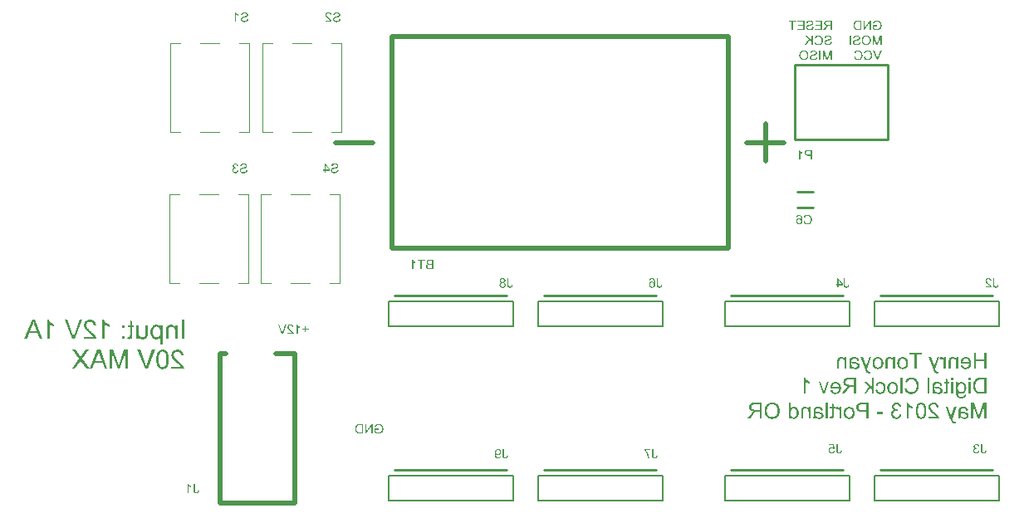
<source format=gbo>
%FSLAX25Y25*%
%MOIN*%
G70*
G01*
G75*
G04 Layer_Color=32896*
%ADD10R,0.03937X0.02756*%
%ADD11R,0.02756X0.03937*%
%ADD12R,0.09055X0.09055*%
%ADD13O,0.01378X0.07087*%
%ADD14R,0.01378X0.07087*%
%ADD15R,0.05000X0.07500*%
%ADD16R,0.11811X0.06299*%
%ADD17R,0.24410X0.22835*%
%ADD18R,0.02362X0.05906*%
%ADD19O,0.02165X0.06496*%
%ADD20O,0.06496X0.02165*%
%ADD21R,0.19685X0.05906*%
%ADD22C,0.03000*%
%ADD23C,0.01500*%
%ADD24C,0.02000*%
%ADD25C,0.01300*%
%ADD26C,0.07874*%
%ADD27R,0.05906X0.05906*%
%ADD28C,0.05906*%
%ADD29C,0.03800*%
%ADD30C,0.43307*%
%ADD31R,0.15354X0.24410*%
%ADD32R,0.12992X0.17323*%
%ADD33R,0.14500X0.05000*%
%ADD34R,0.43307X0.27559*%
%ADD35R,0.12598X0.16535*%
%ADD36R,0.04724X0.12205*%
%ADD37C,0.00787*%
%ADD38C,0.00984*%
%ADD39C,0.02362*%
%ADD40C,0.01000*%
%ADD41C,0.01969*%
%ADD42R,0.04737X0.03556*%
%ADD43R,0.03556X0.04737*%
%ADD44R,0.09855X0.09855*%
%ADD45O,0.02178X0.07887*%
%ADD46R,0.02178X0.07887*%
%ADD47R,0.05800X0.08300*%
%ADD48R,0.12611X0.07099*%
%ADD49R,0.25210X0.23635*%
%ADD50R,0.03162X0.06706*%
%ADD51O,0.02965X0.07296*%
%ADD52O,0.07296X0.02965*%
%ADD53R,0.20485X0.06706*%
%ADD54C,0.08674*%
%ADD55R,0.06706X0.06706*%
%ADD56C,0.06706*%
%ADD57C,0.04600*%
%ADD58C,0.44107*%
%ADD59R,0.16154X0.25210*%
%ADD60R,0.13792X0.18123*%
%ADD61R,0.15300X0.05800*%
%ADD62R,0.44107X0.28359*%
%ADD63R,0.13398X0.17335*%
%ADD64R,0.05524X0.13005*%
%ADD65C,0.00394*%
G36*
X346627Y72743D02*
X346783Y72734D01*
X347066Y72675D01*
X347320Y72587D01*
X347427Y72538D01*
X347524Y72499D01*
X347622Y72451D01*
X347700Y72402D01*
X347768Y72353D01*
X347827Y72314D01*
X347876Y72285D01*
X347905Y72255D01*
X347925Y72246D01*
X347934Y72236D01*
X348061Y72109D01*
X348169Y71972D01*
X348266Y71826D01*
X348344Y71670D01*
X348413Y71514D01*
X348471Y71357D01*
X348520Y71201D01*
X348559Y71045D01*
X348588Y70899D01*
X348608Y70762D01*
X348627Y70645D01*
X348637Y70538D01*
Y70450D01*
X348647Y70381D01*
Y70342D01*
Y70323D01*
X348637Y70108D01*
X348618Y69903D01*
X348588Y69718D01*
X348549Y69542D01*
X348510Y69386D01*
X348461Y69230D01*
X348403Y69103D01*
X348344Y68976D01*
X348295Y68869D01*
X348237Y68781D01*
X348188Y68703D01*
X348139Y68634D01*
X348110Y68586D01*
X348081Y68547D01*
X348061Y68527D01*
X348052Y68517D01*
X347934Y68410D01*
X347808Y68312D01*
X347681Y68225D01*
X347544Y68156D01*
X347417Y68098D01*
X347281Y68049D01*
X347037Y67971D01*
X346919Y67941D01*
X346812Y67922D01*
X346714Y67912D01*
X346636Y67902D01*
X346568Y67893D01*
X346470D01*
X346246Y67902D01*
X346041Y67941D01*
X345855Y67980D01*
X345690Y68039D01*
X345553Y68088D01*
X345446Y68137D01*
X345407Y68146D01*
X345377Y68166D01*
X345368Y68176D01*
X345358D01*
X345172Y68293D01*
X345016Y68420D01*
X344880Y68547D01*
X344772Y68673D01*
X344684Y68791D01*
X344616Y68878D01*
X344577Y68947D01*
X344567Y68957D01*
Y68966D01*
X344479Y69171D01*
X344411Y69405D01*
X344362Y69640D01*
X344323Y69864D01*
X344313Y69972D01*
X344304Y70069D01*
Y70157D01*
X344294Y70235D01*
Y70294D01*
Y70342D01*
Y70372D01*
Y70381D01*
X344304Y70586D01*
X344323Y70772D01*
X344353Y70957D01*
X344391Y71123D01*
X344440Y71279D01*
X344489Y71416D01*
X344548Y71553D01*
X344597Y71670D01*
X344655Y71767D01*
X344714Y71865D01*
X344762Y71943D01*
X344811Y72002D01*
X344850Y72050D01*
X344880Y72089D01*
X344899Y72109D01*
X344909Y72119D01*
X345026Y72226D01*
X345153Y72324D01*
X345280Y72412D01*
X345407Y72490D01*
X345543Y72548D01*
X345670Y72597D01*
X345914Y72675D01*
X346031Y72704D01*
X346139Y72724D01*
X346226Y72734D01*
X346314Y72743D01*
X346383Y72753D01*
X346470D01*
X346627Y72743D01*
D02*
G37*
G36*
X356582D02*
X356738Y72734D01*
X357021Y72675D01*
X357275Y72587D01*
X357382Y72538D01*
X357480Y72499D01*
X357577Y72451D01*
X357655Y72402D01*
X357724Y72353D01*
X357782Y72314D01*
X357831Y72285D01*
X357860Y72255D01*
X357880Y72246D01*
X357890Y72236D01*
X358016Y72109D01*
X358124Y71972D01*
X358221Y71826D01*
X358299Y71670D01*
X358368Y71514D01*
X358426Y71357D01*
X358475Y71201D01*
X358514Y71045D01*
X358543Y70899D01*
X358563Y70762D01*
X358583Y70645D01*
X358592Y70538D01*
Y70450D01*
X358602Y70381D01*
Y70342D01*
Y70323D01*
X358592Y70108D01*
X358573Y69903D01*
X358543Y69718D01*
X358505Y69542D01*
X358465Y69386D01*
X358417Y69230D01*
X358358Y69103D01*
X358299Y68976D01*
X358251Y68869D01*
X358192Y68781D01*
X358143Y68703D01*
X358095Y68634D01*
X358065Y68586D01*
X358036Y68547D01*
X358016Y68527D01*
X358007Y68517D01*
X357890Y68410D01*
X357763Y68312D01*
X357636Y68225D01*
X357499Y68156D01*
X357372Y68098D01*
X357236Y68049D01*
X356992Y67971D01*
X356875Y67941D01*
X356767Y67922D01*
X356670Y67912D01*
X356592Y67902D01*
X356523Y67893D01*
X356426D01*
X356201Y67902D01*
X355996Y67941D01*
X355811Y67980D01*
X355645Y68039D01*
X355508Y68088D01*
X355401Y68137D01*
X355362Y68146D01*
X355332Y68166D01*
X355323Y68176D01*
X355313D01*
X355128Y68293D01*
X354971Y68420D01*
X354835Y68547D01*
X354727Y68673D01*
X354640Y68791D01*
X354571Y68878D01*
X354532Y68947D01*
X354522Y68957D01*
Y68966D01*
X354435Y69171D01*
X354366Y69405D01*
X354317Y69640D01*
X354278Y69864D01*
X354269Y69972D01*
X354259Y70069D01*
Y70157D01*
X354249Y70235D01*
Y70294D01*
Y70342D01*
Y70372D01*
Y70381D01*
X354259Y70586D01*
X354278Y70772D01*
X354308Y70957D01*
X354347Y71123D01*
X354396Y71279D01*
X354444Y71416D01*
X354503Y71553D01*
X354552Y71670D01*
X354610Y71767D01*
X354669Y71865D01*
X354718Y71943D01*
X354766Y72002D01*
X354805Y72050D01*
X354835Y72089D01*
X354854Y72109D01*
X354864Y72119D01*
X354981Y72226D01*
X355108Y72324D01*
X355235Y72412D01*
X355362Y72490D01*
X355498Y72548D01*
X355625Y72597D01*
X355869Y72675D01*
X355986Y72704D01*
X356094Y72724D01*
X356182Y72734D01*
X356269Y72743D01*
X356338Y72753D01*
X356426D01*
X356582Y72743D01*
D02*
G37*
G36*
X376668Y63514D02*
X375877D01*
Y64412D01*
X376668D01*
Y63514D01*
D02*
G37*
G36*
X383636D02*
X382846D01*
Y64412D01*
X383636D01*
Y63514D01*
D02*
G37*
G36*
X331908Y72743D02*
X332074Y72724D01*
X332231Y72685D01*
X332367Y72636D01*
X332504Y72577D01*
X332621Y72509D01*
X332728Y72441D01*
X332836Y72373D01*
X332924Y72294D01*
X332992Y72226D01*
X333060Y72158D01*
X333109Y72099D01*
X333158Y72050D01*
X333187Y72011D01*
X333197Y71992D01*
X333207Y71982D01*
Y72646D01*
X333919D01*
Y68000D01*
X333128D01*
Y70538D01*
Y70694D01*
X333109Y70840D01*
X333099Y70977D01*
X333070Y71104D01*
X333041Y71211D01*
X333011Y71309D01*
X332982Y71396D01*
X332943Y71475D01*
X332914Y71543D01*
X332885Y71601D01*
X332826Y71680D01*
X332787Y71728D01*
X332767Y71748D01*
X332631Y71855D01*
X332475Y71933D01*
X332338Y71992D01*
X332201Y72031D01*
X332074Y72050D01*
X331987Y72070D01*
X331899D01*
X331782Y72060D01*
X331684Y72050D01*
X331586Y72021D01*
X331508Y72002D01*
X331440Y71972D01*
X331391Y71943D01*
X331362Y71933D01*
X331352Y71924D01*
X331274Y71865D01*
X331206Y71797D01*
X331147Y71738D01*
X331098Y71670D01*
X331069Y71621D01*
X331050Y71572D01*
X331030Y71543D01*
Y71533D01*
X331001Y71435D01*
X330972Y71328D01*
X330952Y71201D01*
X330942Y71094D01*
X330932Y70987D01*
Y70899D01*
Y70840D01*
Y70830D01*
Y70821D01*
Y68000D01*
X330142D01*
Y70850D01*
Y71045D01*
X330152Y71201D01*
X330161Y71338D01*
Y71445D01*
X330171Y71523D01*
X330181Y71582D01*
X330191Y71611D01*
Y71621D01*
X330220Y71738D01*
X330259Y71855D01*
X330298Y71953D01*
X330337Y72031D01*
X330376Y72099D01*
X330405Y72158D01*
X330425Y72187D01*
X330435Y72197D01*
X330503Y72285D01*
X330591Y72363D01*
X330679Y72431D01*
X330767Y72490D01*
X330845Y72538D01*
X330903Y72568D01*
X330942Y72587D01*
X330962Y72597D01*
X331098Y72646D01*
X331225Y72685D01*
X331362Y72714D01*
X331479Y72734D01*
X331577Y72743D01*
X331664Y72753D01*
X331733D01*
X331908Y72743D01*
D02*
G37*
G36*
X372110D02*
X372207Y72724D01*
X372295Y72704D01*
X372364Y72675D01*
X372432Y72636D01*
X372481Y72616D01*
X372510Y72597D01*
X372520Y72587D01*
X372608Y72519D01*
X372686Y72421D01*
X372774Y72314D01*
X372852Y72207D01*
X372910Y72109D01*
X372959Y72021D01*
X372998Y71963D01*
X373008Y71953D01*
Y72646D01*
X373720D01*
Y68000D01*
X372930D01*
Y70430D01*
X372920Y70616D01*
X372910Y70782D01*
X372891Y70938D01*
X372861Y71074D01*
X372842Y71192D01*
X372822Y71279D01*
X372813Y71328D01*
X372803Y71348D01*
X372764Y71445D01*
X372725Y71533D01*
X372676Y71611D01*
X372627Y71670D01*
X372588Y71719D01*
X372549Y71758D01*
X372530Y71777D01*
X372520Y71787D01*
X372442Y71836D01*
X372364Y71875D01*
X372286Y71904D01*
X372217Y71924D01*
X372149Y71933D01*
X372100Y71943D01*
X372061D01*
X371954Y71933D01*
X371846Y71914D01*
X371749Y71885D01*
X371661Y71855D01*
X371593Y71826D01*
X371534Y71797D01*
X371495Y71777D01*
X371485Y71767D01*
X371202Y72490D01*
X371358Y72577D01*
X371505Y72646D01*
X371641Y72685D01*
X371759Y72724D01*
X371866Y72743D01*
X371944Y72753D01*
X372012D01*
X372110Y72743D01*
D02*
G37*
G36*
X376687D02*
X376853Y72724D01*
X377009Y72685D01*
X377146Y72636D01*
X377283Y72577D01*
X377400Y72509D01*
X377507Y72441D01*
X377615Y72373D01*
X377702Y72294D01*
X377771Y72226D01*
X377839Y72158D01*
X377888Y72099D01*
X377937Y72050D01*
X377966Y72011D01*
X377976Y71992D01*
X377985Y71982D01*
Y72646D01*
X378698D01*
Y68000D01*
X377907D01*
Y70538D01*
Y70694D01*
X377888Y70840D01*
X377878Y70977D01*
X377849Y71104D01*
X377819Y71211D01*
X377790Y71309D01*
X377761Y71396D01*
X377722Y71475D01*
X377693Y71543D01*
X377663Y71601D01*
X377605Y71680D01*
X377566Y71728D01*
X377546Y71748D01*
X377410Y71855D01*
X377253Y71933D01*
X377117Y71992D01*
X376980Y72031D01*
X376853Y72050D01*
X376765Y72070D01*
X376678D01*
X376560Y72060D01*
X376463Y72050D01*
X376365Y72021D01*
X376287Y72002D01*
X376219Y71972D01*
X376170Y71943D01*
X376141Y71933D01*
X376131Y71924D01*
X376053Y71865D01*
X375985Y71797D01*
X375926Y71738D01*
X375877Y71670D01*
X375848Y71621D01*
X375829Y71572D01*
X375809Y71543D01*
Y71533D01*
X375780Y71435D01*
X375750Y71328D01*
X375731Y71201D01*
X375721Y71094D01*
X375711Y70987D01*
Y70899D01*
Y70840D01*
Y70830D01*
Y70821D01*
Y68000D01*
X374921D01*
Y70850D01*
Y71045D01*
X374931Y71201D01*
X374940Y71338D01*
Y71445D01*
X374950Y71523D01*
X374960Y71582D01*
X374970Y71611D01*
Y71621D01*
X374999Y71738D01*
X375038Y71855D01*
X375077Y71953D01*
X375116Y72031D01*
X375155Y72099D01*
X375184Y72158D01*
X375204Y72187D01*
X375214Y72197D01*
X375282Y72285D01*
X375370Y72363D01*
X375458Y72431D01*
X375545Y72490D01*
X375623Y72538D01*
X375682Y72568D01*
X375721Y72587D01*
X375741Y72597D01*
X375877Y72646D01*
X376004Y72685D01*
X376141Y72714D01*
X376258Y72734D01*
X376356Y72743D01*
X376443Y72753D01*
X376512D01*
X376687Y72743D01*
D02*
G37*
G36*
X351321D02*
X351487Y72724D01*
X351643Y72685D01*
X351780Y72636D01*
X351917Y72577D01*
X352034Y72509D01*
X352141Y72441D01*
X352248Y72373D01*
X352336Y72294D01*
X352404Y72226D01*
X352473Y72158D01*
X352522Y72099D01*
X352570Y72050D01*
X352600Y72011D01*
X352609Y71992D01*
X352619Y71982D01*
Y72646D01*
X353332D01*
Y68000D01*
X352541D01*
Y70538D01*
Y70694D01*
X352522Y70840D01*
X352512Y70977D01*
X352483Y71104D01*
X352453Y71211D01*
X352424Y71309D01*
X352395Y71396D01*
X352356Y71475D01*
X352326Y71543D01*
X352297Y71601D01*
X352239Y71680D01*
X352200Y71728D01*
X352180Y71748D01*
X352043Y71855D01*
X351887Y71933D01*
X351751Y71992D01*
X351614Y72031D01*
X351487Y72050D01*
X351399Y72070D01*
X351311D01*
X351194Y72060D01*
X351097Y72050D01*
X350999Y72021D01*
X350921Y72002D01*
X350853Y71972D01*
X350804Y71943D01*
X350775Y71933D01*
X350765Y71924D01*
X350687Y71865D01*
X350618Y71797D01*
X350560Y71738D01*
X350511Y71670D01*
X350482Y71621D01*
X350462Y71572D01*
X350443Y71543D01*
Y71533D01*
X350413Y71435D01*
X350384Y71328D01*
X350365Y71201D01*
X350355Y71094D01*
X350345Y70987D01*
Y70899D01*
Y70840D01*
Y70830D01*
Y70821D01*
Y68000D01*
X349555D01*
Y70850D01*
Y71045D01*
X349564Y71201D01*
X349574Y71338D01*
Y71445D01*
X349584Y71523D01*
X349594Y71582D01*
X349603Y71611D01*
Y71621D01*
X349633Y71738D01*
X349672Y71855D01*
X349711Y71953D01*
X349750Y72031D01*
X349789Y72099D01*
X349818Y72158D01*
X349838Y72187D01*
X349847Y72197D01*
X349916Y72285D01*
X350004Y72363D01*
X350091Y72431D01*
X350179Y72490D01*
X350257Y72538D01*
X350316Y72568D01*
X350355Y72587D01*
X350374Y72597D01*
X350511Y72646D01*
X350638Y72685D01*
X350775Y72714D01*
X350892Y72734D01*
X350989Y72743D01*
X351077Y72753D01*
X351145D01*
X351321Y72743D01*
D02*
G37*
G36*
X364146Y73661D02*
X362038D01*
Y68000D01*
X361189D01*
Y73661D01*
X359080D01*
Y74412D01*
X364146D01*
Y73661D01*
D02*
G37*
G36*
X360173Y64500D02*
X360466Y64461D01*
X360730Y64393D01*
X360847Y64363D01*
X360954Y64324D01*
X361052Y64285D01*
X361149Y64256D01*
X361227Y64217D01*
X361286Y64188D01*
X361345Y64168D01*
X361384Y64149D01*
X361403Y64129D01*
X361413D01*
X361657Y63973D01*
X361881Y63788D01*
X362067Y63602D01*
X362213Y63417D01*
X362340Y63251D01*
X362389Y63183D01*
X362428Y63124D01*
X362457Y63065D01*
X362477Y63026D01*
X362496Y63007D01*
Y62997D01*
X362623Y62714D01*
X362721Y62411D01*
X362779Y62119D01*
X362828Y61845D01*
X362848Y61719D01*
X362857Y61611D01*
X362867Y61504D01*
Y61416D01*
X362877Y61348D01*
Y61299D01*
Y61260D01*
Y61250D01*
X362867Y60909D01*
X362828Y60596D01*
X362770Y60303D01*
X362740Y60167D01*
X362711Y60050D01*
X362682Y59933D01*
X362652Y59835D01*
X362623Y59747D01*
X362594Y59669D01*
X362574Y59610D01*
X362555Y59571D01*
X362545Y59542D01*
Y59532D01*
X362408Y59249D01*
X362243Y59005D01*
X362086Y58791D01*
X361920Y58625D01*
X361784Y58488D01*
X361667Y58390D01*
X361618Y58361D01*
X361589Y58332D01*
X361569Y58322D01*
X361559Y58312D01*
X361433Y58234D01*
X361296Y58176D01*
X361023Y58068D01*
X360739Y58000D01*
X360466Y57941D01*
X360349Y57932D01*
X360232Y57912D01*
X360134Y57902D01*
X360047D01*
X359968Y57893D01*
X359871D01*
X359685Y57902D01*
X359510Y57912D01*
X359188Y57981D01*
X359041Y58020D01*
X358895Y58068D01*
X358768Y58117D01*
X358651Y58166D01*
X358543Y58215D01*
X358456Y58263D01*
X358378Y58312D01*
X358309Y58351D01*
X358251Y58390D01*
X358212Y58420D01*
X358192Y58429D01*
X358182Y58439D01*
X358055Y58547D01*
X357938Y58664D01*
X357743Y58917D01*
X357568Y59181D01*
X357441Y59444D01*
X357382Y59562D01*
X357343Y59669D01*
X357304Y59776D01*
X357265Y59854D01*
X357245Y59933D01*
X357226Y59981D01*
X357216Y60020D01*
Y60030D01*
X358065Y60245D01*
X358143Y59962D01*
X358241Y59708D01*
X358358Y59503D01*
X358465Y59327D01*
X358573Y59201D01*
X358661Y59103D01*
X358719Y59044D01*
X358729Y59035D01*
X358739Y59025D01*
X358934Y58888D01*
X359129Y58791D01*
X359334Y58713D01*
X359520Y58664D01*
X359685Y58634D01*
X359764Y58625D01*
X359822D01*
X359871Y58615D01*
X359939D01*
X360154Y58625D01*
X360359Y58664D01*
X360544Y58713D01*
X360700Y58761D01*
X360837Y58820D01*
X360945Y58859D01*
X360983Y58878D01*
X361013Y58898D01*
X361023Y58908D01*
X361032D01*
X361208Y59035D01*
X361354Y59181D01*
X361481Y59327D01*
X361589Y59483D01*
X361667Y59610D01*
X361716Y59728D01*
X361735Y59767D01*
X361755Y59796D01*
X361764Y59815D01*
Y59825D01*
X361842Y60059D01*
X361901Y60303D01*
X361940Y60547D01*
X361969Y60772D01*
X361979Y60869D01*
X361989Y60957D01*
Y61045D01*
X361999Y61113D01*
Y61172D01*
Y61211D01*
Y61240D01*
Y61250D01*
X361989Y61484D01*
X361969Y61709D01*
X361940Y61914D01*
X361901Y62099D01*
X361862Y62255D01*
X361852Y62324D01*
X361833Y62372D01*
X361823Y62421D01*
X361813Y62451D01*
X361803Y62470D01*
Y62480D01*
X361716Y62695D01*
X361608Y62890D01*
X361491Y63046D01*
X361384Y63183D01*
X361276Y63290D01*
X361189Y63368D01*
X361130Y63417D01*
X361120Y63436D01*
X361110D01*
X360915Y63553D01*
X360710Y63641D01*
X360505Y63710D01*
X360310Y63749D01*
X360134Y63778D01*
X360066Y63788D01*
X359998D01*
X359949Y63797D01*
X359881D01*
X359646Y63788D01*
X359441Y63749D01*
X359256Y63700D01*
X359110Y63641D01*
X358983Y63573D01*
X358895Y63524D01*
X358836Y63485D01*
X358817Y63475D01*
X358661Y63339D01*
X358534Y63183D01*
X358417Y63007D01*
X358329Y62841D01*
X358260Y62695D01*
X358231Y62626D01*
X358202Y62568D01*
X358182Y62519D01*
X358173Y62480D01*
X358163Y62460D01*
Y62451D01*
X357324Y62646D01*
X357441Y62958D01*
X357509Y63104D01*
X357577Y63231D01*
X357655Y63358D01*
X357733Y63475D01*
X357802Y63573D01*
X357880Y63671D01*
X357948Y63749D01*
X358016Y63817D01*
X358085Y63885D01*
X358134Y63934D01*
X358182Y63973D01*
X358212Y64002D01*
X358231Y64012D01*
X358241Y64022D01*
X358368Y64110D01*
X358495Y64188D01*
X358631Y64256D01*
X358768Y64315D01*
X359041Y64403D01*
X359295Y64461D01*
X359412Y64481D01*
X359520Y64490D01*
X359617Y64500D01*
X359695Y64510D01*
X359764Y64520D01*
X359861D01*
X360173Y64500D01*
D02*
G37*
G36*
X374550Y63788D02*
Y62646D01*
X375135D01*
Y62031D01*
X374550D01*
Y59357D01*
Y59230D01*
Y59113D01*
X374540Y59005D01*
Y58908D01*
X374530Y58820D01*
X374521Y58751D01*
X374501Y58625D01*
X374491Y58527D01*
X374472Y58469D01*
X374462Y58429D01*
Y58420D01*
X374423Y58342D01*
X374364Y58273D01*
X374316Y58215D01*
X374257Y58166D01*
X374208Y58127D01*
X374169Y58098D01*
X374140Y58078D01*
X374130Y58068D01*
X374033Y58029D01*
X373925Y58000D01*
X373808Y57971D01*
X373701Y57961D01*
X373603Y57951D01*
X373525Y57941D01*
X373457D01*
X373252Y57951D01*
X373154Y57961D01*
X373066Y57981D01*
X372979Y57990D01*
X372920Y58000D01*
X372881Y58010D01*
X372861D01*
X372969Y58703D01*
X373115Y58683D01*
X373174D01*
X373223Y58673D01*
X373320D01*
X373437Y58683D01*
X373525Y58703D01*
X373574Y58713D01*
X373593Y58722D01*
X373652Y58771D01*
X373691Y58820D01*
X373711Y58859D01*
X373720Y58878D01*
X373730Y58927D01*
X373740Y58986D01*
X373750Y59132D01*
X373759Y59201D01*
Y59259D01*
Y59298D01*
Y59308D01*
Y62031D01*
X372969D01*
Y62646D01*
X373759D01*
Y64266D01*
X374550Y63788D01*
D02*
G37*
G36*
X329673Y62743D02*
X329839Y62724D01*
X329995Y62695D01*
X330142Y62656D01*
X330288Y62597D01*
X330415Y62548D01*
X330532Y62490D01*
X330640Y62431D01*
X330737Y62363D01*
X330815Y62304D01*
X330893Y62255D01*
X330952Y62207D01*
X331001Y62158D01*
X331030Y62129D01*
X331050Y62109D01*
X331059Y62099D01*
X331167Y61972D01*
X331255Y61836D01*
X331333Y61689D01*
X331401Y61543D01*
X331459Y61387D01*
X331508Y61240D01*
X331577Y60948D01*
X331606Y60811D01*
X331625Y60684D01*
X331635Y60567D01*
X331645Y60469D01*
X331655Y60391D01*
Y60323D01*
Y60284D01*
Y60274D01*
X331645Y60069D01*
X331625Y59874D01*
X331596Y59689D01*
X331557Y59523D01*
X331518Y59366D01*
X331469Y59220D01*
X331411Y59093D01*
X331352Y58976D01*
X331303Y58869D01*
X331245Y58771D01*
X331196Y58693D01*
X331147Y58634D01*
X331118Y58586D01*
X331089Y58547D01*
X331069Y58527D01*
X331059Y58517D01*
X330942Y58410D01*
X330815Y58312D01*
X330689Y58224D01*
X330552Y58156D01*
X330425Y58098D01*
X330288Y58049D01*
X330035Y57971D01*
X329908Y57941D01*
X329800Y57922D01*
X329703Y57912D01*
X329615Y57902D01*
X329547Y57893D01*
X329449D01*
X329156Y57912D01*
X328902Y57951D01*
X328668Y58020D01*
X328483Y58088D01*
X328395Y58127D01*
X328327Y58156D01*
X328268Y58195D01*
X328219Y58224D01*
X328170Y58244D01*
X328141Y58263D01*
X328131Y58283D01*
X328122D01*
X327946Y58439D01*
X327790Y58625D01*
X327673Y58810D01*
X327575Y58986D01*
X327497Y59152D01*
X327468Y59220D01*
X327448Y59279D01*
X327429Y59327D01*
X327419Y59366D01*
X327409Y59386D01*
Y59396D01*
X328219Y59503D01*
X328297Y59327D01*
X328375Y59171D01*
X328453Y59044D01*
X328532Y58947D01*
X328600Y58859D01*
X328658Y58810D01*
X328697Y58771D01*
X328707Y58761D01*
X328824Y58683D01*
X328951Y58634D01*
X329078Y58595D01*
X329195Y58566D01*
X329293Y58547D01*
X329371Y58537D01*
X329449D01*
X329654Y58556D01*
X329839Y58595D01*
X330005Y58664D01*
X330152Y58742D01*
X330259Y58810D01*
X330347Y58878D01*
X330396Y58917D01*
X330415Y58937D01*
X330542Y59103D01*
X330649Y59298D01*
X330718Y59493D01*
X330776Y59679D01*
X330815Y59854D01*
X330825Y59923D01*
X330835Y59991D01*
Y60040D01*
X330845Y60089D01*
Y60108D01*
Y60118D01*
X327390D01*
X327380Y60206D01*
Y60274D01*
Y60313D01*
Y60323D01*
X327390Y60538D01*
X327409Y60733D01*
X327438Y60918D01*
X327468Y61084D01*
X327517Y61250D01*
X327565Y61396D01*
X327624Y61523D01*
X327673Y61650D01*
X327731Y61758D01*
X327790Y61845D01*
X327839Y61923D01*
X327878Y61992D01*
X327917Y62041D01*
X327946Y62080D01*
X327965Y62099D01*
X327975Y62109D01*
X328092Y62226D01*
X328209Y62324D01*
X328336Y62411D01*
X328463Y62480D01*
X328590Y62548D01*
X328717Y62597D01*
X328951Y62675D01*
X329068Y62704D01*
X329166Y62724D01*
X329263Y62734D01*
X329342Y62743D01*
X329410Y62753D01*
X329498D01*
X329673Y62743D01*
D02*
G37*
G36*
X347651D02*
X347856Y62714D01*
X348052Y62665D01*
X348208Y62616D01*
X348344Y62558D01*
X348452Y62519D01*
X348491Y62499D01*
X348520Y62480D01*
X348530Y62470D01*
X348539D01*
X348715Y62353D01*
X348871Y62216D01*
X348998Y62080D01*
X349106Y61943D01*
X349184Y61816D01*
X349242Y61719D01*
X349262Y61680D01*
X349281Y61650D01*
X349291Y61631D01*
Y61621D01*
X349369Y61406D01*
X349428Y61172D01*
X349477Y60957D01*
X349506Y60752D01*
X349525Y60567D01*
Y60499D01*
X349535Y60430D01*
Y60381D01*
Y60333D01*
Y60313D01*
Y60303D01*
X349525Y60089D01*
X349506Y59893D01*
X349486Y59698D01*
X349447Y59532D01*
X349398Y59366D01*
X349350Y59220D01*
X349301Y59083D01*
X349242Y58966D01*
X349193Y58859D01*
X349145Y58771D01*
X349096Y58693D01*
X349047Y58625D01*
X349008Y58576D01*
X348989Y58537D01*
X348969Y58517D01*
X348959Y58508D01*
X348842Y58400D01*
X348725Y58303D01*
X348608Y58224D01*
X348481Y58156D01*
X348354Y58098D01*
X348227Y58039D01*
X347983Y57971D01*
X347866Y57941D01*
X347768Y57922D01*
X347671Y57912D01*
X347593Y57902D01*
X347524Y57893D01*
X347437D01*
X347300Y57902D01*
X347163Y57912D01*
X346919Y57961D01*
X346695Y58039D01*
X346509Y58117D01*
X346363Y58195D01*
X346304Y58234D01*
X346246Y58273D01*
X346207Y58303D01*
X346178Y58322D01*
X346168Y58342D01*
X346158D01*
X345982Y58527D01*
X345836Y58722D01*
X345719Y58937D01*
X345631Y59132D01*
X345572Y59318D01*
X345553Y59396D01*
X345533Y59464D01*
X345524Y59513D01*
X345514Y59552D01*
X345504Y59581D01*
Y59591D01*
X346275Y59698D01*
X346314Y59493D01*
X346373Y59308D01*
X346441Y59161D01*
X346509Y59035D01*
X346568Y58937D01*
X346627Y58878D01*
X346666Y58830D01*
X346675Y58820D01*
X346793Y58722D01*
X346919Y58654D01*
X347056Y58605D01*
X347173Y58576D01*
X347281Y58556D01*
X347368Y58537D01*
X347446D01*
X347554Y58547D01*
X347651Y58556D01*
X347827Y58605D01*
X347993Y58673D01*
X348120Y58751D01*
X348227Y58820D01*
X348305Y58888D01*
X348354Y58937D01*
X348374Y58956D01*
X348432Y59044D01*
X348491Y59142D01*
X348579Y59347D01*
X348637Y59581D01*
X348676Y59806D01*
X348705Y60001D01*
X348715Y60089D01*
Y60167D01*
X348725Y60235D01*
Y60284D01*
Y60313D01*
Y60323D01*
Y60489D01*
X348705Y60645D01*
X348696Y60791D01*
X348666Y60928D01*
X348637Y61045D01*
X348608Y61162D01*
X348579Y61260D01*
X348539Y61348D01*
X348510Y61426D01*
X348481Y61494D01*
X348452Y61553D01*
X348422Y61601D01*
X348393Y61631D01*
X348383Y61660D01*
X348364Y61680D01*
X348295Y61758D01*
X348217Y61826D01*
X348052Y61923D01*
X347895Y62002D01*
X347739Y62060D01*
X347603Y62089D01*
X347495Y62099D01*
X347456Y62109D01*
X347398D01*
X347261Y62099D01*
X347124Y62070D01*
X347017Y62031D01*
X346919Y61992D01*
X346841Y61943D01*
X346783Y61904D01*
X346744Y61875D01*
X346734Y61865D01*
X346636Y61767D01*
X346558Y61660D01*
X346490Y61543D01*
X346431Y61426D01*
X346392Y61318D01*
X346363Y61240D01*
X346353Y61182D01*
X346343Y61172D01*
Y61162D01*
X345582Y61279D01*
X345651Y61523D01*
X345738Y61748D01*
X345836Y61933D01*
X345943Y62089D01*
X346041Y62207D01*
X346119Y62294D01*
X346178Y62343D01*
X346187Y62363D01*
X346197D01*
X346383Y62490D01*
X346587Y62587D01*
X346802Y62656D01*
X346997Y62704D01*
X347173Y62734D01*
X347241Y62743D01*
X347310D01*
X347359Y62753D01*
X347437D01*
X347651Y62743D01*
D02*
G37*
G36*
X325135Y58000D02*
X324393D01*
X322637Y62646D01*
X323447D01*
X324481Y59806D01*
X324549Y59620D01*
X324608Y59454D01*
X324657Y59298D01*
X324696Y59171D01*
X324725Y59074D01*
X324754Y58995D01*
X324764Y58947D01*
X324774Y58927D01*
X324823Y59103D01*
X324881Y59279D01*
X324930Y59435D01*
X324979Y59571D01*
X325018Y59689D01*
X325047Y59776D01*
X325067Y59835D01*
X325077Y59854D01*
X326072Y62646D01*
X326902D01*
X325135Y58000D01*
D02*
G37*
G36*
X317307Y64285D02*
X317415Y64129D01*
X317532Y63983D01*
X317649Y63846D01*
X317757Y63739D01*
X317844Y63651D01*
X317903Y63592D01*
X317913Y63583D01*
X317922Y63573D01*
X318108Y63417D01*
X318303Y63270D01*
X318498Y63143D01*
X318674Y63036D01*
X318830Y62948D01*
X318898Y62919D01*
X318957Y62890D01*
X318996Y62861D01*
X319035Y62841D01*
X319055Y62831D01*
X319064D01*
Y62060D01*
X318928Y62119D01*
X318781Y62187D01*
X318645Y62246D01*
X318518Y62314D01*
X318410Y62372D01*
X318323Y62421D01*
X318264Y62460D01*
X318254Y62470D01*
X318245D01*
X318079Y62568D01*
X317932Y62675D01*
X317805Y62763D01*
X317698Y62851D01*
X317610Y62919D01*
X317542Y62968D01*
X317503Y63007D01*
X317493Y63017D01*
Y58000D01*
X316702D01*
Y64442D01*
X317220D01*
X317307Y64285D01*
D02*
G37*
G36*
X380172Y62743D02*
X380377Y62704D01*
X380552Y62656D01*
X380718Y62597D01*
X380845Y62538D01*
X380943Y62490D01*
X380972Y62470D01*
X381001Y62451D01*
X381011Y62441D01*
X381021D01*
X381187Y62314D01*
X381323Y62177D01*
X381440Y62031D01*
X381548Y61894D01*
X381626Y61767D01*
X381675Y61670D01*
X381694Y61631D01*
X381714Y61601D01*
X381723Y61582D01*
Y61572D01*
X381802Y61357D01*
X381860Y61143D01*
X381899Y60938D01*
X381928Y60743D01*
X381948Y60586D01*
Y60518D01*
X381958Y60460D01*
Y60411D01*
Y60372D01*
Y60352D01*
Y60342D01*
X381948Y60167D01*
X381938Y59991D01*
X381880Y59679D01*
X381831Y59532D01*
X381792Y59396D01*
X381743Y59269D01*
X381694Y59152D01*
X381645Y59044D01*
X381597Y58956D01*
X381548Y58878D01*
X381509Y58810D01*
X381480Y58751D01*
X381450Y58713D01*
X381440Y58693D01*
X381431Y58683D01*
X381323Y58566D01*
X381216Y58459D01*
X381099Y58371D01*
X380972Y58293D01*
X380855Y58224D01*
X380728Y58166D01*
X380611Y58117D01*
X380494Y58088D01*
X380377Y58059D01*
X380279Y58039D01*
X380181Y58020D01*
X380103Y58010D01*
X380035Y58000D01*
X379947D01*
X379811Y58010D01*
X379674Y58029D01*
X379547Y58059D01*
X379430Y58098D01*
X379205Y58195D01*
X379020Y58303D01*
X378874Y58410D01*
X378815Y58469D01*
X378756Y58508D01*
X378717Y58547D01*
X378688Y58576D01*
X378678Y58595D01*
X378669Y58605D01*
Y58469D01*
Y58342D01*
Y58234D01*
Y58127D01*
X378678Y58039D01*
Y57951D01*
X378698Y57815D01*
X378708Y57717D01*
X378717Y57649D01*
X378727Y57610D01*
Y57600D01*
X378776Y57463D01*
X378835Y57336D01*
X378893Y57239D01*
X378961Y57151D01*
X379030Y57083D01*
X379079Y57034D01*
X379118Y57004D01*
X379127Y56995D01*
X379244Y56917D01*
X379381Y56868D01*
X379518Y56829D01*
X379654Y56800D01*
X379781Y56780D01*
X379879Y56770D01*
X379967D01*
X380142Y56780D01*
X380308Y56809D01*
X380445Y56839D01*
X380552Y56887D01*
X380650Y56926D01*
X380709Y56956D01*
X380757Y56985D01*
X380767Y56995D01*
X380845Y57063D01*
X380904Y57141D01*
X380953Y57229D01*
X380992Y57317D01*
X381011Y57395D01*
X381031Y57453D01*
X381040Y57493D01*
Y57512D01*
X381802Y57619D01*
Y57483D01*
X381782Y57356D01*
X381733Y57131D01*
X381655Y56936D01*
X381567Y56780D01*
X381470Y56653D01*
X381392Y56565D01*
X381333Y56516D01*
X381323Y56497D01*
X381314D01*
X381109Y56370D01*
X380884Y56273D01*
X380660Y56214D01*
X380445Y56165D01*
X380259Y56136D01*
X380172Y56126D01*
X380103D01*
X380045Y56116D01*
X379967D01*
X379713Y56126D01*
X379488Y56155D01*
X379283Y56204D01*
X379108Y56253D01*
X378971Y56292D01*
X378874Y56341D01*
X378835Y56360D01*
X378805Y56370D01*
X378796Y56380D01*
X378786D01*
X378620Y56487D01*
X378473Y56604D01*
X378356Y56721D01*
X378259Y56839D01*
X378190Y56946D01*
X378132Y57024D01*
X378103Y57083D01*
X378093Y57092D01*
Y57102D01*
X378054Y57190D01*
X378015Y57297D01*
X377966Y57531D01*
X377927Y57785D01*
X377898Y58029D01*
X377888Y58146D01*
X377878Y58263D01*
Y58361D01*
X377868Y58449D01*
Y58527D01*
Y58576D01*
Y58615D01*
Y58625D01*
Y62646D01*
X378591D01*
Y62080D01*
X378688Y62197D01*
X378796Y62304D01*
X378913Y62392D01*
X379020Y62470D01*
X379137Y62538D01*
X379254Y62587D01*
X379362Y62636D01*
X379469Y62665D01*
X379654Y62714D01*
X379742Y62734D01*
X379811Y62743D01*
X379869Y62753D01*
X379947D01*
X380172Y62743D01*
D02*
G37*
G36*
X344831Y58000D02*
X344040D01*
Y59845D01*
X343494Y60372D01*
X341951Y58000D01*
X340975D01*
X342928Y60918D01*
X341151Y62646D01*
X342176D01*
X344040Y60762D01*
Y64412D01*
X344831D01*
Y58000D01*
D02*
G37*
G36*
X370451Y62743D02*
X370656Y62724D01*
X370831Y62704D01*
X370988Y62675D01*
X371114Y62636D01*
X371212Y62616D01*
X371241Y62607D01*
X371271Y62597D01*
X371280Y62587D01*
X371290D01*
X371446Y62519D01*
X371583Y62441D01*
X371710Y62363D01*
X371807Y62294D01*
X371885Y62226D01*
X371934Y62168D01*
X371973Y62129D01*
X371983Y62119D01*
X372071Y62002D01*
X372139Y61865D01*
X372198Y61738D01*
X372247Y61611D01*
X372276Y61494D01*
X372305Y61406D01*
X372315Y61348D01*
X372325Y61338D01*
Y61328D01*
X371554Y61221D01*
X371505Y61387D01*
X371437Y61533D01*
X371378Y61650D01*
X371310Y61748D01*
X371251Y61816D01*
X371202Y61865D01*
X371173Y61894D01*
X371163Y61904D01*
X371056Y61972D01*
X370919Y62021D01*
X370792Y62050D01*
X370656Y62080D01*
X370529Y62089D01*
X370431Y62099D01*
X370343D01*
X370138Y62089D01*
X369953Y62060D01*
X369797Y62011D01*
X369670Y61963D01*
X369572Y61914D01*
X369504Y61865D01*
X369455Y61836D01*
X369445Y61826D01*
X369367Y61738D01*
X369319Y61641D01*
X369280Y61523D01*
X369250Y61416D01*
X369231Y61318D01*
X369221Y61231D01*
Y61172D01*
Y61162D01*
Y61152D01*
Y61133D01*
Y61104D01*
Y61035D01*
X369231Y60977D01*
Y60957D01*
Y60948D01*
X369319Y60918D01*
X369416Y60889D01*
X369641Y60830D01*
X369875Y60791D01*
X370099Y60752D01*
X370314Y60713D01*
X370402Y60703D01*
X370480Y60694D01*
X370548Y60684D01*
X370597D01*
X370626Y60674D01*
X370636D01*
X370802Y60655D01*
X370939Y60635D01*
X371066Y60616D01*
X371163Y60596D01*
X371241Y60577D01*
X371290Y60567D01*
X371329Y60557D01*
X371339D01*
X371456Y60518D01*
X371563Y60479D01*
X371651Y60440D01*
X371739Y60391D01*
X371807Y60352D01*
X371856Y60323D01*
X371895Y60303D01*
X371905Y60294D01*
X371993Y60225D01*
X372071Y60157D01*
X372149Y60079D01*
X372207Y60011D01*
X372256Y59942D01*
X372286Y59893D01*
X372305Y59854D01*
X372315Y59845D01*
X372364Y59737D01*
X372403Y59630D01*
X372422Y59523D01*
X372442Y59425D01*
X372451Y59347D01*
X372461Y59279D01*
Y59240D01*
Y59220D01*
X372442Y59015D01*
X372393Y58820D01*
X372334Y58664D01*
X372256Y58527D01*
X372178Y58410D01*
X372120Y58332D01*
X372071Y58283D01*
X372051Y58263D01*
X371885Y58137D01*
X371690Y58049D01*
X371505Y57981D01*
X371310Y57941D01*
X371144Y57912D01*
X371066Y57902D01*
X371007D01*
X370949Y57893D01*
X370880D01*
X370705Y57902D01*
X370548Y57922D01*
X370402Y57941D01*
X370265Y57971D01*
X370158Y58000D01*
X370080Y58029D01*
X370031Y58039D01*
X370011Y58049D01*
X369855Y58117D01*
X369709Y58195D01*
X369563Y58283D01*
X369436Y58381D01*
X369319Y58459D01*
X369240Y58527D01*
X369182Y58566D01*
X369162Y58586D01*
X369143Y58459D01*
X369123Y58351D01*
X369104Y58254D01*
X369075Y58166D01*
X369045Y58098D01*
X369026Y58039D01*
X369016Y58010D01*
X369006Y58000D01*
X368186D01*
X368274Y58195D01*
X368313Y58293D01*
X368343Y58371D01*
X368362Y58439D01*
X368372Y58498D01*
X368382Y58537D01*
Y58547D01*
X368391Y58615D01*
X368401Y58693D01*
Y58781D01*
X368411Y58888D01*
X368421Y59113D01*
Y59357D01*
X368430Y59581D01*
Y59679D01*
Y59767D01*
Y59835D01*
Y59893D01*
Y59933D01*
Y59942D01*
Y60996D01*
Y61182D01*
X368440Y61328D01*
X368450Y61455D01*
Y61553D01*
X368460Y61631D01*
X368469Y61680D01*
X368479Y61709D01*
Y61719D01*
X368509Y61836D01*
X368548Y61943D01*
X368587Y62031D01*
X368626Y62109D01*
X368665Y62177D01*
X368694Y62216D01*
X368713Y62246D01*
X368723Y62255D01*
X368801Y62333D01*
X368879Y62402D01*
X368977Y62460D01*
X369065Y62509D01*
X369143Y62548D01*
X369211Y62587D01*
X369250Y62597D01*
X369270Y62607D01*
X369416Y62656D01*
X369572Y62695D01*
X369738Y62714D01*
X369894Y62734D01*
X370031Y62743D01*
X370138Y62753D01*
X370236D01*
X370451Y62743D01*
D02*
G37*
G36*
X326404Y48000D02*
X325613D01*
Y54412D01*
X326404D01*
Y48000D01*
D02*
G37*
G36*
X330249Y52743D02*
X330347Y52724D01*
X330435Y52704D01*
X330503Y52675D01*
X330571Y52636D01*
X330620Y52617D01*
X330649Y52597D01*
X330659Y52587D01*
X330747Y52519D01*
X330825Y52421D01*
X330913Y52314D01*
X330991Y52207D01*
X331050Y52109D01*
X331098Y52021D01*
X331137Y51963D01*
X331147Y51953D01*
Y52646D01*
X331860D01*
Y48000D01*
X331069D01*
Y50430D01*
X331059Y50616D01*
X331050Y50782D01*
X331030Y50938D01*
X331001Y51074D01*
X330981Y51192D01*
X330962Y51279D01*
X330952Y51328D01*
X330942Y51348D01*
X330903Y51445D01*
X330864Y51533D01*
X330815Y51611D01*
X330767Y51670D01*
X330728Y51719D01*
X330689Y51758D01*
X330669Y51777D01*
X330659Y51787D01*
X330581Y51836D01*
X330503Y51875D01*
X330425Y51904D01*
X330357Y51924D01*
X330288Y51933D01*
X330240Y51943D01*
X330201D01*
X330093Y51933D01*
X329986Y51914D01*
X329888Y51885D01*
X329800Y51855D01*
X329732Y51826D01*
X329673Y51797D01*
X329634Y51777D01*
X329625Y51767D01*
X329342Y52490D01*
X329498Y52577D01*
X329644Y52646D01*
X329781Y52685D01*
X329898Y52724D01*
X330005Y52743D01*
X330083Y52753D01*
X330152D01*
X330249Y52743D01*
D02*
G37*
G36*
X299905Y48000D02*
X299056D01*
Y50850D01*
X297963D01*
X297866Y50840D01*
X297787D01*
X297719Y50830D01*
X297670Y50821D01*
X297631D01*
X297612Y50811D01*
X297602D01*
X297456Y50762D01*
X297339Y50704D01*
X297290Y50674D01*
X297251Y50655D01*
X297231Y50645D01*
X297221Y50635D01*
X297143Y50586D01*
X297075Y50518D01*
X296929Y50381D01*
X296880Y50313D01*
X296831Y50255D01*
X296802Y50216D01*
X296792Y50206D01*
X296694Y50079D01*
X296597Y49942D01*
X296489Y49796D01*
X296392Y49649D01*
X296304Y49523D01*
X296236Y49425D01*
X296216Y49386D01*
X296197Y49357D01*
X296177Y49337D01*
Y49327D01*
X295328Y48000D01*
X294264D01*
X295377Y49737D01*
X295504Y49923D01*
X295631Y50089D01*
X295748Y50235D01*
X295855Y50362D01*
X295943Y50459D01*
X296011Y50538D01*
X296060Y50577D01*
X296079Y50596D01*
X296148Y50655D01*
X296236Y50713D01*
X296402Y50821D01*
X296470Y50860D01*
X296529Y50889D01*
X296568Y50908D01*
X296587Y50918D01*
X296421Y50947D01*
X296265Y50977D01*
X296119Y51016D01*
X295992Y51065D01*
X295865Y51113D01*
X295757Y51162D01*
X295650Y51211D01*
X295562Y51260D01*
X295484Y51309D01*
X295416Y51348D01*
X295357Y51397D01*
X295308Y51426D01*
X295279Y51465D01*
X295250Y51484D01*
X295230Y51504D01*
X295152Y51592D01*
X295084Y51689D01*
X294967Y51885D01*
X294889Y52070D01*
X294840Y52255D01*
X294801Y52412D01*
X294791Y52480D01*
Y52538D01*
X294781Y52587D01*
Y52626D01*
Y52646D01*
Y52656D01*
X294791Y52851D01*
X294820Y53026D01*
X294869Y53192D01*
X294918Y53339D01*
X294967Y53456D01*
X295016Y53544D01*
X295045Y53602D01*
X295055Y53622D01*
X295162Y53778D01*
X295279Y53905D01*
X295396Y54012D01*
X295513Y54090D01*
X295611Y54159D01*
X295689Y54207D01*
X295748Y54227D01*
X295757Y54237D01*
X295767D01*
X295855Y54266D01*
X295953Y54295D01*
X296158Y54334D01*
X296372Y54373D01*
X296577Y54393D01*
X296773Y54403D01*
X296851D01*
X296929Y54412D01*
X299905D01*
Y48000D01*
D02*
G37*
G36*
X317415Y52743D02*
X317581Y52724D01*
X317737Y52685D01*
X317874Y52636D01*
X318010Y52577D01*
X318127Y52509D01*
X318235Y52441D01*
X318342Y52372D01*
X318430Y52294D01*
X318498Y52226D01*
X318567Y52158D01*
X318615Y52099D01*
X318664Y52050D01*
X318693Y52011D01*
X318703Y51992D01*
X318713Y51982D01*
Y52646D01*
X319425D01*
Y48000D01*
X318635D01*
Y50538D01*
Y50694D01*
X318615Y50840D01*
X318606Y50977D01*
X318576Y51104D01*
X318547Y51211D01*
X318518Y51309D01*
X318489Y51397D01*
X318449Y51475D01*
X318420Y51543D01*
X318391Y51601D01*
X318332Y51679D01*
X318293Y51728D01*
X318274Y51748D01*
X318137Y51855D01*
X317981Y51933D01*
X317844Y51992D01*
X317708Y52031D01*
X317581Y52050D01*
X317493Y52070D01*
X317405D01*
X317288Y52060D01*
X317190Y52050D01*
X317093Y52021D01*
X317015Y52002D01*
X316946Y51972D01*
X316898Y51943D01*
X316868Y51933D01*
X316859Y51924D01*
X316780Y51865D01*
X316712Y51797D01*
X316654Y51738D01*
X316605Y51670D01*
X316576Y51621D01*
X316556Y51572D01*
X316536Y51543D01*
Y51533D01*
X316507Y51436D01*
X316478Y51328D01*
X316458Y51201D01*
X316449Y51094D01*
X316439Y50987D01*
Y50899D01*
Y50840D01*
Y50830D01*
Y50821D01*
Y48000D01*
X315648D01*
Y50850D01*
Y51045D01*
X315658Y51201D01*
X315668Y51338D01*
Y51445D01*
X315678Y51523D01*
X315687Y51582D01*
X315697Y51611D01*
Y51621D01*
X315726Y51738D01*
X315765Y51855D01*
X315805Y51953D01*
X315844Y52031D01*
X315883Y52099D01*
X315912Y52158D01*
X315931Y52187D01*
X315941Y52197D01*
X316009Y52285D01*
X316097Y52363D01*
X316185Y52431D01*
X316273Y52490D01*
X316351Y52538D01*
X316410Y52568D01*
X316449Y52587D01*
X316468Y52597D01*
X316605Y52646D01*
X316732Y52685D01*
X316868Y52714D01*
X316985Y52734D01*
X317083Y52743D01*
X317171Y52753D01*
X317239D01*
X317415Y52743D01*
D02*
G37*
G36*
X342703Y48000D02*
X341854D01*
Y50616D01*
X340214D01*
X339970Y50625D01*
X339746Y50635D01*
X339541Y50665D01*
X339346Y50704D01*
X339180Y50743D01*
X339023Y50791D01*
X338887Y50840D01*
X338770Y50899D01*
X338662Y50947D01*
X338575Y50996D01*
X338506Y51045D01*
X338438Y51084D01*
X338399Y51123D01*
X338370Y51152D01*
X338350Y51162D01*
X338340Y51172D01*
X338243Y51279D01*
X338165Y51397D01*
X338096Y51514D01*
X338038Y51631D01*
X337940Y51855D01*
X337882Y52080D01*
X337852Y52177D01*
X337843Y52265D01*
X337833Y52353D01*
X337823Y52421D01*
X337813Y52480D01*
Y52519D01*
Y52548D01*
Y52558D01*
X337823Y52734D01*
X337843Y52899D01*
X337872Y53046D01*
X337911Y53173D01*
X337950Y53280D01*
X337979Y53358D01*
X337999Y53407D01*
X338008Y53427D01*
X338087Y53573D01*
X338174Y53690D01*
X338262Y53797D01*
X338340Y53885D01*
X338409Y53954D01*
X338467Y54002D01*
X338516Y54032D01*
X338526Y54041D01*
X338653Y54119D01*
X338789Y54188D01*
X338916Y54237D01*
X339043Y54276D01*
X339150Y54305D01*
X339238Y54325D01*
X339297Y54344D01*
X339316D01*
X339453Y54364D01*
X339609Y54383D01*
X339775Y54393D01*
X339931Y54403D01*
X340078Y54412D01*
X342703D01*
Y48000D01*
D02*
G37*
G36*
X390000D02*
X389180D01*
Y53456D01*
X387335Y48000D01*
X386574D01*
X384700Y53368D01*
Y48000D01*
X383880D01*
Y54412D01*
X385032D01*
X386564Y49952D01*
X386643Y49708D01*
X386721Y49503D01*
X386779Y49327D01*
X386818Y49181D01*
X386857Y49074D01*
X386887Y48996D01*
X386896Y48947D01*
X386906Y48927D01*
X386945Y49054D01*
X386994Y49210D01*
X387043Y49366D01*
X387091Y49523D01*
X387140Y49659D01*
X387179Y49767D01*
X387189Y49815D01*
X387199Y49845D01*
X387209Y49864D01*
Y49874D01*
X388731Y54412D01*
X390000D01*
Y48000D01*
D02*
G37*
G36*
X348579Y49923D02*
X346168D01*
Y50713D01*
X348579D01*
Y49923D01*
D02*
G37*
G36*
X328746Y53788D02*
Y52646D01*
X329332D01*
Y52031D01*
X328746D01*
Y49357D01*
Y49230D01*
Y49113D01*
X328736Y49005D01*
Y48908D01*
X328727Y48820D01*
X328717Y48752D01*
X328697Y48625D01*
X328688Y48527D01*
X328668Y48469D01*
X328658Y48429D01*
Y48420D01*
X328619Y48342D01*
X328561Y48273D01*
X328512Y48215D01*
X328453Y48166D01*
X328405Y48127D01*
X328366Y48098D01*
X328336Y48078D01*
X328327Y48068D01*
X328229Y48029D01*
X328122Y48000D01*
X328005Y47971D01*
X327897Y47961D01*
X327800Y47951D01*
X327721Y47941D01*
X327653D01*
X327448Y47951D01*
X327351Y47961D01*
X327263Y47980D01*
X327175Y47990D01*
X327116Y48000D01*
X327077Y48010D01*
X327058D01*
X327165Y48703D01*
X327311Y48683D01*
X327370D01*
X327419Y48673D01*
X327517D01*
X327634Y48683D01*
X327721Y48703D01*
X327770Y48713D01*
X327790Y48722D01*
X327848Y48771D01*
X327887Y48820D01*
X327907Y48859D01*
X327917Y48878D01*
X327926Y48927D01*
X327936Y48986D01*
X327946Y49132D01*
X327956Y49200D01*
Y49259D01*
Y49298D01*
Y49308D01*
Y52031D01*
X327165D01*
Y52646D01*
X327956D01*
Y54266D01*
X328746Y53788D01*
D02*
G37*
G36*
X376316Y47990D02*
X376346Y47902D01*
X376375Y47844D01*
X376385Y47805D01*
X376395Y47795D01*
X376453Y47639D01*
X376502Y47502D01*
X376541Y47405D01*
X376570Y47327D01*
X376600Y47268D01*
X376619Y47239D01*
X376629Y47219D01*
Y47209D01*
X376717Y47102D01*
X376804Y47024D01*
X376834Y46995D01*
X376863Y46975D01*
X376883Y46956D01*
X376892D01*
X376951Y46926D01*
X377019Y46907D01*
X377156Y46878D01*
X377224D01*
X377263Y46868D01*
X377312D01*
X377468Y46878D01*
X377605Y46907D01*
X377673Y46926D01*
X377722Y46936D01*
X377751Y46946D01*
X377761D01*
X377673Y46214D01*
X377478Y46155D01*
X377390Y46136D01*
X377312Y46126D01*
X377253D01*
X377205Y46116D01*
X377166D01*
X377029Y46126D01*
X376912Y46146D01*
X376795Y46175D01*
X376707Y46214D01*
X376629Y46243D01*
X376570Y46273D01*
X376531Y46292D01*
X376521Y46302D01*
X376424Y46380D01*
X376326Y46468D01*
X376248Y46565D01*
X376170Y46653D01*
X376112Y46741D01*
X376073Y46809D01*
X376043Y46848D01*
X376033Y46868D01*
X376004Y46926D01*
X375965Y46995D01*
X375897Y47161D01*
X375829Y47327D01*
X375750Y47502D01*
X375692Y47668D01*
X375663Y47736D01*
X375643Y47795D01*
X375623Y47854D01*
X375604Y47893D01*
X375594Y47912D01*
Y47922D01*
X373837Y52646D01*
X374618D01*
X375614Y49933D01*
X375682Y49737D01*
X375741Y49552D01*
X375799Y49376D01*
X375848Y49220D01*
X375887Y49093D01*
X375907Y48986D01*
X375926Y48947D01*
Y48917D01*
X375936Y48908D01*
Y48898D01*
X375994Y49103D01*
X376053Y49298D01*
X376112Y49483D01*
X376160Y49640D01*
X376209Y49776D01*
X376248Y49884D01*
X376258Y49923D01*
X376268Y49952D01*
X376277Y49962D01*
Y49972D01*
X377244Y52646D01*
X378083D01*
X376316Y47990D01*
D02*
G37*
G36*
X369416Y67990D02*
X369445Y67902D01*
X369475Y67844D01*
X369484Y67805D01*
X369494Y67795D01*
X369553Y67639D01*
X369602Y67502D01*
X369641Y67405D01*
X369670Y67327D01*
X369699Y67268D01*
X369719Y67239D01*
X369728Y67219D01*
Y67209D01*
X369816Y67102D01*
X369904Y67024D01*
X369933Y66995D01*
X369963Y66975D01*
X369982Y66956D01*
X369992D01*
X370051Y66926D01*
X370119Y66907D01*
X370255Y66878D01*
X370324D01*
X370363Y66868D01*
X370412D01*
X370568Y66878D01*
X370705Y66907D01*
X370773Y66926D01*
X370822Y66936D01*
X370851Y66946D01*
X370861D01*
X370773Y66214D01*
X370578Y66155D01*
X370490Y66136D01*
X370412Y66126D01*
X370353D01*
X370304Y66116D01*
X370265D01*
X370129Y66126D01*
X370011Y66146D01*
X369894Y66175D01*
X369807Y66214D01*
X369728Y66243D01*
X369670Y66272D01*
X369631Y66292D01*
X369621Y66302D01*
X369524Y66380D01*
X369426Y66468D01*
X369348Y66565D01*
X369270Y66653D01*
X369211Y66741D01*
X369172Y66809D01*
X369143Y66848D01*
X369133Y66868D01*
X369104Y66926D01*
X369065Y66995D01*
X368997Y67161D01*
X368928Y67327D01*
X368850Y67502D01*
X368792Y67668D01*
X368762Y67737D01*
X368743Y67795D01*
X368723Y67854D01*
X368704Y67893D01*
X368694Y67912D01*
Y67922D01*
X366937Y72646D01*
X367718D01*
X368713Y69933D01*
X368782Y69737D01*
X368840Y69552D01*
X368899Y69376D01*
X368948Y69220D01*
X368987Y69093D01*
X369006Y68986D01*
X369026Y68947D01*
Y68917D01*
X369036Y68908D01*
Y68898D01*
X369094Y69103D01*
X369153Y69298D01*
X369211Y69484D01*
X369260Y69640D01*
X369309Y69776D01*
X369348Y69884D01*
X369358Y69923D01*
X369367Y69952D01*
X369377Y69962D01*
Y69972D01*
X370343Y72646D01*
X371183D01*
X369416Y67990D01*
D02*
G37*
G36*
X337150Y72743D02*
X337355Y72724D01*
X337530Y72704D01*
X337686Y72675D01*
X337813Y72636D01*
X337911Y72616D01*
X337940Y72607D01*
X337969Y72597D01*
X337979Y72587D01*
X337989D01*
X338145Y72519D01*
X338282Y72441D01*
X338409Y72363D01*
X338506Y72294D01*
X338584Y72226D01*
X338633Y72167D01*
X338672Y72128D01*
X338682Y72119D01*
X338770Y72002D01*
X338838Y71865D01*
X338897Y71738D01*
X338945Y71611D01*
X338975Y71494D01*
X339004Y71406D01*
X339014Y71348D01*
X339023Y71338D01*
Y71328D01*
X338252Y71221D01*
X338204Y71387D01*
X338135Y71533D01*
X338077Y71650D01*
X338008Y71748D01*
X337950Y71816D01*
X337901Y71865D01*
X337872Y71894D01*
X337862Y71904D01*
X337755Y71972D01*
X337618Y72021D01*
X337491Y72050D01*
X337355Y72080D01*
X337228Y72089D01*
X337130Y72099D01*
X337042D01*
X336837Y72089D01*
X336652Y72060D01*
X336496Y72011D01*
X336369Y71963D01*
X336271Y71914D01*
X336203Y71865D01*
X336154Y71836D01*
X336144Y71826D01*
X336066Y71738D01*
X336017Y71640D01*
X335978Y71523D01*
X335949Y71416D01*
X335930Y71318D01*
X335920Y71231D01*
Y71172D01*
Y71162D01*
Y71153D01*
Y71133D01*
Y71104D01*
Y71035D01*
X335930Y70977D01*
Y70957D01*
Y70947D01*
X336017Y70918D01*
X336115Y70889D01*
X336339Y70830D01*
X336574Y70791D01*
X336798Y70752D01*
X337013Y70713D01*
X337101Y70704D01*
X337179Y70694D01*
X337247Y70684D01*
X337296D01*
X337325Y70674D01*
X337335D01*
X337501Y70655D01*
X337638Y70635D01*
X337765Y70616D01*
X337862Y70596D01*
X337940Y70577D01*
X337989Y70567D01*
X338028Y70557D01*
X338038D01*
X338155Y70518D01*
X338262Y70479D01*
X338350Y70440D01*
X338438Y70391D01*
X338506Y70352D01*
X338555Y70323D01*
X338594Y70303D01*
X338604Y70294D01*
X338692Y70225D01*
X338770Y70157D01*
X338848Y70079D01*
X338906Y70011D01*
X338955Y69942D01*
X338984Y69893D01*
X339004Y69854D01*
X339014Y69845D01*
X339063Y69737D01*
X339102Y69630D01*
X339121Y69523D01*
X339141Y69425D01*
X339150Y69347D01*
X339160Y69279D01*
Y69239D01*
Y69220D01*
X339141Y69015D01*
X339092Y68820D01*
X339033Y68664D01*
X338955Y68527D01*
X338877Y68410D01*
X338819Y68332D01*
X338770Y68283D01*
X338750Y68264D01*
X338584Y68137D01*
X338389Y68049D01*
X338204Y67980D01*
X338008Y67941D01*
X337843Y67912D01*
X337765Y67902D01*
X337706D01*
X337647Y67893D01*
X337579D01*
X337403Y67902D01*
X337247Y67922D01*
X337101Y67941D01*
X336964Y67971D01*
X336857Y68000D01*
X336779Y68029D01*
X336730Y68039D01*
X336710Y68049D01*
X336554Y68117D01*
X336408Y68195D01*
X336261Y68283D01*
X336135Y68381D01*
X336017Y68459D01*
X335939Y68527D01*
X335881Y68566D01*
X335861Y68586D01*
X335842Y68459D01*
X335822Y68351D01*
X335803Y68254D01*
X335773Y68166D01*
X335744Y68098D01*
X335725Y68039D01*
X335715Y68010D01*
X335705Y68000D01*
X334885D01*
X334973Y68195D01*
X335012Y68293D01*
X335041Y68371D01*
X335061Y68439D01*
X335071Y68498D01*
X335081Y68537D01*
Y68547D01*
X335090Y68615D01*
X335100Y68693D01*
Y68781D01*
X335110Y68888D01*
X335120Y69113D01*
Y69357D01*
X335129Y69581D01*
Y69679D01*
Y69767D01*
Y69835D01*
Y69893D01*
Y69933D01*
Y69942D01*
Y70996D01*
Y71182D01*
X335139Y71328D01*
X335149Y71455D01*
Y71553D01*
X335159Y71631D01*
X335168Y71680D01*
X335178Y71709D01*
Y71719D01*
X335207Y71836D01*
X335246Y71943D01*
X335285Y72031D01*
X335325Y72109D01*
X335364Y72177D01*
X335393Y72216D01*
X335412Y72246D01*
X335422Y72255D01*
X335500Y72333D01*
X335578Y72402D01*
X335676Y72460D01*
X335764Y72509D01*
X335842Y72548D01*
X335910Y72587D01*
X335949Y72597D01*
X335969Y72607D01*
X336115Y72655D01*
X336271Y72695D01*
X336437Y72714D01*
X336593Y72734D01*
X336730Y72743D01*
X336837Y72753D01*
X336935D01*
X337150Y72743D01*
D02*
G37*
G36*
X381948D02*
X382114Y72724D01*
X382270Y72695D01*
X382417Y72655D01*
X382563Y72597D01*
X382690Y72548D01*
X382807Y72490D01*
X382914Y72431D01*
X383012Y72363D01*
X383090Y72304D01*
X383168Y72255D01*
X383227Y72207D01*
X383275Y72158D01*
X383305Y72128D01*
X383324Y72109D01*
X383334Y72099D01*
X383441Y71972D01*
X383529Y71836D01*
X383607Y71689D01*
X383676Y71543D01*
X383734Y71387D01*
X383783Y71240D01*
X383851Y70947D01*
X383880Y70811D01*
X383900Y70684D01*
X383910Y70567D01*
X383920Y70469D01*
X383929Y70391D01*
Y70323D01*
Y70284D01*
Y70274D01*
X383920Y70069D01*
X383900Y69874D01*
X383871Y69688D01*
X383832Y69523D01*
X383793Y69366D01*
X383744Y69220D01*
X383685Y69093D01*
X383627Y68976D01*
X383578Y68869D01*
X383519Y68771D01*
X383471Y68693D01*
X383422Y68634D01*
X383393Y68586D01*
X383363Y68547D01*
X383344Y68527D01*
X383334Y68517D01*
X383217Y68410D01*
X383090Y68312D01*
X382963Y68225D01*
X382826Y68156D01*
X382699Y68098D01*
X382563Y68049D01*
X382309Y67971D01*
X382182Y67941D01*
X382075Y67922D01*
X381977Y67912D01*
X381889Y67902D01*
X381821Y67893D01*
X381723D01*
X381431Y67912D01*
X381177Y67951D01*
X380943Y68019D01*
X380757Y68088D01*
X380669Y68127D01*
X380601Y68156D01*
X380543Y68195D01*
X380494Y68225D01*
X380445Y68244D01*
X380416Y68264D01*
X380406Y68283D01*
X380396D01*
X380221Y68439D01*
X380064Y68625D01*
X379947Y68810D01*
X379850Y68986D01*
X379771Y69152D01*
X379742Y69220D01*
X379723Y69279D01*
X379703Y69327D01*
X379693Y69366D01*
X379684Y69386D01*
Y69396D01*
X380494Y69503D01*
X380572Y69327D01*
X380650Y69171D01*
X380728Y69044D01*
X380806Y68947D01*
X380874Y68859D01*
X380933Y68810D01*
X380972Y68771D01*
X380982Y68761D01*
X381099Y68683D01*
X381226Y68634D01*
X381353Y68595D01*
X381470Y68566D01*
X381567Y68547D01*
X381645Y68537D01*
X381723D01*
X381928Y68556D01*
X382114Y68595D01*
X382280Y68664D01*
X382426Y68742D01*
X382534Y68810D01*
X382621Y68878D01*
X382670Y68917D01*
X382690Y68937D01*
X382817Y69103D01*
X382924Y69298D01*
X382992Y69493D01*
X383051Y69679D01*
X383090Y69854D01*
X383100Y69923D01*
X383109Y69991D01*
Y70040D01*
X383119Y70089D01*
Y70108D01*
Y70118D01*
X379664D01*
X379654Y70206D01*
Y70274D01*
Y70313D01*
Y70323D01*
X379664Y70538D01*
X379684Y70733D01*
X379713Y70918D01*
X379742Y71084D01*
X379791Y71250D01*
X379840Y71396D01*
X379898Y71523D01*
X379947Y71650D01*
X380006Y71758D01*
X380064Y71845D01*
X380113Y71924D01*
X380152Y71992D01*
X380191Y72041D01*
X380221Y72080D01*
X380240Y72099D01*
X380250Y72109D01*
X380367Y72226D01*
X380484Y72324D01*
X380611Y72412D01*
X380738Y72480D01*
X380865Y72548D01*
X380992Y72597D01*
X381226Y72675D01*
X381343Y72704D01*
X381440Y72724D01*
X381538Y72734D01*
X381616Y72743D01*
X381684Y72753D01*
X381772D01*
X381948Y72743D01*
D02*
G37*
G36*
X342049Y67990D02*
X342078Y67902D01*
X342108Y67844D01*
X342117Y67805D01*
X342127Y67795D01*
X342186Y67639D01*
X342235Y67502D01*
X342274Y67405D01*
X342303Y67327D01*
X342332Y67268D01*
X342352Y67239D01*
X342361Y67219D01*
Y67209D01*
X342449Y67102D01*
X342537Y67024D01*
X342566Y66995D01*
X342596Y66975D01*
X342615Y66956D01*
X342625D01*
X342684Y66926D01*
X342752Y66907D01*
X342888Y66878D01*
X342957D01*
X342996Y66868D01*
X343045D01*
X343201Y66878D01*
X343337Y66907D01*
X343406Y66926D01*
X343455Y66936D01*
X343484Y66946D01*
X343494D01*
X343406Y66214D01*
X343211Y66155D01*
X343123Y66136D01*
X343045Y66126D01*
X342986D01*
X342937Y66116D01*
X342898D01*
X342762Y66126D01*
X342645Y66146D01*
X342527Y66175D01*
X342440Y66214D01*
X342361Y66243D01*
X342303Y66272D01*
X342264Y66292D01*
X342254Y66302D01*
X342157Y66380D01*
X342059Y66468D01*
X341981Y66565D01*
X341903Y66653D01*
X341844Y66741D01*
X341805Y66809D01*
X341776Y66848D01*
X341766Y66868D01*
X341737Y66926D01*
X341698Y66995D01*
X341629Y67161D01*
X341561Y67327D01*
X341483Y67502D01*
X341424Y67668D01*
X341395Y67737D01*
X341376Y67795D01*
X341356Y67854D01*
X341337Y67893D01*
X341327Y67912D01*
Y67922D01*
X339570Y72646D01*
X340351D01*
X341346Y69933D01*
X341415Y69737D01*
X341473Y69552D01*
X341532Y69376D01*
X341581Y69220D01*
X341620Y69093D01*
X341639Y68986D01*
X341659Y68947D01*
Y68917D01*
X341669Y68908D01*
Y68898D01*
X341727Y69103D01*
X341786Y69298D01*
X341844Y69484D01*
X341893Y69640D01*
X341942Y69776D01*
X341981Y69884D01*
X341991Y69923D01*
X342000Y69952D01*
X342010Y69962D01*
Y69972D01*
X342976Y72646D01*
X343816D01*
X342049Y67990D01*
D02*
G37*
G36*
X390000Y68000D02*
X389151D01*
Y71026D01*
X385833D01*
Y68000D01*
X384983D01*
Y74412D01*
X385833D01*
Y71777D01*
X389151D01*
Y74412D01*
X390000D01*
Y68000D01*
D02*
G37*
G36*
X335110Y52743D02*
X335266Y52734D01*
X335549Y52675D01*
X335803Y52587D01*
X335910Y52538D01*
X336008Y52499D01*
X336105Y52451D01*
X336183Y52402D01*
X336252Y52353D01*
X336310Y52314D01*
X336359Y52285D01*
X336388Y52255D01*
X336408Y52246D01*
X336418Y52236D01*
X336544Y52109D01*
X336652Y51972D01*
X336749Y51826D01*
X336827Y51670D01*
X336896Y51514D01*
X336954Y51357D01*
X337003Y51201D01*
X337042Y51045D01*
X337071Y50899D01*
X337091Y50762D01*
X337111Y50645D01*
X337120Y50538D01*
Y50450D01*
X337130Y50381D01*
Y50342D01*
Y50323D01*
X337120Y50108D01*
X337101Y49903D01*
X337071Y49718D01*
X337033Y49542D01*
X336993Y49386D01*
X336945Y49230D01*
X336886Y49103D01*
X336827Y48976D01*
X336779Y48869D01*
X336720Y48781D01*
X336671Y48703D01*
X336623Y48634D01*
X336593Y48586D01*
X336564Y48547D01*
X336544Y48527D01*
X336535Y48517D01*
X336418Y48410D01*
X336291Y48312D01*
X336164Y48224D01*
X336027Y48156D01*
X335900Y48098D01*
X335764Y48049D01*
X335520Y47971D01*
X335403Y47941D01*
X335295Y47922D01*
X335198Y47912D01*
X335120Y47902D01*
X335051Y47893D01*
X334954D01*
X334729Y47902D01*
X334524Y47941D01*
X334339Y47980D01*
X334173Y48039D01*
X334036Y48088D01*
X333929Y48137D01*
X333890Y48146D01*
X333860Y48166D01*
X333851Y48176D01*
X333841D01*
X333656Y48293D01*
X333499Y48420D01*
X333363Y48547D01*
X333255Y48673D01*
X333168Y48791D01*
X333099Y48878D01*
X333060Y48947D01*
X333050Y48957D01*
Y48966D01*
X332963Y49171D01*
X332894Y49405D01*
X332845Y49640D01*
X332806Y49864D01*
X332797Y49972D01*
X332787Y50069D01*
Y50157D01*
X332777Y50235D01*
Y50294D01*
Y50342D01*
Y50372D01*
Y50381D01*
X332787Y50586D01*
X332806Y50772D01*
X332836Y50957D01*
X332875Y51123D01*
X332924Y51279D01*
X332972Y51416D01*
X333031Y51553D01*
X333080Y51670D01*
X333138Y51767D01*
X333197Y51865D01*
X333246Y51943D01*
X333294Y52002D01*
X333333Y52050D01*
X333363Y52089D01*
X333382Y52109D01*
X333392Y52119D01*
X333509Y52226D01*
X333636Y52324D01*
X333763Y52412D01*
X333890Y52490D01*
X334026Y52548D01*
X334153Y52597D01*
X334397Y52675D01*
X334514Y52704D01*
X334622Y52724D01*
X334710Y52734D01*
X334797Y52743D01*
X334866Y52753D01*
X334954D01*
X335110Y52743D01*
D02*
G37*
G36*
X364077Y54422D02*
X364302Y54383D01*
X364507Y54325D01*
X364673Y54256D01*
X364809Y54178D01*
X364907Y54119D01*
X364946Y54100D01*
X364975Y54080D01*
X364985Y54061D01*
X364995D01*
X365161Y53905D01*
X365297Y53739D01*
X365415Y53563D01*
X365512Y53387D01*
X365590Y53231D01*
X365619Y53163D01*
X365639Y53105D01*
X365659Y53056D01*
X365678Y53017D01*
X365688Y52997D01*
Y52987D01*
X365727Y52851D01*
X365766Y52714D01*
X365815Y52412D01*
X365854Y52109D01*
X365883Y51816D01*
X365893Y51679D01*
X365903Y51553D01*
Y51445D01*
X365912Y51348D01*
Y51270D01*
Y51211D01*
Y51172D01*
Y51162D01*
X365903Y50840D01*
X365883Y50528D01*
X365854Y50255D01*
X365815Y49991D01*
X365766Y49757D01*
X365717Y49542D01*
X365659Y49347D01*
X365600Y49181D01*
X365541Y49025D01*
X365483Y48898D01*
X365434Y48791D01*
X365385Y48703D01*
X365346Y48634D01*
X365317Y48586D01*
X365297Y48556D01*
X365288Y48547D01*
X365180Y48429D01*
X365073Y48332D01*
X364956Y48244D01*
X364829Y48166D01*
X364712Y48107D01*
X364585Y48049D01*
X364351Y47971D01*
X364243Y47951D01*
X364146Y47932D01*
X364058Y47912D01*
X363980Y47902D01*
X363912Y47893D01*
X363824D01*
X363570Y47912D01*
X363345Y47951D01*
X363150Y48010D01*
X362975Y48078D01*
X362848Y48146D01*
X362740Y48205D01*
X362711Y48234D01*
X362682Y48244D01*
X362672Y48263D01*
X362662D01*
X362496Y48420D01*
X362360Y48595D01*
X362243Y48771D01*
X362145Y48947D01*
X362067Y49103D01*
X362038Y49161D01*
X362008Y49220D01*
X361989Y49269D01*
X361979Y49308D01*
X361969Y49327D01*
Y49337D01*
X361930Y49474D01*
X361891Y49610D01*
X361833Y49913D01*
X361794Y50216D01*
X361764Y50508D01*
X361755Y50645D01*
X361745Y50772D01*
Y50879D01*
X361735Y50977D01*
Y51055D01*
Y51113D01*
Y51152D01*
Y51162D01*
X361745Y51504D01*
Y51650D01*
X361755Y51797D01*
X361764Y51933D01*
X361784Y52060D01*
X361794Y52167D01*
X361803Y52275D01*
X361823Y52363D01*
X361833Y52451D01*
X361842Y52519D01*
X361862Y52568D01*
X361872Y52617D01*
Y52646D01*
X361881Y52665D01*
Y52675D01*
X361940Y52880D01*
X362008Y53065D01*
X362077Y53231D01*
X362135Y53368D01*
X362194Y53475D01*
X362243Y53563D01*
X362272Y53612D01*
X362282Y53632D01*
X362379Y53768D01*
X362487Y53885D01*
X362594Y53993D01*
X362691Y54080D01*
X362789Y54139D01*
X362857Y54188D01*
X362906Y54217D01*
X362926Y54227D01*
X363072Y54295D01*
X363228Y54354D01*
X363385Y54393D01*
X363521Y54412D01*
X363638Y54432D01*
X363736Y54442D01*
X363824D01*
X364077Y54422D01*
D02*
G37*
G36*
X304317Y54510D02*
X304561Y54481D01*
X304785Y54432D01*
X304990Y54383D01*
X305186Y54305D01*
X305371Y54237D01*
X305537Y54149D01*
X305693Y54071D01*
X305830Y53983D01*
X305947Y53895D01*
X306045Y53827D01*
X306132Y53758D01*
X306201Y53700D01*
X306249Y53651D01*
X306279Y53622D01*
X306289Y53612D01*
X306435Y53436D01*
X306572Y53251D01*
X306679Y53046D01*
X306776Y52841D01*
X306864Y52636D01*
X306933Y52431D01*
X306981Y52226D01*
X307030Y52031D01*
X307069Y51836D01*
X307089Y51670D01*
X307108Y51514D01*
X307128Y51377D01*
Y51270D01*
X307138Y51182D01*
Y51133D01*
Y51113D01*
X307118Y50801D01*
X307079Y50508D01*
X307020Y50235D01*
X306991Y50118D01*
X306952Y50001D01*
X306923Y49893D01*
X306894Y49796D01*
X306864Y49718D01*
X306835Y49649D01*
X306806Y49591D01*
X306796Y49552D01*
X306776Y49523D01*
Y49513D01*
X306620Y49249D01*
X306454Y49005D01*
X306269Y48810D01*
X306093Y48634D01*
X305937Y48498D01*
X305869Y48449D01*
X305810Y48400D01*
X305761Y48371D01*
X305722Y48342D01*
X305703Y48332D01*
X305693Y48322D01*
X305557Y48244D01*
X305420Y48185D01*
X305137Y48078D01*
X304864Y48000D01*
X304620Y47951D01*
X304502Y47932D01*
X304395Y47912D01*
X304307Y47902D01*
X304229D01*
X304161Y47893D01*
X304073D01*
X303770Y47912D01*
X303478Y47951D01*
X303214Y48019D01*
X302990Y48088D01*
X302882Y48127D01*
X302794Y48156D01*
X302716Y48195D01*
X302648Y48224D01*
X302589Y48244D01*
X302550Y48263D01*
X302531Y48283D01*
X302521D01*
X302267Y48449D01*
X302043Y48634D01*
X301848Y48830D01*
X301692Y49015D01*
X301574Y49181D01*
X301526Y49259D01*
X301477Y49318D01*
X301448Y49376D01*
X301428Y49415D01*
X301409Y49435D01*
Y49444D01*
X301272Y49737D01*
X301174Y50040D01*
X301106Y50333D01*
X301057Y50606D01*
X301038Y50733D01*
X301028Y50840D01*
X301018Y50938D01*
Y51026D01*
X301008Y51094D01*
Y51152D01*
Y51182D01*
Y51192D01*
X301028Y51543D01*
X301067Y51865D01*
X301125Y52158D01*
X301165Y52285D01*
X301194Y52412D01*
X301233Y52519D01*
X301272Y52617D01*
X301301Y52704D01*
X301330Y52773D01*
X301350Y52831D01*
X301369Y52870D01*
X301389Y52899D01*
Y52909D01*
X301545Y53183D01*
X301711Y53417D01*
X301897Y53622D01*
X302072Y53788D01*
X302228Y53915D01*
X302297Y53973D01*
X302355Y54012D01*
X302404Y54051D01*
X302443Y54071D01*
X302463Y54090D01*
X302472D01*
X302609Y54168D01*
X302746Y54237D01*
X303019Y54334D01*
X303292Y54412D01*
X303536Y54471D01*
X303653Y54481D01*
X303751Y54500D01*
X303849Y54510D01*
X303927D01*
X303985Y54520D01*
X304073D01*
X304317Y54510D01*
D02*
G37*
G36*
X311500Y52109D02*
X311578Y52207D01*
X311666Y52304D01*
X311764Y52382D01*
X311842Y52441D01*
X311920Y52499D01*
X311979Y52538D01*
X312018Y52558D01*
X312037Y52568D01*
X312164Y52626D01*
X312291Y52675D01*
X312418Y52704D01*
X312525Y52734D01*
X312632Y52743D01*
X312711Y52753D01*
X312779D01*
X312984Y52743D01*
X313179Y52704D01*
X313355Y52656D01*
X313511Y52607D01*
X313638Y52548D01*
X313735Y52499D01*
X313794Y52460D01*
X313804Y52451D01*
X313813D01*
X313979Y52324D01*
X314116Y52187D01*
X314233Y52041D01*
X314331Y51894D01*
X314409Y51767D01*
X314458Y51670D01*
X314477Y51631D01*
X314497Y51601D01*
X314506Y51582D01*
Y51572D01*
X314584Y51357D01*
X314633Y51133D01*
X314672Y50928D01*
X314702Y50733D01*
X314721Y50567D01*
Y50489D01*
X314731Y50430D01*
Y50381D01*
Y50342D01*
Y50323D01*
Y50313D01*
X314721Y50050D01*
X314692Y49815D01*
X314653Y49601D01*
X314604Y49415D01*
X314555Y49259D01*
X314536Y49191D01*
X314516Y49142D01*
X314497Y49103D01*
X314487Y49074D01*
X314477Y49054D01*
Y49044D01*
X314370Y48849D01*
X314262Y48683D01*
X314136Y48537D01*
X314028Y48420D01*
X313921Y48322D01*
X313843Y48254D01*
X313784Y48205D01*
X313774Y48195D01*
X313765D01*
X313589Y48098D01*
X313404Y48019D01*
X313238Y47971D01*
X313072Y47932D01*
X312945Y47912D01*
X312837Y47902D01*
X312798Y47893D01*
X312740D01*
X312584Y47902D01*
X312437Y47922D01*
X312301Y47951D01*
X312174Y48000D01*
X312066Y48049D01*
X311959Y48107D01*
X311861Y48176D01*
X311774Y48234D01*
X311696Y48303D01*
X311627Y48361D01*
X311569Y48420D01*
X311530Y48469D01*
X311491Y48517D01*
X311461Y48547D01*
X311452Y48566D01*
X311442Y48576D01*
Y48000D01*
X310710D01*
Y54412D01*
X311500D01*
Y52109D01*
D02*
G37*
G36*
X341980Y201902D02*
X342127Y201884D01*
X342261Y201855D01*
X342384Y201826D01*
X342501Y201779D01*
X342612Y201738D01*
X342712Y201686D01*
X342805Y201639D01*
X342887Y201586D01*
X342957Y201533D01*
X343016Y201493D01*
X343068Y201451D01*
X343109Y201416D01*
X343139Y201387D01*
X343156Y201370D01*
X343162Y201364D01*
X343250Y201258D01*
X343332Y201147D01*
X343396Y201025D01*
X343455Y200902D01*
X343507Y200779D01*
X343548Y200656D01*
X343577Y200533D01*
X343607Y200416D01*
X343630Y200299D01*
X343642Y200200D01*
X343653Y200106D01*
X343665Y200024D01*
Y199960D01*
X343671Y199907D01*
Y199878D01*
Y199866D01*
X343659Y199679D01*
X343636Y199503D01*
X343601Y199340D01*
X343583Y199269D01*
X343560Y199199D01*
X343542Y199135D01*
X343525Y199076D01*
X343507Y199030D01*
X343490Y198989D01*
X343472Y198953D01*
X343466Y198930D01*
X343455Y198913D01*
Y198907D01*
X343361Y198749D01*
X343262Y198602D01*
X343150Y198486D01*
X343045Y198380D01*
X342951Y198298D01*
X342911Y198269D01*
X342875Y198240D01*
X342846Y198222D01*
X342823Y198205D01*
X342811Y198199D01*
X342805Y198193D01*
X342723Y198146D01*
X342641Y198111D01*
X342472Y198047D01*
X342308Y198000D01*
X342162Y197971D01*
X342091Y197959D01*
X342027Y197947D01*
X341974Y197942D01*
X341928D01*
X341887Y197936D01*
X341834D01*
X341653Y197947D01*
X341477Y197971D01*
X341319Y198012D01*
X341185Y198053D01*
X341120Y198076D01*
X341068Y198094D01*
X341021Y198117D01*
X340980Y198135D01*
X340945Y198146D01*
X340921Y198158D01*
X340910Y198170D01*
X340904D01*
X340752Y198269D01*
X340617Y198380D01*
X340500Y198497D01*
X340407Y198608D01*
X340336Y198708D01*
X340307Y198755D01*
X340278Y198790D01*
X340260Y198825D01*
X340249Y198848D01*
X340237Y198860D01*
Y198866D01*
X340155Y199041D01*
X340097Y199223D01*
X340056Y199398D01*
X340026Y199562D01*
X340015Y199638D01*
X340009Y199702D01*
X340003Y199761D01*
Y199813D01*
X339997Y199854D01*
Y199890D01*
Y199907D01*
Y199913D01*
X340009Y200124D01*
X340032Y200317D01*
X340067Y200492D01*
X340091Y200568D01*
X340108Y200644D01*
X340132Y200709D01*
X340155Y200767D01*
X340173Y200820D01*
X340190Y200861D01*
X340202Y200896D01*
X340214Y200919D01*
X340225Y200937D01*
Y200943D01*
X340319Y201106D01*
X340418Y201247D01*
X340530Y201370D01*
X340635Y201469D01*
X340728Y201545D01*
X340769Y201580D01*
X340805Y201604D01*
X340834Y201627D01*
X340857Y201639D01*
X340869Y201650D01*
X340875D01*
X340957Y201697D01*
X341038Y201738D01*
X341202Y201797D01*
X341366Y201844D01*
X341512Y201878D01*
X341582Y201884D01*
X341641Y201896D01*
X341700Y201902D01*
X341746D01*
X341781Y201908D01*
X341834D01*
X341980Y201902D01*
D02*
G37*
G36*
X335674Y198000D02*
X335165D01*
Y201844D01*
X335674D01*
Y198000D01*
D02*
G37*
G36*
X346514Y192000D02*
X345993D01*
X344490Y195844D01*
X345005D01*
X346046Y193053D01*
X346087Y192936D01*
X346128Y192819D01*
X346163Y192714D01*
X346192Y192620D01*
X346216Y192538D01*
X346233Y192474D01*
X346239Y192450D01*
X346245Y192433D01*
X346251Y192427D01*
Y192421D01*
X346315Y192643D01*
X346350Y192749D01*
X346385Y192848D01*
X346415Y192930D01*
X346432Y192994D01*
X346444Y193018D01*
X346450Y193035D01*
X346456Y193047D01*
Y193053D01*
X347450Y195844D01*
X348006D01*
X346514Y192000D01*
D02*
G37*
G36*
X338160Y201902D02*
X338295Y201884D01*
X338412Y201867D01*
X338517Y201844D01*
X338599Y201814D01*
X338634Y201802D01*
X338663Y201797D01*
X338693Y201785D01*
X338710Y201779D01*
X338716Y201773D01*
X338722D01*
X338833Y201721D01*
X338932Y201656D01*
X339014Y201592D01*
X339079Y201533D01*
X339131Y201475D01*
X339172Y201428D01*
X339196Y201399D01*
X339202Y201393D01*
Y201387D01*
X339254Y201294D01*
X339295Y201194D01*
X339324Y201106D01*
X339342Y201019D01*
X339354Y200948D01*
X339365Y200896D01*
Y200872D01*
Y200855D01*
Y200849D01*
Y200843D01*
X339359Y200749D01*
X339342Y200656D01*
X339324Y200574D01*
X339295Y200504D01*
X339272Y200445D01*
X339254Y200404D01*
X339237Y200375D01*
X339231Y200363D01*
X339172Y200287D01*
X339108Y200217D01*
X339044Y200159D01*
X338973Y200106D01*
X338915Y200065D01*
X338868Y200036D01*
X338833Y200012D01*
X338827Y200007D01*
X338821D01*
X338780Y199983D01*
X338728Y199966D01*
X338617Y199925D01*
X338494Y199884D01*
X338371Y199843D01*
X338260Y199813D01*
X338213Y199802D01*
X338172Y199790D01*
X338137Y199778D01*
X338108Y199773D01*
X338090Y199767D01*
X338084D01*
X337991Y199743D01*
X337903Y199720D01*
X337821Y199702D01*
X337751Y199685D01*
X337692Y199667D01*
X337634Y199650D01*
X337587Y199638D01*
X337540Y199626D01*
X337505Y199615D01*
X337476Y199603D01*
X337429Y199591D01*
X337406Y199585D01*
X337400Y199580D01*
X337318Y199544D01*
X337242Y199503D01*
X337183Y199468D01*
X337137Y199433D01*
X337102Y199398D01*
X337072Y199375D01*
X337060Y199357D01*
X337055Y199351D01*
X337019Y199299D01*
X336996Y199246D01*
X336973Y199193D01*
X336961Y199141D01*
X336955Y199100D01*
X336949Y199065D01*
Y199041D01*
Y199035D01*
X336955Y198971D01*
X336967Y198913D01*
X336984Y198854D01*
X337002Y198807D01*
X337025Y198766D01*
X337043Y198737D01*
X337055Y198714D01*
X337060Y198708D01*
X337107Y198655D01*
X337160Y198608D01*
X337213Y198567D01*
X337271Y198532D01*
X337318Y198503D01*
X337359Y198486D01*
X337382Y198474D01*
X337394Y198468D01*
X337482Y198439D01*
X337569Y198421D01*
X337651Y198404D01*
X337733Y198398D01*
X337798Y198392D01*
X337856Y198386D01*
X337903D01*
X338020Y198392D01*
X338131Y198404D01*
X338236Y198421D01*
X338318Y198445D01*
X338394Y198462D01*
X338447Y198480D01*
X338482Y198491D01*
X338488Y198497D01*
X338494D01*
X338581Y198544D01*
X338663Y198591D01*
X338728Y198644D01*
X338780Y198690D01*
X338827Y198731D01*
X338856Y198766D01*
X338874Y198790D01*
X338880Y198796D01*
X338921Y198872D01*
X338956Y198948D01*
X338979Y199030D01*
X339003Y199106D01*
X339014Y199176D01*
X339026Y199229D01*
X339032Y199264D01*
Y199269D01*
Y199275D01*
X339512Y199234D01*
X339500Y199094D01*
X339476Y198965D01*
X339441Y198842D01*
X339406Y198743D01*
X339371Y198655D01*
X339354Y198620D01*
X339336Y198591D01*
X339324Y198567D01*
X339313Y198550D01*
X339307Y198544D01*
Y198538D01*
X339225Y198433D01*
X339131Y198339D01*
X339044Y198263D01*
X338950Y198199D01*
X338874Y198146D01*
X338810Y198111D01*
X338786Y198100D01*
X338769Y198088D01*
X338757Y198082D01*
X338751D01*
X338611Y198035D01*
X338464Y198000D01*
X338318Y197971D01*
X338184Y197953D01*
X338119Y197947D01*
X338061Y197942D01*
X338008D01*
X337967Y197936D01*
X337879D01*
X337727Y197942D01*
X337593Y197959D01*
X337464Y197982D01*
X337359Y198012D01*
X337265Y198035D01*
X337230Y198047D01*
X337201Y198058D01*
X337177Y198070D01*
X337160Y198076D01*
X337148Y198082D01*
X337142D01*
X337025Y198146D01*
X336920Y198211D01*
X336832Y198281D01*
X336762Y198351D01*
X336704Y198409D01*
X336669Y198456D01*
X336639Y198491D01*
X336633Y198503D01*
X336575Y198602D01*
X336534Y198708D01*
X336499Y198807D01*
X336481Y198895D01*
X336470Y198971D01*
X336458Y199030D01*
Y199053D01*
Y199071D01*
Y199076D01*
Y199082D01*
X336464Y199193D01*
X336481Y199299D01*
X336511Y199392D01*
X336540Y199468D01*
X336569Y199539D01*
X336598Y199585D01*
X336616Y199615D01*
X336622Y199626D01*
X336686Y199708D01*
X336762Y199784D01*
X336844Y199854D01*
X336926Y199913D01*
X337002Y199954D01*
X337060Y199989D01*
X337084Y200001D01*
X337096Y200012D01*
X337107Y200018D01*
X337113D01*
X337160Y200036D01*
X337218Y200059D01*
X337277Y200083D01*
X337347Y200100D01*
X337488Y200141D01*
X337628Y200182D01*
X337757Y200211D01*
X337815Y200229D01*
X337868Y200241D01*
X337909Y200252D01*
X337938Y200258D01*
X337961Y200264D01*
X337967D01*
X338078Y200293D01*
X338178Y200317D01*
X338266Y200340D01*
X338348Y200369D01*
X338418Y200393D01*
X338476Y200410D01*
X338529Y200434D01*
X338576Y200457D01*
X338617Y200475D01*
X338652Y200486D01*
X338675Y200504D01*
X338693Y200516D01*
X338722Y200533D01*
X338728Y200539D01*
X338774Y200592D01*
X338810Y200644D01*
X338839Y200703D01*
X338856Y200755D01*
X338868Y200802D01*
X338874Y200843D01*
Y200867D01*
Y200878D01*
X338862Y200966D01*
X338839Y201042D01*
X338810Y201112D01*
X338769Y201171D01*
X338734Y201223D01*
X338699Y201258D01*
X338675Y201282D01*
X338669Y201288D01*
X338628Y201317D01*
X338581Y201346D01*
X338476Y201387D01*
X338365Y201416D01*
X338254Y201434D01*
X338154Y201451D01*
X338108D01*
X338073Y201457D01*
X337997D01*
X337839Y201451D01*
X337704Y201428D01*
X337587Y201399D01*
X337493Y201364D01*
X337423Y201329D01*
X337371Y201299D01*
X337341Y201276D01*
X337330Y201270D01*
X337253Y201194D01*
X337189Y201106D01*
X337142Y201019D01*
X337107Y200931D01*
X337084Y200849D01*
X337072Y200785D01*
X337066Y200761D01*
X337060Y200744D01*
Y200732D01*
Y200726D01*
X336575Y200761D01*
X336587Y200884D01*
X336610Y200995D01*
X336645Y201100D01*
X336680Y201188D01*
X336709Y201258D01*
X336739Y201317D01*
X336762Y201352D01*
X336768Y201364D01*
X336838Y201457D01*
X336920Y201539D01*
X337002Y201609D01*
X337084Y201668D01*
X337160Y201709D01*
X337218Y201744D01*
X337242Y201756D01*
X337259Y201762D01*
X337265Y201767D01*
X337271D01*
X337394Y201814D01*
X337523Y201849D01*
X337651Y201873D01*
X337768Y201890D01*
X337868Y201902D01*
X337909D01*
X337950Y201908D01*
X338020D01*
X338160Y201902D01*
D02*
G37*
G36*
X348000Y198000D02*
X347509D01*
Y201270D01*
X346403Y198000D01*
X345947D01*
X344824Y201218D01*
Y198000D01*
X344332D01*
Y201844D01*
X345022D01*
X345941Y199170D01*
X345988Y199024D01*
X346034Y198901D01*
X346070Y198796D01*
X346093Y198708D01*
X346116Y198644D01*
X346134Y198597D01*
X346140Y198567D01*
X346146Y198556D01*
X346169Y198632D01*
X346198Y198725D01*
X346227Y198819D01*
X346257Y198913D01*
X346286Y198995D01*
X346309Y199059D01*
X346315Y199088D01*
X346321Y199106D01*
X346327Y199117D01*
Y199123D01*
X347239Y201844D01*
X348000D01*
Y198000D01*
D02*
G37*
G36*
X343706Y204000D02*
X343221D01*
Y207019D01*
X341202Y204000D01*
X340682D01*
Y207843D01*
X341167D01*
Y204825D01*
X343191Y207843D01*
X343706D01*
Y204000D01*
D02*
G37*
G36*
X319371Y207902D02*
X319506Y207884D01*
X319623Y207867D01*
X319728Y207843D01*
X319810Y207814D01*
X319845Y207803D01*
X319874Y207797D01*
X319904Y207785D01*
X319921Y207779D01*
X319927Y207773D01*
X319933D01*
X320044Y207721D01*
X320143Y207656D01*
X320225Y207592D01*
X320290Y207533D01*
X320342Y207475D01*
X320383Y207428D01*
X320407Y207399D01*
X320413Y207393D01*
Y207387D01*
X320465Y207294D01*
X320506Y207194D01*
X320535Y207106D01*
X320553Y207019D01*
X320565Y206948D01*
X320576Y206896D01*
Y206872D01*
Y206855D01*
Y206849D01*
Y206843D01*
X320570Y206750D01*
X320553Y206656D01*
X320535Y206574D01*
X320506Y206504D01*
X320483Y206445D01*
X320465Y206404D01*
X320448Y206375D01*
X320442Y206363D01*
X320383Y206287D01*
X320319Y206217D01*
X320255Y206159D01*
X320184Y206106D01*
X320126Y206065D01*
X320079Y206036D01*
X320044Y206012D01*
X320038Y206007D01*
X320032D01*
X319991Y205983D01*
X319939Y205966D01*
X319828Y205925D01*
X319705Y205884D01*
X319582Y205843D01*
X319471Y205814D01*
X319424Y205802D01*
X319383Y205790D01*
X319348Y205778D01*
X319319Y205773D01*
X319301Y205767D01*
X319295D01*
X319202Y205743D01*
X319114Y205720D01*
X319032Y205702D01*
X318962Y205685D01*
X318903Y205667D01*
X318845Y205650D01*
X318798Y205638D01*
X318751Y205626D01*
X318716Y205615D01*
X318687Y205603D01*
X318640Y205591D01*
X318617Y205585D01*
X318611Y205579D01*
X318529Y205544D01*
X318453Y205504D01*
X318394Y205468D01*
X318348Y205433D01*
X318312Y205398D01*
X318283Y205375D01*
X318271Y205357D01*
X318266Y205351D01*
X318231Y205299D01*
X318207Y205246D01*
X318184Y205193D01*
X318172Y205141D01*
X318166Y205100D01*
X318160Y205065D01*
Y205041D01*
Y205035D01*
X318166Y204971D01*
X318178Y204913D01*
X318195Y204854D01*
X318213Y204807D01*
X318236Y204766D01*
X318254Y204737D01*
X318266Y204714D01*
X318271Y204708D01*
X318318Y204655D01*
X318371Y204608D01*
X318424Y204568D01*
X318482Y204532D01*
X318529Y204503D01*
X318570Y204486D01*
X318593Y204474D01*
X318605Y204468D01*
X318693Y204439D01*
X318780Y204421D01*
X318862Y204404D01*
X318944Y204398D01*
X319009Y204392D01*
X319067Y204386D01*
X319114D01*
X319231Y204392D01*
X319342Y204404D01*
X319447Y204421D01*
X319529Y204445D01*
X319605Y204462D01*
X319658Y204480D01*
X319693Y204491D01*
X319699Y204497D01*
X319705D01*
X319793Y204544D01*
X319874Y204591D01*
X319939Y204644D01*
X319991Y204690D01*
X320038Y204731D01*
X320067Y204766D01*
X320085Y204790D01*
X320091Y204796D01*
X320132Y204872D01*
X320167Y204948D01*
X320190Y205030D01*
X320214Y205106D01*
X320225Y205176D01*
X320237Y205228D01*
X320243Y205264D01*
Y205270D01*
Y205275D01*
X320723Y205234D01*
X320711Y205094D01*
X320688Y204965D01*
X320652Y204842D01*
X320617Y204743D01*
X320582Y204655D01*
X320565Y204620D01*
X320547Y204591D01*
X320535Y204568D01*
X320524Y204550D01*
X320518Y204544D01*
Y204538D01*
X320436Y204433D01*
X320342Y204339D01*
X320255Y204263D01*
X320161Y204199D01*
X320085Y204146D01*
X320021Y204111D01*
X319997Y204099D01*
X319980Y204088D01*
X319968Y204082D01*
X319962D01*
X319822Y204035D01*
X319675Y204000D01*
X319529Y203971D01*
X319395Y203953D01*
X319330Y203947D01*
X319272Y203941D01*
X319219D01*
X319178Y203936D01*
X319091D01*
X318938Y203941D01*
X318804Y203959D01*
X318675Y203982D01*
X318570Y204012D01*
X318476Y204035D01*
X318441Y204047D01*
X318412Y204059D01*
X318389Y204070D01*
X318371Y204076D01*
X318359Y204082D01*
X318353D01*
X318236Y204146D01*
X318131Y204211D01*
X318043Y204281D01*
X317973Y204351D01*
X317915Y204410D01*
X317880Y204456D01*
X317850Y204491D01*
X317844Y204503D01*
X317786Y204603D01*
X317745Y204708D01*
X317710Y204807D01*
X317692Y204895D01*
X317681Y204971D01*
X317669Y205030D01*
Y205053D01*
Y205071D01*
Y205076D01*
Y205082D01*
X317675Y205193D01*
X317692Y205299D01*
X317722Y205392D01*
X317751Y205468D01*
X317780Y205539D01*
X317809Y205585D01*
X317827Y205615D01*
X317833Y205626D01*
X317897Y205708D01*
X317973Y205784D01*
X318055Y205854D01*
X318137Y205913D01*
X318213Y205954D01*
X318271Y205989D01*
X318295Y206001D01*
X318307Y206012D01*
X318318Y206018D01*
X318324D01*
X318371Y206036D01*
X318429Y206059D01*
X318488Y206083D01*
X318558Y206100D01*
X318699Y206141D01*
X318839Y206182D01*
X318968Y206211D01*
X319026Y206229D01*
X319079Y206241D01*
X319120Y206252D01*
X319149Y206258D01*
X319172Y206264D01*
X319178D01*
X319289Y206293D01*
X319389Y206317D01*
X319477Y206340D01*
X319558Y206369D01*
X319629Y206393D01*
X319687Y206410D01*
X319740Y206434D01*
X319787Y206457D01*
X319828Y206474D01*
X319863Y206486D01*
X319886Y206504D01*
X319904Y206516D01*
X319933Y206533D01*
X319939Y206539D01*
X319986Y206592D01*
X320021Y206644D01*
X320050Y206703D01*
X320067Y206755D01*
X320079Y206802D01*
X320085Y206843D01*
Y206867D01*
Y206878D01*
X320073Y206966D01*
X320050Y207042D01*
X320021Y207112D01*
X319980Y207171D01*
X319945Y207223D01*
X319910Y207258D01*
X319886Y207282D01*
X319880Y207288D01*
X319839Y207317D01*
X319793Y207346D01*
X319687Y207387D01*
X319576Y207416D01*
X319465Y207434D01*
X319365Y207452D01*
X319319D01*
X319284Y207457D01*
X319208D01*
X319050Y207452D01*
X318915Y207428D01*
X318798Y207399D01*
X318704Y207364D01*
X318634Y207329D01*
X318582Y207299D01*
X318552Y207276D01*
X318541Y207270D01*
X318464Y207194D01*
X318400Y207106D01*
X318353Y207019D01*
X318318Y206931D01*
X318295Y206849D01*
X318283Y206785D01*
X318277Y206761D01*
X318271Y206744D01*
Y206732D01*
Y206726D01*
X317786Y206761D01*
X317798Y206884D01*
X317821Y206995D01*
X317856Y207101D01*
X317891Y207188D01*
X317920Y207258D01*
X317950Y207317D01*
X317973Y207352D01*
X317979Y207364D01*
X318049Y207457D01*
X318131Y207539D01*
X318213Y207610D01*
X318295Y207668D01*
X318371Y207709D01*
X318429Y207744D01*
X318453Y207756D01*
X318470Y207762D01*
X318476Y207767D01*
X318482D01*
X318605Y207814D01*
X318734Y207849D01*
X318862Y207873D01*
X318979Y207890D01*
X319079Y207902D01*
X319120D01*
X319161Y207908D01*
X319231D01*
X319371Y207902D01*
D02*
G37*
G36*
X339828Y204000D02*
X338447D01*
X338318Y204006D01*
X338201Y204012D01*
X338096Y204023D01*
X338008Y204035D01*
X337932Y204047D01*
X337879Y204053D01*
X337844Y204064D01*
X337833D01*
X337733Y204094D01*
X337646Y204123D01*
X337569Y204152D01*
X337505Y204181D01*
X337452Y204211D01*
X337411Y204234D01*
X337382Y204246D01*
X337376Y204252D01*
X337306Y204304D01*
X337242Y204363D01*
X337177Y204421D01*
X337131Y204474D01*
X337084Y204526D01*
X337055Y204568D01*
X337031Y204591D01*
X337025Y204603D01*
X336967Y204690D01*
X336914Y204784D01*
X336867Y204877D01*
X336832Y204965D01*
X336803Y205047D01*
X336780Y205106D01*
X336774Y205129D01*
X336768Y205147D01*
X336762Y205158D01*
Y205164D01*
X336727Y205293D01*
X336704Y205427D01*
X336680Y205562D01*
X336669Y205679D01*
X336663Y205784D01*
Y205831D01*
X336657Y205866D01*
Y205901D01*
Y205925D01*
Y205936D01*
Y205942D01*
X336663Y206129D01*
X336680Y206299D01*
X336704Y206451D01*
X336721Y206521D01*
X336733Y206586D01*
X336745Y206644D01*
X336762Y206697D01*
X336774Y206744D01*
X336786Y206779D01*
X336797Y206808D01*
X336803Y206831D01*
X336809Y206843D01*
Y206849D01*
X336873Y206995D01*
X336944Y207124D01*
X337019Y207235D01*
X337096Y207329D01*
X337160Y207405D01*
X337213Y207463D01*
X337253Y207498D01*
X337259Y207510D01*
X337265D01*
X337359Y207580D01*
X337452Y207639D01*
X337546Y207685D01*
X337634Y207721D01*
X337710Y207750D01*
X337774Y207767D01*
X337798Y207779D01*
X337809D01*
X337821Y207785D01*
X337827D01*
X337920Y207803D01*
X338032Y207820D01*
X338149Y207832D01*
X338254Y207838D01*
X338353Y207843D01*
X339828D01*
Y204000D01*
D02*
G37*
G36*
X346292Y207896D02*
X346479Y207873D01*
X346655Y207832D01*
X346730Y207808D01*
X346801Y207791D01*
X346865Y207767D01*
X346924Y207744D01*
X346976Y207727D01*
X347017Y207703D01*
X347046Y207691D01*
X347076Y207680D01*
X347087Y207668D01*
X347093D01*
X347175Y207621D01*
X347245Y207569D01*
X347386Y207457D01*
X347497Y207340D01*
X347596Y207223D01*
X347667Y207112D01*
X347696Y207071D01*
X347725Y207030D01*
X347743Y206995D01*
X347754Y206972D01*
X347766Y206954D01*
Y206948D01*
X347842Y206767D01*
X347901Y206580D01*
X347941Y206404D01*
X347971Y206241D01*
X347983Y206170D01*
X347988Y206106D01*
X347994Y206048D01*
Y205995D01*
X348000Y205954D01*
Y205925D01*
Y205907D01*
Y205901D01*
X347988Y205697D01*
X347965Y205504D01*
X347924Y205328D01*
X347906Y205246D01*
X347883Y205176D01*
X347860Y205106D01*
X347842Y205047D01*
X347819Y204995D01*
X347801Y204954D01*
X347789Y204918D01*
X347778Y204895D01*
X347766Y204877D01*
Y204872D01*
X347667Y204714D01*
X347555Y204573D01*
X347444Y204450D01*
X347327Y204351D01*
X347228Y204275D01*
X347187Y204246D01*
X347146Y204222D01*
X347117Y204199D01*
X347087Y204187D01*
X347076Y204181D01*
X347070Y204175D01*
X346894Y204094D01*
X346713Y204035D01*
X346543Y203994D01*
X346380Y203965D01*
X346309Y203953D01*
X346245Y203947D01*
X346186Y203941D01*
X346134D01*
X346093Y203936D01*
X346040D01*
X345888Y203941D01*
X345736Y203959D01*
X345602Y203982D01*
X345479Y204012D01*
X345426Y204023D01*
X345373Y204035D01*
X345332Y204047D01*
X345297Y204059D01*
X345268Y204070D01*
X345245Y204076D01*
X345233Y204082D01*
X345227D01*
X345081Y204146D01*
X344935Y204217D01*
X344806Y204292D01*
X344689Y204363D01*
X344589Y204433D01*
X344549Y204456D01*
X344513Y204486D01*
X344484Y204503D01*
X344467Y204521D01*
X344455Y204526D01*
X344449Y204532D01*
Y205960D01*
X346075D01*
Y205509D01*
X344946D01*
Y204784D01*
X345017Y204731D01*
X345093Y204679D01*
X345169Y204632D01*
X345245Y204591D01*
X345315Y204556D01*
X345373Y204532D01*
X345397Y204521D01*
X345414Y204515D01*
X345420Y204509D01*
X345426D01*
X345543Y204468D01*
X345660Y204439D01*
X345771Y204415D01*
X345865Y204404D01*
X345947Y204392D01*
X346011Y204386D01*
X346070D01*
X346210Y204392D01*
X346344Y204410D01*
X346462Y204439D01*
X346573Y204468D01*
X346660Y204497D01*
X346701Y204515D01*
X346730Y204526D01*
X346754Y204532D01*
X346772Y204544D01*
X346783Y204550D01*
X346789D01*
X346906Y204620D01*
X347011Y204702D01*
X347099Y204790D01*
X347169Y204872D01*
X347222Y204948D01*
X347263Y205006D01*
X347281Y205030D01*
X347292Y205047D01*
X347298Y205059D01*
Y205065D01*
X347357Y205205D01*
X347397Y205346D01*
X347432Y205492D01*
X347450Y205632D01*
X347456Y205691D01*
X347462Y205749D01*
X347468Y205802D01*
Y205843D01*
X347474Y205884D01*
Y205907D01*
Y205925D01*
Y205930D01*
X347468Y206083D01*
X347450Y206229D01*
X347427Y206358D01*
X347397Y206474D01*
X347374Y206568D01*
X347362Y206609D01*
X347351Y206638D01*
X347339Y206668D01*
X347333Y206685D01*
X347327Y206697D01*
Y206703D01*
X347292Y206779D01*
X347257Y206849D01*
X347216Y206913D01*
X347175Y206972D01*
X347140Y207019D01*
X347111Y207054D01*
X347093Y207077D01*
X347087Y207083D01*
X347023Y207147D01*
X346959Y207200D01*
X346888Y207247D01*
X346824Y207288D01*
X346766Y207323D01*
X346719Y207346D01*
X346690Y207358D01*
X346678Y207364D01*
X346579Y207399D01*
X346479Y207428D01*
X346374Y207446D01*
X346280Y207463D01*
X346198Y207469D01*
X346134Y207475D01*
X346075D01*
X345970Y207469D01*
X345871Y207457D01*
X345783Y207440D01*
X345707Y207422D01*
X345642Y207405D01*
X345590Y207387D01*
X345561Y207376D01*
X345549Y207370D01*
X345461Y207329D01*
X345391Y207288D01*
X345326Y207241D01*
X345274Y207200D01*
X345233Y207159D01*
X345204Y207130D01*
X345186Y207106D01*
X345180Y207101D01*
X345133Y207030D01*
X345093Y206954D01*
X345058Y206878D01*
X345028Y206808D01*
X345005Y206738D01*
X344981Y206685D01*
X344976Y206650D01*
X344970Y206644D01*
Y206638D01*
X344508Y206767D01*
X344549Y206908D01*
X344595Y207030D01*
X344642Y207136D01*
X344689Y207223D01*
X344736Y207299D01*
X344771Y207352D01*
X344794Y207381D01*
X344800Y207393D01*
X344876Y207481D01*
X344964Y207551D01*
X345052Y207615D01*
X345139Y207668D01*
X345215Y207715D01*
X345274Y207744D01*
X345297Y207756D01*
X345315Y207762D01*
X345326Y207767D01*
X345332D01*
X345461Y207814D01*
X345590Y207849D01*
X345719Y207873D01*
X345830Y207890D01*
X345929Y207902D01*
X345976D01*
X346011Y207908D01*
X346081D01*
X346292Y207896D01*
D02*
G37*
G36*
X143706Y42000D02*
X143221D01*
Y45019D01*
X141202Y42000D01*
X140682D01*
Y45843D01*
X141167D01*
Y42825D01*
X143191Y45843D01*
X143706D01*
Y42000D01*
D02*
G37*
G36*
X107681Y82000D02*
X107160D01*
X105657Y85843D01*
X106171D01*
X107213Y83053D01*
X107254Y82936D01*
X107294Y82819D01*
X107330Y82714D01*
X107359Y82620D01*
X107382Y82538D01*
X107400Y82474D01*
X107406Y82450D01*
X107412Y82433D01*
X107417Y82427D01*
Y82421D01*
X107482Y82644D01*
X107517Y82749D01*
X107552Y82848D01*
X107581Y82930D01*
X107599Y82995D01*
X107610Y83018D01*
X107616Y83035D01*
X107622Y83047D01*
Y83053D01*
X108617Y85843D01*
X109172D01*
X107681Y82000D01*
D02*
G37*
G36*
X139828Y42000D02*
X138447D01*
X138318Y42006D01*
X138201Y42012D01*
X138096Y42023D01*
X138008Y42035D01*
X137932Y42047D01*
X137880Y42053D01*
X137844Y42064D01*
X137833D01*
X137733Y42094D01*
X137645Y42123D01*
X137569Y42152D01*
X137505Y42181D01*
X137452Y42211D01*
X137411Y42234D01*
X137382Y42246D01*
X137376Y42252D01*
X137306Y42304D01*
X137242Y42363D01*
X137178Y42421D01*
X137131Y42474D01*
X137084Y42527D01*
X137055Y42568D01*
X137031Y42591D01*
X137025Y42603D01*
X136967Y42690D01*
X136914Y42784D01*
X136867Y42878D01*
X136832Y42965D01*
X136803Y43047D01*
X136780Y43106D01*
X136774Y43129D01*
X136768Y43147D01*
X136762Y43158D01*
Y43164D01*
X136727Y43293D01*
X136704Y43427D01*
X136680Y43562D01*
X136669Y43679D01*
X136663Y43784D01*
Y43831D01*
X136657Y43866D01*
Y43901D01*
Y43925D01*
Y43936D01*
Y43942D01*
X136663Y44129D01*
X136680Y44299D01*
X136704Y44451D01*
X136721Y44521D01*
X136733Y44586D01*
X136745Y44644D01*
X136762Y44697D01*
X136774Y44744D01*
X136785Y44779D01*
X136797Y44808D01*
X136803Y44831D01*
X136809Y44843D01*
Y44849D01*
X136873Y44995D01*
X136943Y45124D01*
X137020Y45235D01*
X137096Y45329D01*
X137160Y45405D01*
X137213Y45463D01*
X137253Y45498D01*
X137259Y45510D01*
X137265D01*
X137359Y45580D01*
X137452Y45639D01*
X137546Y45685D01*
X137634Y45721D01*
X137710Y45750D01*
X137774Y45767D01*
X137798Y45779D01*
X137809D01*
X137821Y45785D01*
X137827D01*
X137920Y45803D01*
X138032Y45820D01*
X138149Y45832D01*
X138254Y45838D01*
X138353Y45843D01*
X139828D01*
Y42000D01*
D02*
G37*
G36*
X146292Y45896D02*
X146479Y45873D01*
X146654Y45832D01*
X146730Y45808D01*
X146801Y45791D01*
X146865Y45767D01*
X146924Y45744D01*
X146976Y45726D01*
X147017Y45703D01*
X147046Y45691D01*
X147076Y45680D01*
X147087Y45668D01*
X147093D01*
X147175Y45621D01*
X147245Y45568D01*
X147386Y45457D01*
X147497Y45340D01*
X147596Y45223D01*
X147667Y45112D01*
X147696Y45071D01*
X147725Y45030D01*
X147743Y44995D01*
X147754Y44972D01*
X147766Y44954D01*
Y44948D01*
X147842Y44767D01*
X147900Y44580D01*
X147942Y44404D01*
X147971Y44241D01*
X147982Y44170D01*
X147988Y44106D01*
X147994Y44047D01*
Y43995D01*
X148000Y43954D01*
Y43925D01*
Y43907D01*
Y43901D01*
X147988Y43696D01*
X147965Y43503D01*
X147924Y43328D01*
X147906Y43246D01*
X147883Y43176D01*
X147860Y43106D01*
X147842Y43047D01*
X147819Y42994D01*
X147801Y42954D01*
X147789Y42919D01*
X147778Y42895D01*
X147766Y42878D01*
Y42872D01*
X147667Y42714D01*
X147555Y42573D01*
X147444Y42450D01*
X147327Y42351D01*
X147228Y42275D01*
X147187Y42246D01*
X147146Y42222D01*
X147117Y42199D01*
X147087Y42187D01*
X147076Y42181D01*
X147070Y42175D01*
X146894Y42094D01*
X146713Y42035D01*
X146543Y41994D01*
X146379Y41965D01*
X146309Y41953D01*
X146245Y41947D01*
X146186Y41941D01*
X146134D01*
X146093Y41936D01*
X146040D01*
X145888Y41941D01*
X145736Y41959D01*
X145601Y41982D01*
X145479Y42012D01*
X145426Y42023D01*
X145373Y42035D01*
X145332Y42047D01*
X145297Y42059D01*
X145268Y42070D01*
X145245Y42076D01*
X145233Y42082D01*
X145227D01*
X145081Y42146D01*
X144935Y42216D01*
X144806Y42292D01*
X144689Y42363D01*
X144589Y42433D01*
X144548Y42456D01*
X144513Y42486D01*
X144484Y42503D01*
X144467Y42521D01*
X144455Y42527D01*
X144449Y42532D01*
Y43960D01*
X146075D01*
Y43509D01*
X144946D01*
Y42784D01*
X145017Y42731D01*
X145093Y42679D01*
X145169Y42632D01*
X145245Y42591D01*
X145315Y42556D01*
X145373Y42532D01*
X145397Y42521D01*
X145414Y42515D01*
X145420Y42509D01*
X145426D01*
X145543Y42468D01*
X145660Y42439D01*
X145771Y42415D01*
X145865Y42404D01*
X145947Y42392D01*
X146011Y42386D01*
X146070D01*
X146210Y42392D01*
X146344Y42410D01*
X146461Y42439D01*
X146573Y42468D01*
X146660Y42497D01*
X146701Y42515D01*
X146730Y42527D01*
X146754Y42532D01*
X146772Y42544D01*
X146783Y42550D01*
X146789D01*
X146906Y42620D01*
X147011Y42702D01*
X147099Y42790D01*
X147169Y42872D01*
X147222Y42948D01*
X147263Y43006D01*
X147280Y43030D01*
X147292Y43047D01*
X147298Y43059D01*
Y43065D01*
X147356Y43205D01*
X147397Y43345D01*
X147432Y43492D01*
X147450Y43632D01*
X147456Y43691D01*
X147462Y43749D01*
X147468Y43802D01*
Y43843D01*
X147474Y43884D01*
Y43907D01*
Y43925D01*
Y43931D01*
X147468Y44083D01*
X147450Y44229D01*
X147427Y44357D01*
X147397Y44475D01*
X147374Y44568D01*
X147362Y44609D01*
X147351Y44638D01*
X147339Y44668D01*
X147333Y44685D01*
X147327Y44697D01*
Y44703D01*
X147292Y44779D01*
X147257Y44849D01*
X147216Y44913D01*
X147175Y44972D01*
X147140Y45019D01*
X147111Y45054D01*
X147093Y45077D01*
X147087Y45083D01*
X147023Y45147D01*
X146959Y45200D01*
X146888Y45247D01*
X146824Y45288D01*
X146766Y45323D01*
X146719Y45346D01*
X146690Y45358D01*
X146678Y45364D01*
X146578Y45399D01*
X146479Y45428D01*
X146374Y45446D01*
X146280Y45463D01*
X146198Y45469D01*
X146134Y45475D01*
X146075D01*
X145970Y45469D01*
X145871Y45457D01*
X145783Y45440D01*
X145707Y45422D01*
X145642Y45405D01*
X145590Y45387D01*
X145561Y45375D01*
X145549Y45370D01*
X145461Y45329D01*
X145391Y45288D01*
X145326Y45241D01*
X145274Y45200D01*
X145233Y45159D01*
X145204Y45130D01*
X145186Y45106D01*
X145180Y45101D01*
X145133Y45030D01*
X145093Y44954D01*
X145057Y44878D01*
X145028Y44808D01*
X145005Y44738D01*
X144981Y44685D01*
X144975Y44650D01*
X144970Y44644D01*
Y44638D01*
X144508Y44767D01*
X144548Y44908D01*
X144595Y45030D01*
X144642Y45136D01*
X144689Y45223D01*
X144736Y45299D01*
X144771Y45352D01*
X144794Y45381D01*
X144800Y45393D01*
X144876Y45481D01*
X144964Y45551D01*
X145052Y45615D01*
X145139Y45668D01*
X145215Y45715D01*
X145274Y45744D01*
X145297Y45756D01*
X145315Y45761D01*
X145326Y45767D01*
X145332D01*
X145461Y45814D01*
X145590Y45849D01*
X145719Y45873D01*
X145830Y45890D01*
X145929Y45902D01*
X145976D01*
X146011Y45908D01*
X146081D01*
X146292Y45896D01*
D02*
G37*
G36*
X116953Y84112D02*
X118000D01*
Y83673D01*
X116953D01*
Y82620D01*
X116508D01*
Y83673D01*
X115461D01*
Y84112D01*
X116508D01*
Y85159D01*
X116953D01*
Y84112D01*
D02*
G37*
G36*
X338681Y195896D02*
X338856Y195873D01*
X339014Y195832D01*
X339085Y195814D01*
X339149Y195791D01*
X339208Y195767D01*
X339266Y195750D01*
X339313Y195726D01*
X339348Y195709D01*
X339383Y195697D01*
X339406Y195686D01*
X339418Y195674D01*
X339424D01*
X339570Y195580D01*
X339705Y195469D01*
X339816Y195358D01*
X339904Y195247D01*
X339980Y195147D01*
X340009Y195106D01*
X340032Y195071D01*
X340050Y195036D01*
X340061Y195013D01*
X340073Y195001D01*
Y194995D01*
X340149Y194825D01*
X340208Y194644D01*
X340243Y194469D01*
X340272Y194305D01*
X340284Y194229D01*
X340290Y194165D01*
X340296Y194100D01*
Y194047D01*
X340301Y194007D01*
Y193977D01*
Y193954D01*
Y193948D01*
X340296Y193743D01*
X340272Y193556D01*
X340237Y193381D01*
X340219Y193299D01*
X340202Y193228D01*
X340184Y193158D01*
X340167Y193100D01*
X340149Y193047D01*
X340132Y193000D01*
X340120Y192965D01*
X340108Y192942D01*
X340103Y192924D01*
Y192919D01*
X340021Y192749D01*
X339921Y192603D01*
X339828Y192474D01*
X339728Y192374D01*
X339646Y192292D01*
X339576Y192234D01*
X339547Y192217D01*
X339529Y192199D01*
X339517Y192193D01*
X339512Y192187D01*
X339436Y192140D01*
X339354Y192105D01*
X339190Y192041D01*
X339020Y192000D01*
X338856Y191965D01*
X338786Y191959D01*
X338716Y191947D01*
X338657Y191941D01*
X338605D01*
X338558Y191936D01*
X338500D01*
X338388Y191941D01*
X338283Y191947D01*
X338090Y191988D01*
X338002Y192012D01*
X337915Y192041D01*
X337839Y192070D01*
X337768Y192099D01*
X337704Y192129D01*
X337651Y192158D01*
X337605Y192187D01*
X337564Y192211D01*
X337528Y192234D01*
X337505Y192252D01*
X337493Y192257D01*
X337488Y192263D01*
X337411Y192328D01*
X337341Y192398D01*
X337224Y192550D01*
X337119Y192708D01*
X337043Y192866D01*
X337008Y192936D01*
X336984Y193000D01*
X336961Y193065D01*
X336938Y193112D01*
X336926Y193158D01*
X336914Y193188D01*
X336908Y193211D01*
Y193217D01*
X337417Y193345D01*
X337464Y193176D01*
X337523Y193024D01*
X337593Y192901D01*
X337657Y192796D01*
X337721Y192720D01*
X337774Y192661D01*
X337809Y192626D01*
X337815Y192620D01*
X337821Y192614D01*
X337938Y192532D01*
X338055Y192474D01*
X338178Y192427D01*
X338289Y192398D01*
X338388Y192380D01*
X338435Y192374D01*
X338470D01*
X338500Y192369D01*
X338541D01*
X338669Y192374D01*
X338792Y192398D01*
X338903Y192427D01*
X338997Y192456D01*
X339079Y192491D01*
X339143Y192515D01*
X339166Y192526D01*
X339184Y192538D01*
X339190Y192544D01*
X339196D01*
X339301Y192620D01*
X339389Y192708D01*
X339465Y192796D01*
X339529Y192889D01*
X339576Y192965D01*
X339605Y193035D01*
X339617Y193059D01*
X339629Y193076D01*
X339634Y193088D01*
Y193094D01*
X339681Y193234D01*
X339716Y193381D01*
X339740Y193527D01*
X339757Y193661D01*
X339763Y193720D01*
X339769Y193773D01*
Y193825D01*
X339775Y193866D01*
Y193901D01*
Y193925D01*
Y193942D01*
Y193948D01*
X339769Y194088D01*
X339757Y194223D01*
X339740Y194346D01*
X339716Y194457D01*
X339693Y194551D01*
X339687Y194592D01*
X339675Y194621D01*
X339670Y194650D01*
X339664Y194668D01*
X339658Y194679D01*
Y194685D01*
X339605Y194814D01*
X339541Y194931D01*
X339471Y195025D01*
X339406Y195106D01*
X339342Y195171D01*
X339289Y195218D01*
X339254Y195247D01*
X339248Y195258D01*
X339243D01*
X339126Y195329D01*
X339003Y195381D01*
X338880Y195422D01*
X338763Y195446D01*
X338657Y195463D01*
X338617Y195469D01*
X338576D01*
X338546Y195475D01*
X338506D01*
X338365Y195469D01*
X338242Y195446D01*
X338131Y195416D01*
X338043Y195381D01*
X337967Y195340D01*
X337915Y195311D01*
X337879Y195288D01*
X337868Y195282D01*
X337774Y195200D01*
X337698Y195106D01*
X337628Y195001D01*
X337575Y194902D01*
X337534Y194814D01*
X337517Y194773D01*
X337499Y194738D01*
X337488Y194709D01*
X337482Y194685D01*
X337476Y194674D01*
Y194668D01*
X336973Y194785D01*
X337043Y194972D01*
X337084Y195060D01*
X337125Y195136D01*
X337172Y195212D01*
X337218Y195282D01*
X337259Y195340D01*
X337306Y195399D01*
X337347Y195446D01*
X337388Y195487D01*
X337429Y195528D01*
X337458Y195557D01*
X337488Y195580D01*
X337505Y195598D01*
X337517Y195604D01*
X337523Y195609D01*
X337599Y195662D01*
X337675Y195709D01*
X337757Y195750D01*
X337839Y195785D01*
X338002Y195838D01*
X338154Y195873D01*
X338225Y195884D01*
X338289Y195890D01*
X338348Y195896D01*
X338394Y195902D01*
X338435Y195908D01*
X338494D01*
X338681Y195896D01*
D02*
G37*
G36*
X342554D02*
X342729Y195873D01*
X342887Y195832D01*
X342957Y195814D01*
X343022Y195791D01*
X343080Y195767D01*
X343139Y195750D01*
X343185Y195726D01*
X343221Y195709D01*
X343256Y195697D01*
X343279Y195686D01*
X343291Y195674D01*
X343297D01*
X343443Y195580D01*
X343577Y195469D01*
X343689Y195358D01*
X343776Y195247D01*
X343852Y195147D01*
X343882Y195106D01*
X343905Y195071D01*
X343923Y195036D01*
X343934Y195013D01*
X343946Y195001D01*
Y194995D01*
X344022Y194825D01*
X344080Y194644D01*
X344116Y194469D01*
X344145Y194305D01*
X344157Y194229D01*
X344162Y194165D01*
X344168Y194100D01*
Y194047D01*
X344174Y194007D01*
Y193977D01*
Y193954D01*
Y193948D01*
X344168Y193743D01*
X344145Y193556D01*
X344110Y193381D01*
X344092Y193299D01*
X344075Y193228D01*
X344057Y193158D01*
X344040Y193100D01*
X344022Y193047D01*
X344004Y193000D01*
X343993Y192965D01*
X343981Y192942D01*
X343975Y192924D01*
Y192919D01*
X343893Y192749D01*
X343794Y192603D01*
X343700Y192474D01*
X343601Y192374D01*
X343519Y192292D01*
X343449Y192234D01*
X343420Y192217D01*
X343402Y192199D01*
X343390Y192193D01*
X343384Y192187D01*
X343308Y192140D01*
X343226Y192105D01*
X343063Y192041D01*
X342893Y192000D01*
X342729Y191965D01*
X342659Y191959D01*
X342589Y191947D01*
X342530Y191941D01*
X342478D01*
X342431Y191936D01*
X342372D01*
X342261Y191941D01*
X342156Y191947D01*
X341963Y191988D01*
X341875Y192012D01*
X341787Y192041D01*
X341711Y192070D01*
X341641Y192099D01*
X341577Y192129D01*
X341524Y192158D01*
X341477Y192187D01*
X341436Y192211D01*
X341401Y192234D01*
X341378Y192252D01*
X341366Y192257D01*
X341360Y192263D01*
X341284Y192328D01*
X341214Y192398D01*
X341097Y192550D01*
X340992Y192708D01*
X340916Y192866D01*
X340880Y192936D01*
X340857Y193000D01*
X340834Y193065D01*
X340810Y193112D01*
X340799Y193158D01*
X340787Y193188D01*
X340781Y193211D01*
Y193217D01*
X341290Y193345D01*
X341337Y193176D01*
X341395Y193024D01*
X341465Y192901D01*
X341530Y192796D01*
X341594Y192720D01*
X341647Y192661D01*
X341682Y192626D01*
X341688Y192620D01*
X341694Y192614D01*
X341811Y192532D01*
X341928Y192474D01*
X342051Y192427D01*
X342162Y192398D01*
X342261Y192380D01*
X342308Y192374D01*
X342343D01*
X342372Y192369D01*
X342413D01*
X342542Y192374D01*
X342665Y192398D01*
X342776Y192427D01*
X342869Y192456D01*
X342951Y192491D01*
X343016Y192515D01*
X343039Y192526D01*
X343057Y192538D01*
X343063Y192544D01*
X343068D01*
X343174Y192620D01*
X343262Y192708D01*
X343338Y192796D01*
X343402Y192889D01*
X343449Y192965D01*
X343478Y193035D01*
X343490Y193059D01*
X343501Y193076D01*
X343507Y193088D01*
Y193094D01*
X343554Y193234D01*
X343589Y193381D01*
X343613Y193527D01*
X343630Y193661D01*
X343636Y193720D01*
X343642Y193773D01*
Y193825D01*
X343648Y193866D01*
Y193901D01*
Y193925D01*
Y193942D01*
Y193948D01*
X343642Y194088D01*
X343630Y194223D01*
X343613Y194346D01*
X343589Y194457D01*
X343566Y194551D01*
X343560Y194592D01*
X343548Y194621D01*
X343542Y194650D01*
X343536Y194668D01*
X343531Y194679D01*
Y194685D01*
X343478Y194814D01*
X343414Y194931D01*
X343343Y195025D01*
X343279Y195106D01*
X343215Y195171D01*
X343162Y195218D01*
X343127Y195247D01*
X343121Y195258D01*
X343115D01*
X342998Y195329D01*
X342875Y195381D01*
X342753Y195422D01*
X342636Y195446D01*
X342530Y195463D01*
X342489Y195469D01*
X342448D01*
X342419Y195475D01*
X342378D01*
X342238Y195469D01*
X342115Y195446D01*
X342004Y195416D01*
X341916Y195381D01*
X341840Y195340D01*
X341787Y195311D01*
X341752Y195288D01*
X341740Y195282D01*
X341647Y195200D01*
X341571Y195106D01*
X341501Y195001D01*
X341448Y194902D01*
X341407Y194814D01*
X341389Y194773D01*
X341372Y194738D01*
X341360Y194709D01*
X341354Y194685D01*
X341349Y194674D01*
Y194668D01*
X340845Y194785D01*
X340916Y194972D01*
X340957Y195060D01*
X340998Y195136D01*
X341044Y195212D01*
X341091Y195282D01*
X341132Y195340D01*
X341179Y195399D01*
X341220Y195446D01*
X341261Y195487D01*
X341302Y195528D01*
X341331Y195557D01*
X341360Y195580D01*
X341378Y195598D01*
X341389Y195604D01*
X341395Y195609D01*
X341471Y195662D01*
X341547Y195709D01*
X341629Y195750D01*
X341711Y195785D01*
X341875Y195838D01*
X342027Y195873D01*
X342097Y195884D01*
X342162Y195890D01*
X342220Y195896D01*
X342267Y195902D01*
X342308Y195908D01*
X342366D01*
X342554Y195896D01*
D02*
G37*
G36*
X113519Y85767D02*
X113583Y85674D01*
X113653Y85586D01*
X113724Y85504D01*
X113788Y85440D01*
X113841Y85387D01*
X113876Y85352D01*
X113882Y85346D01*
X113887Y85340D01*
X113999Y85247D01*
X114116Y85159D01*
X114233Y85083D01*
X114338Y85019D01*
X114432Y84966D01*
X114472Y84948D01*
X114507Y84931D01*
X114531Y84913D01*
X114554Y84902D01*
X114566Y84896D01*
X114572D01*
Y84434D01*
X114490Y84469D01*
X114402Y84510D01*
X114320Y84545D01*
X114244Y84586D01*
X114180Y84621D01*
X114127Y84650D01*
X114092Y84674D01*
X114086Y84679D01*
X114081D01*
X113981Y84738D01*
X113893Y84802D01*
X113817Y84855D01*
X113753Y84907D01*
X113700Y84948D01*
X113659Y84978D01*
X113636Y85001D01*
X113630Y85007D01*
Y82000D01*
X113156D01*
Y85861D01*
X113466D01*
X113519Y85767D01*
D02*
G37*
G36*
X110781Y85855D02*
X110875Y85849D01*
X111050Y85814D01*
X111126Y85797D01*
X111202Y85773D01*
X111267Y85744D01*
X111325Y85721D01*
X111378Y85691D01*
X111425Y85668D01*
X111466Y85639D01*
X111501Y85621D01*
X111524Y85604D01*
X111542Y85586D01*
X111553Y85580D01*
X111559Y85574D01*
X111618Y85516D01*
X111664Y85457D01*
X111752Y85323D01*
X111817Y85188D01*
X111863Y85054D01*
X111899Y84937D01*
X111904Y84884D01*
X111916Y84837D01*
X111922Y84802D01*
X111928Y84773D01*
Y84755D01*
Y84750D01*
X111442Y84697D01*
X111430Y84825D01*
X111407Y84937D01*
X111378Y85030D01*
X111337Y85112D01*
X111302Y85176D01*
X111267Y85223D01*
X111243Y85247D01*
X111237Y85259D01*
X111155Y85329D01*
X111068Y85381D01*
X110974Y85416D01*
X110886Y85446D01*
X110810Y85457D01*
X110752Y85463D01*
X110728Y85469D01*
X110693D01*
X110576Y85463D01*
X110471Y85440D01*
X110383Y85411D01*
X110307Y85375D01*
X110249Y85334D01*
X110202Y85305D01*
X110178Y85282D01*
X110167Y85276D01*
X110097Y85200D01*
X110050Y85118D01*
X110015Y85042D01*
X109985Y84966D01*
X109974Y84902D01*
X109968Y84849D01*
X109962Y84814D01*
Y84808D01*
Y84802D01*
X109974Y84703D01*
X109997Y84597D01*
X110032Y84504D01*
X110073Y84416D01*
X110114Y84340D01*
X110149Y84281D01*
X110161Y84258D01*
X110173Y84241D01*
X110184Y84235D01*
Y84229D01*
X110231Y84170D01*
X110284Y84106D01*
X110342Y84042D01*
X110413Y83977D01*
X110553Y83843D01*
X110693Y83708D01*
X110822Y83597D01*
X110880Y83544D01*
X110933Y83503D01*
X110974Y83463D01*
X111003Y83439D01*
X111027Y83422D01*
X111033Y83416D01*
X111173Y83293D01*
X111302Y83182D01*
X111407Y83082D01*
X111495Y83000D01*
X111565Y82930D01*
X111612Y82877D01*
X111641Y82842D01*
X111653Y82837D01*
Y82831D01*
X111729Y82737D01*
X111787Y82649D01*
X111846Y82562D01*
X111887Y82486D01*
X111922Y82415D01*
X111945Y82369D01*
X111957Y82333D01*
X111963Y82328D01*
Y82322D01*
X111980Y82263D01*
X111998Y82205D01*
X112004Y82152D01*
X112010Y82105D01*
X112015Y82064D01*
Y82029D01*
Y82006D01*
Y82000D01*
X109471D01*
Y82450D01*
X111360D01*
X111296Y82544D01*
X111232Y82620D01*
X111202Y82655D01*
X111179Y82679D01*
X111167Y82696D01*
X111161Y82702D01*
X111132Y82731D01*
X111103Y82761D01*
X111027Y82831D01*
X110933Y82913D01*
X110845Y82995D01*
X110758Y83071D01*
X110687Y83129D01*
X110658Y83152D01*
X110635Y83170D01*
X110623Y83182D01*
X110617Y83188D01*
X110524Y83269D01*
X110442Y83340D01*
X110360Y83410D01*
X110290Y83474D01*
X110225Y83539D01*
X110167Y83591D01*
X110108Y83644D01*
X110062Y83691D01*
X110021Y83732D01*
X109985Y83767D01*
X109933Y83819D01*
X109904Y83854D01*
X109892Y83866D01*
X109816Y83960D01*
X109746Y84042D01*
X109693Y84124D01*
X109652Y84194D01*
X109617Y84252D01*
X109594Y84293D01*
X109582Y84323D01*
X109576Y84334D01*
X109541Y84416D01*
X109518Y84498D01*
X109500Y84574D01*
X109488Y84644D01*
X109482Y84703D01*
X109476Y84750D01*
Y84779D01*
Y84790D01*
X109482Y84872D01*
X109488Y84954D01*
X109529Y85101D01*
X109582Y85229D01*
X109640Y85340D01*
X109699Y85428D01*
X109728Y85463D01*
X109751Y85498D01*
X109775Y85522D01*
X109792Y85539D01*
X109798Y85545D01*
X109804Y85551D01*
X109869Y85604D01*
X109933Y85656D01*
X110003Y85697D01*
X110079Y85732D01*
X110225Y85785D01*
X110366Y85820D01*
X110430Y85838D01*
X110489Y85843D01*
X110541Y85849D01*
X110588Y85855D01*
X110629Y85861D01*
X110682D01*
X110781Y85855D01*
D02*
G37*
G36*
X352561Y62743D02*
X352717Y62734D01*
X353000Y62675D01*
X353254Y62587D01*
X353361Y62538D01*
X353459Y62499D01*
X353556Y62451D01*
X353634Y62402D01*
X353703Y62353D01*
X353761Y62314D01*
X353810Y62285D01*
X353839Y62255D01*
X353859Y62246D01*
X353869Y62236D01*
X353995Y62109D01*
X354103Y61972D01*
X354200Y61826D01*
X354278Y61670D01*
X354347Y61514D01*
X354405Y61357D01*
X354454Y61201D01*
X354493Y61045D01*
X354522Y60899D01*
X354542Y60762D01*
X354561Y60645D01*
X354571Y60538D01*
Y60450D01*
X354581Y60381D01*
Y60342D01*
Y60323D01*
X354571Y60108D01*
X354552Y59903D01*
X354522Y59718D01*
X354483Y59542D01*
X354444Y59386D01*
X354396Y59230D01*
X354337Y59103D01*
X354278Y58976D01*
X354230Y58869D01*
X354171Y58781D01*
X354122Y58703D01*
X354073Y58634D01*
X354044Y58586D01*
X354015Y58547D01*
X353995Y58527D01*
X353986Y58517D01*
X353869Y58410D01*
X353742Y58312D01*
X353615Y58224D01*
X353478Y58156D01*
X353351Y58098D01*
X353215Y58049D01*
X352971Y57971D01*
X352853Y57941D01*
X352746Y57922D01*
X352648Y57912D01*
X352570Y57902D01*
X352502Y57893D01*
X352404D01*
X352180Y57902D01*
X351975Y57941D01*
X351790Y57981D01*
X351624Y58039D01*
X351487Y58088D01*
X351380Y58137D01*
X351341Y58146D01*
X351311Y58166D01*
X351302Y58176D01*
X351292D01*
X351106Y58293D01*
X350950Y58420D01*
X350814Y58547D01*
X350706Y58673D01*
X350618Y58791D01*
X350550Y58878D01*
X350511Y58947D01*
X350501Y58956D01*
Y58966D01*
X350413Y59171D01*
X350345Y59405D01*
X350296Y59640D01*
X350257Y59864D01*
X350248Y59971D01*
X350238Y60069D01*
Y60157D01*
X350228Y60235D01*
Y60294D01*
Y60342D01*
Y60372D01*
Y60381D01*
X350238Y60586D01*
X350257Y60772D01*
X350287Y60957D01*
X350326Y61123D01*
X350374Y61279D01*
X350423Y61416D01*
X350482Y61553D01*
X350531Y61670D01*
X350589Y61767D01*
X350648Y61865D01*
X350696Y61943D01*
X350745Y62002D01*
X350784Y62050D01*
X350814Y62089D01*
X350833Y62109D01*
X350843Y62119D01*
X350960Y62226D01*
X351087Y62324D01*
X351214Y62411D01*
X351341Y62490D01*
X351477Y62548D01*
X351604Y62597D01*
X351848Y62675D01*
X351965Y62704D01*
X352073Y62724D01*
X352161Y62734D01*
X352248Y62743D01*
X352317Y62753D01*
X352404D01*
X352561Y62743D01*
D02*
G37*
G36*
X337745Y58000D02*
X336896D01*
Y60850D01*
X335803D01*
X335705Y60840D01*
X335627D01*
X335559Y60830D01*
X335510Y60821D01*
X335471D01*
X335451Y60811D01*
X335442D01*
X335295Y60762D01*
X335178Y60703D01*
X335129Y60674D01*
X335090Y60655D01*
X335071Y60645D01*
X335061Y60635D01*
X334983Y60586D01*
X334915Y60518D01*
X334768Y60381D01*
X334719Y60313D01*
X334671Y60255D01*
X334641Y60216D01*
X334631Y60206D01*
X334534Y60079D01*
X334436Y59942D01*
X334329Y59796D01*
X334231Y59649D01*
X334143Y59523D01*
X334075Y59425D01*
X334056Y59386D01*
X334036Y59357D01*
X334017Y59337D01*
Y59327D01*
X333168Y58000D01*
X332104D01*
X333216Y59737D01*
X333343Y59923D01*
X333470Y60089D01*
X333587Y60235D01*
X333695Y60362D01*
X333782Y60460D01*
X333851Y60538D01*
X333899Y60577D01*
X333919Y60596D01*
X333987Y60655D01*
X334075Y60713D01*
X334241Y60821D01*
X334309Y60860D01*
X334368Y60889D01*
X334407Y60909D01*
X334427Y60918D01*
X334261Y60948D01*
X334104Y60977D01*
X333958Y61016D01*
X333831Y61065D01*
X333704Y61113D01*
X333597Y61162D01*
X333490Y61211D01*
X333402Y61260D01*
X333324Y61309D01*
X333255Y61348D01*
X333197Y61396D01*
X333148Y61426D01*
X333119Y61465D01*
X333089Y61484D01*
X333070Y61504D01*
X332992Y61592D01*
X332924Y61689D01*
X332806Y61884D01*
X332728Y62070D01*
X332680Y62255D01*
X332641Y62411D01*
X332631Y62480D01*
Y62538D01*
X332621Y62587D01*
Y62626D01*
Y62646D01*
Y62656D01*
X332631Y62851D01*
X332660Y63026D01*
X332709Y63192D01*
X332758Y63339D01*
X332806Y63456D01*
X332855Y63544D01*
X332885Y63602D01*
X332894Y63622D01*
X333002Y63778D01*
X333119Y63905D01*
X333236Y64012D01*
X333353Y64090D01*
X333451Y64159D01*
X333529Y64207D01*
X333587Y64227D01*
X333597Y64237D01*
X333607D01*
X333695Y64266D01*
X333792Y64295D01*
X333997Y64334D01*
X334212Y64373D01*
X334417Y64393D01*
X334612Y64403D01*
X334690D01*
X334768Y64412D01*
X337745D01*
Y58000D01*
D02*
G37*
G36*
X323425Y192000D02*
X322916D01*
Y195844D01*
X323425D01*
Y192000D01*
D02*
G37*
G36*
X328000D02*
X327509D01*
Y195270D01*
X326403Y192000D01*
X325947D01*
X324823Y195218D01*
Y192000D01*
X324332D01*
Y195844D01*
X325022D01*
X325941Y193170D01*
X325988Y193024D01*
X326034Y192901D01*
X326069Y192796D01*
X326093Y192708D01*
X326116Y192643D01*
X326134Y192597D01*
X326140Y192568D01*
X326146Y192556D01*
X326169Y192632D01*
X326198Y192725D01*
X326227Y192819D01*
X326257Y192913D01*
X326286Y192994D01*
X326309Y193059D01*
X326315Y193088D01*
X326321Y193106D01*
X326327Y193117D01*
Y193123D01*
X327239Y195844D01*
X328000D01*
Y192000D01*
D02*
G37*
G36*
X356289Y58000D02*
X355498D01*
Y64412D01*
X356289D01*
Y58000D01*
D02*
G37*
G36*
X383636D02*
X382846D01*
Y62646D01*
X383636D01*
Y58000D01*
D02*
G37*
G36*
X390000D02*
X387697D01*
X387482Y58010D01*
X387287Y58020D01*
X387111Y58039D01*
X386965Y58059D01*
X386838Y58078D01*
X386750Y58088D01*
X386691Y58107D01*
X386672D01*
X386506Y58156D01*
X386360Y58205D01*
X386233Y58254D01*
X386125Y58303D01*
X386037Y58351D01*
X385969Y58390D01*
X385920Y58410D01*
X385911Y58420D01*
X385793Y58508D01*
X385686Y58605D01*
X385579Y58703D01*
X385501Y58791D01*
X385423Y58878D01*
X385374Y58947D01*
X385335Y58986D01*
X385325Y59005D01*
X385227Y59152D01*
X385139Y59308D01*
X385061Y59464D01*
X385003Y59610D01*
X384954Y59747D01*
X384915Y59845D01*
X384905Y59884D01*
X384895Y59913D01*
X384886Y59933D01*
Y59942D01*
X384827Y60157D01*
X384788Y60381D01*
X384749Y60606D01*
X384730Y60801D01*
X384720Y60977D01*
Y61055D01*
X384710Y61113D01*
Y61172D01*
Y61211D01*
Y61231D01*
Y61240D01*
X384720Y61553D01*
X384749Y61836D01*
X384788Y62089D01*
X384817Y62207D01*
X384837Y62314D01*
X384857Y62411D01*
X384886Y62499D01*
X384905Y62577D01*
X384925Y62636D01*
X384944Y62685D01*
X384954Y62724D01*
X384964Y62743D01*
Y62753D01*
X385071Y62997D01*
X385188Y63212D01*
X385315Y63397D01*
X385442Y63553D01*
X385549Y63680D01*
X385637Y63778D01*
X385706Y63836D01*
X385715Y63856D01*
X385725D01*
X385881Y63973D01*
X386037Y64071D01*
X386194Y64149D01*
X386340Y64207D01*
X386467Y64256D01*
X386574Y64285D01*
X386613Y64305D01*
X386633D01*
X386652Y64315D01*
X386662D01*
X386818Y64344D01*
X387004Y64373D01*
X387199Y64393D01*
X387375Y64403D01*
X387541Y64412D01*
X390000D01*
Y58000D01*
D02*
G37*
G36*
X367230D02*
X366439D01*
Y64412D01*
X367230D01*
Y58000D01*
D02*
G37*
G36*
X376668D02*
X375877D01*
Y62646D01*
X376668D01*
Y58000D01*
D02*
G37*
G36*
X324121Y204000D02*
X321255D01*
Y204450D01*
X323612D01*
Y205761D01*
X321489D01*
Y206211D01*
X323612D01*
Y207393D01*
X321343D01*
Y207843D01*
X324121D01*
Y204000D01*
D02*
G37*
G36*
X328000D02*
X327491D01*
Y205708D01*
X326836D01*
X326777Y205702D01*
X326730D01*
X326690Y205697D01*
X326660Y205691D01*
X326637D01*
X326625Y205685D01*
X326619D01*
X326532Y205656D01*
X326462Y205620D01*
X326432Y205603D01*
X326409Y205591D01*
X326397Y205585D01*
X326391Y205579D01*
X326344Y205550D01*
X326304Y205509D01*
X326216Y205427D01*
X326186Y205386D01*
X326157Y205351D01*
X326140Y205328D01*
X326134Y205322D01*
X326075Y205246D01*
X326017Y205164D01*
X325953Y205076D01*
X325894Y204989D01*
X325841Y204913D01*
X325800Y204854D01*
X325789Y204831D01*
X325777Y204813D01*
X325765Y204802D01*
Y204796D01*
X325256Y204000D01*
X324619D01*
X325286Y205041D01*
X325362Y205152D01*
X325438Y205252D01*
X325508Y205340D01*
X325572Y205416D01*
X325625Y205474D01*
X325666Y205521D01*
X325695Y205544D01*
X325707Y205556D01*
X325748Y205591D01*
X325800Y205626D01*
X325900Y205691D01*
X325941Y205714D01*
X325976Y205732D01*
X325999Y205743D01*
X326011Y205749D01*
X325911Y205767D01*
X325818Y205784D01*
X325730Y205808D01*
X325654Y205837D01*
X325578Y205866D01*
X325514Y205895D01*
X325449Y205925D01*
X325397Y205954D01*
X325350Y205983D01*
X325309Y206007D01*
X325274Y206036D01*
X325245Y206053D01*
X325227Y206077D01*
X325209Y206088D01*
X325198Y206100D01*
X325151Y206153D01*
X325110Y206211D01*
X325040Y206328D01*
X324993Y206439D01*
X324964Y206551D01*
X324940Y206644D01*
X324935Y206685D01*
Y206720D01*
X324929Y206750D01*
Y206773D01*
Y206785D01*
Y206790D01*
X324935Y206908D01*
X324952Y207013D01*
X324981Y207112D01*
X325011Y207200D01*
X325040Y207270D01*
X325069Y207323D01*
X325087Y207358D01*
X325093Y207370D01*
X325157Y207463D01*
X325227Y207539D01*
X325297Y207604D01*
X325367Y207650D01*
X325426Y207691D01*
X325473Y207721D01*
X325508Y207732D01*
X325514Y207738D01*
X325520D01*
X325572Y207756D01*
X325631Y207773D01*
X325754Y207797D01*
X325882Y207820D01*
X326005Y207832D01*
X326122Y207838D01*
X326169D01*
X326216Y207843D01*
X328000D01*
Y204000D01*
D02*
G37*
G36*
X313679Y207393D02*
X312416D01*
Y204000D01*
X311907D01*
Y207393D01*
X310643D01*
Y207843D01*
X313679D01*
Y207393D01*
D02*
G37*
G36*
X316961Y204000D02*
X314094D01*
Y204450D01*
X316452D01*
Y205761D01*
X314329D01*
Y206211D01*
X316452D01*
Y207393D01*
X314182D01*
Y207843D01*
X316961D01*
Y204000D01*
D02*
G37*
G36*
X326649Y201902D02*
X326783Y201884D01*
X326900Y201867D01*
X327006Y201844D01*
X327087Y201814D01*
X327122Y201802D01*
X327152Y201797D01*
X327181Y201785D01*
X327199Y201779D01*
X327204Y201773D01*
X327210D01*
X327321Y201721D01*
X327421Y201656D01*
X327503Y201592D01*
X327567Y201533D01*
X327620Y201475D01*
X327661Y201428D01*
X327684Y201399D01*
X327690Y201393D01*
Y201387D01*
X327743Y201294D01*
X327784Y201194D01*
X327813Y201106D01*
X327830Y201019D01*
X327842Y200948D01*
X327854Y200896D01*
Y200872D01*
Y200855D01*
Y200849D01*
Y200843D01*
X327848Y200749D01*
X327830Y200656D01*
X327813Y200574D01*
X327784Y200504D01*
X327760Y200445D01*
X327743Y200404D01*
X327725Y200375D01*
X327719Y200363D01*
X327661Y200287D01*
X327596Y200217D01*
X327532Y200159D01*
X327462Y200106D01*
X327403Y200065D01*
X327357Y200036D01*
X327321Y200012D01*
X327315Y200007D01*
X327310D01*
X327269Y199983D01*
X327216Y199966D01*
X327105Y199925D01*
X326982Y199884D01*
X326859Y199843D01*
X326748Y199813D01*
X326701Y199802D01*
X326660Y199790D01*
X326625Y199778D01*
X326596Y199773D01*
X326578Y199767D01*
X326573D01*
X326479Y199743D01*
X326391Y199720D01*
X326309Y199702D01*
X326239Y199685D01*
X326181Y199667D01*
X326122Y199650D01*
X326075Y199638D01*
X326028Y199626D01*
X325993Y199615D01*
X325964Y199603D01*
X325917Y199591D01*
X325894Y199585D01*
X325888Y199580D01*
X325806Y199544D01*
X325730Y199503D01*
X325672Y199468D01*
X325625Y199433D01*
X325590Y199398D01*
X325561Y199375D01*
X325549Y199357D01*
X325543Y199351D01*
X325508Y199299D01*
X325484Y199246D01*
X325461Y199193D01*
X325449Y199141D01*
X325444Y199100D01*
X325438Y199065D01*
Y199041D01*
Y199035D01*
X325444Y198971D01*
X325455Y198913D01*
X325473Y198854D01*
X325490Y198807D01*
X325514Y198766D01*
X325531Y198737D01*
X325543Y198714D01*
X325549Y198708D01*
X325596Y198655D01*
X325648Y198608D01*
X325701Y198567D01*
X325760Y198532D01*
X325806Y198503D01*
X325847Y198486D01*
X325871Y198474D01*
X325882Y198468D01*
X325970Y198439D01*
X326058Y198421D01*
X326140Y198404D01*
X326222Y198398D01*
X326286Y198392D01*
X326344Y198386D01*
X326391D01*
X326508Y198392D01*
X326619Y198404D01*
X326725Y198421D01*
X326807Y198445D01*
X326883Y198462D01*
X326935Y198480D01*
X326970Y198491D01*
X326976Y198497D01*
X326982D01*
X327070Y198544D01*
X327152Y198591D01*
X327216Y198644D01*
X327269Y198690D01*
X327315Y198731D01*
X327345Y198766D01*
X327362Y198790D01*
X327368Y198796D01*
X327409Y198872D01*
X327444Y198948D01*
X327468Y199030D01*
X327491Y199106D01*
X327503Y199176D01*
X327514Y199229D01*
X327520Y199264D01*
Y199269D01*
Y199275D01*
X328000Y199234D01*
X327988Y199094D01*
X327965Y198965D01*
X327930Y198842D01*
X327895Y198743D01*
X327860Y198655D01*
X327842Y198620D01*
X327824Y198591D01*
X327813Y198567D01*
X327801Y198550D01*
X327795Y198544D01*
Y198538D01*
X327713Y198433D01*
X327620Y198339D01*
X327532Y198263D01*
X327438Y198199D01*
X327362Y198146D01*
X327298Y198111D01*
X327275Y198100D01*
X327257Y198088D01*
X327245Y198082D01*
X327239D01*
X327099Y198035D01*
X326953Y198000D01*
X326807Y197971D01*
X326672Y197953D01*
X326608Y197947D01*
X326549Y197942D01*
X326497D01*
X326456Y197936D01*
X326368D01*
X326216Y197942D01*
X326081Y197959D01*
X325953Y197982D01*
X325847Y198012D01*
X325754Y198035D01*
X325718Y198047D01*
X325689Y198058D01*
X325666Y198070D01*
X325648Y198076D01*
X325637Y198082D01*
X325631D01*
X325514Y198146D01*
X325408Y198211D01*
X325321Y198281D01*
X325251Y198351D01*
X325192Y198409D01*
X325157Y198456D01*
X325128Y198491D01*
X325122Y198503D01*
X325063Y198602D01*
X325022Y198708D01*
X324987Y198807D01*
X324970Y198895D01*
X324958Y198971D01*
X324946Y199030D01*
Y199053D01*
Y199071D01*
Y199076D01*
Y199082D01*
X324952Y199193D01*
X324970Y199299D01*
X324999Y199392D01*
X325028Y199468D01*
X325058Y199539D01*
X325087Y199585D01*
X325104Y199615D01*
X325110Y199626D01*
X325174Y199708D01*
X325251Y199784D01*
X325332Y199854D01*
X325414Y199913D01*
X325490Y199954D01*
X325549Y199989D01*
X325572Y200001D01*
X325584Y200012D01*
X325596Y200018D01*
X325602D01*
X325648Y200036D01*
X325707Y200059D01*
X325765Y200083D01*
X325835Y200100D01*
X325976Y200141D01*
X326116Y200182D01*
X326245Y200211D01*
X326304Y200229D01*
X326356Y200241D01*
X326397Y200252D01*
X326426Y200258D01*
X326450Y200264D01*
X326456D01*
X326567Y200293D01*
X326666Y200317D01*
X326754Y200340D01*
X326836Y200369D01*
X326906Y200393D01*
X326965Y200410D01*
X327017Y200434D01*
X327064Y200457D01*
X327105Y200475D01*
X327140Y200486D01*
X327164Y200504D01*
X327181Y200516D01*
X327210Y200533D01*
X327216Y200539D01*
X327263Y200592D01*
X327298Y200644D01*
X327327Y200703D01*
X327345Y200755D01*
X327357Y200802D01*
X327362Y200843D01*
Y200867D01*
Y200878D01*
X327351Y200966D01*
X327327Y201042D01*
X327298Y201112D01*
X327257Y201171D01*
X327222Y201223D01*
X327187Y201258D01*
X327164Y201282D01*
X327158Y201288D01*
X327117Y201317D01*
X327070Y201346D01*
X326965Y201387D01*
X326853Y201416D01*
X326742Y201434D01*
X326643Y201451D01*
X326596D01*
X326561Y201457D01*
X326485D01*
X326327Y201451D01*
X326192Y201428D01*
X326075Y201399D01*
X325982Y201364D01*
X325911Y201329D01*
X325859Y201299D01*
X325830Y201276D01*
X325818Y201270D01*
X325742Y201194D01*
X325678Y201106D01*
X325631Y201019D01*
X325596Y200931D01*
X325572Y200849D01*
X325561Y200785D01*
X325555Y200761D01*
X325549Y200744D01*
Y200732D01*
Y200726D01*
X325063Y200761D01*
X325075Y200884D01*
X325098Y200995D01*
X325133Y201100D01*
X325169Y201188D01*
X325198Y201258D01*
X325227Y201317D01*
X325251Y201352D01*
X325256Y201364D01*
X325326Y201457D01*
X325408Y201539D01*
X325490Y201609D01*
X325572Y201668D01*
X325648Y201709D01*
X325707Y201744D01*
X325730Y201756D01*
X325748Y201762D01*
X325754Y201767D01*
X325760D01*
X325882Y201814D01*
X326011Y201849D01*
X326140Y201873D01*
X326257Y201890D01*
X326356Y201902D01*
X326397D01*
X326438Y201908D01*
X326508D01*
X326649Y201902D01*
D02*
G37*
G36*
X316908Y195902D02*
X317055Y195884D01*
X317189Y195855D01*
X317312Y195826D01*
X317429Y195779D01*
X317540Y195738D01*
X317640Y195686D01*
X317733Y195639D01*
X317815Y195586D01*
X317885Y195533D01*
X317944Y195492D01*
X317997Y195451D01*
X318037Y195416D01*
X318067Y195387D01*
X318084Y195370D01*
X318090Y195364D01*
X318178Y195258D01*
X318260Y195147D01*
X318324Y195025D01*
X318383Y194902D01*
X318435Y194779D01*
X318476Y194656D01*
X318506Y194533D01*
X318535Y194416D01*
X318558Y194299D01*
X318570Y194200D01*
X318582Y194106D01*
X318593Y194024D01*
Y193960D01*
X318599Y193907D01*
Y193878D01*
Y193866D01*
X318587Y193679D01*
X318564Y193503D01*
X318529Y193340D01*
X318511Y193270D01*
X318488Y193199D01*
X318470Y193135D01*
X318453Y193076D01*
X318435Y193030D01*
X318418Y192989D01*
X318400Y192954D01*
X318394Y192930D01*
X318383Y192913D01*
Y192907D01*
X318289Y192749D01*
X318190Y192603D01*
X318078Y192485D01*
X317973Y192380D01*
X317880Y192298D01*
X317839Y192269D01*
X317804Y192240D01*
X317774Y192222D01*
X317751Y192205D01*
X317739Y192199D01*
X317733Y192193D01*
X317651Y192146D01*
X317569Y192111D01*
X317400Y192047D01*
X317236Y192000D01*
X317090Y191971D01*
X317020Y191959D01*
X316955Y191947D01*
X316903Y191941D01*
X316856D01*
X316815Y191936D01*
X316762D01*
X316581Y191947D01*
X316405Y191971D01*
X316247Y192012D01*
X316113Y192053D01*
X316049Y192076D01*
X315996Y192094D01*
X315949Y192117D01*
X315908Y192134D01*
X315873Y192146D01*
X315849Y192158D01*
X315838Y192170D01*
X315832D01*
X315680Y192269D01*
X315545Y192380D01*
X315428Y192497D01*
X315335Y192608D01*
X315265Y192708D01*
X315235Y192755D01*
X315206Y192790D01*
X315189Y192825D01*
X315177Y192848D01*
X315165Y192860D01*
Y192866D01*
X315083Y193041D01*
X315025Y193223D01*
X314984Y193398D01*
X314954Y193562D01*
X314943Y193638D01*
X314937Y193702D01*
X314931Y193761D01*
Y193814D01*
X314925Y193854D01*
Y193890D01*
Y193907D01*
Y193913D01*
X314937Y194124D01*
X314960Y194317D01*
X314995Y194492D01*
X315019Y194568D01*
X315036Y194644D01*
X315060Y194709D01*
X315083Y194767D01*
X315101Y194820D01*
X315118Y194861D01*
X315130Y194896D01*
X315142Y194919D01*
X315153Y194937D01*
Y194943D01*
X315247Y195106D01*
X315347Y195247D01*
X315458Y195370D01*
X315563Y195469D01*
X315656Y195545D01*
X315697Y195580D01*
X315733Y195604D01*
X315762Y195627D01*
X315785Y195639D01*
X315797Y195650D01*
X315803D01*
X315885Y195697D01*
X315967Y195738D01*
X316130Y195797D01*
X316294Y195844D01*
X316440Y195879D01*
X316511Y195884D01*
X316569Y195896D01*
X316628Y195902D01*
X316674D01*
X316709Y195908D01*
X316762D01*
X316908Y195902D01*
D02*
G37*
G36*
X320840D02*
X320974Y195884D01*
X321091Y195867D01*
X321197Y195844D01*
X321278Y195814D01*
X321314Y195802D01*
X321343Y195797D01*
X321372Y195785D01*
X321390Y195779D01*
X321395Y195773D01*
X321401D01*
X321512Y195721D01*
X321612Y195656D01*
X321694Y195592D01*
X321758Y195533D01*
X321811Y195475D01*
X321852Y195428D01*
X321875Y195399D01*
X321881Y195393D01*
Y195387D01*
X321934Y195294D01*
X321974Y195194D01*
X322004Y195106D01*
X322021Y195019D01*
X322033Y194948D01*
X322045Y194896D01*
Y194872D01*
Y194855D01*
Y194849D01*
Y194843D01*
X322039Y194749D01*
X322021Y194656D01*
X322004Y194574D01*
X321974Y194504D01*
X321951Y194445D01*
X321934Y194404D01*
X321916Y194375D01*
X321910Y194363D01*
X321852Y194287D01*
X321787Y194217D01*
X321723Y194159D01*
X321653Y194106D01*
X321594Y194065D01*
X321547Y194036D01*
X321512Y194012D01*
X321507Y194007D01*
X321501D01*
X321460Y193983D01*
X321407Y193966D01*
X321296Y193925D01*
X321173Y193884D01*
X321050Y193843D01*
X320939Y193814D01*
X320892Y193802D01*
X320851Y193790D01*
X320816Y193778D01*
X320787Y193773D01*
X320769Y193767D01*
X320763D01*
X320670Y193743D01*
X320582Y193720D01*
X320500Y193702D01*
X320430Y193685D01*
X320372Y193667D01*
X320313Y193650D01*
X320266Y193638D01*
X320219Y193626D01*
X320184Y193615D01*
X320155Y193603D01*
X320108Y193591D01*
X320085Y193585D01*
X320079Y193579D01*
X319997Y193544D01*
X319921Y193503D01*
X319863Y193468D01*
X319816Y193433D01*
X319781Y193398D01*
X319752Y193375D01*
X319740Y193357D01*
X319734Y193351D01*
X319699Y193299D01*
X319675Y193246D01*
X319652Y193193D01*
X319640Y193141D01*
X319635Y193100D01*
X319629Y193065D01*
Y193041D01*
Y193035D01*
X319635Y192971D01*
X319646Y192913D01*
X319664Y192854D01*
X319681Y192807D01*
X319705Y192766D01*
X319722Y192737D01*
X319734Y192714D01*
X319740Y192708D01*
X319787Y192655D01*
X319839Y192608D01*
X319892Y192568D01*
X319950Y192532D01*
X319997Y192503D01*
X320038Y192485D01*
X320061Y192474D01*
X320073Y192468D01*
X320161Y192439D01*
X320249Y192421D01*
X320331Y192404D01*
X320413Y192398D01*
X320477Y192392D01*
X320535Y192386D01*
X320582D01*
X320699Y192392D01*
X320810Y192404D01*
X320916Y192421D01*
X320998Y192445D01*
X321074Y192462D01*
X321126Y192480D01*
X321161Y192491D01*
X321167Y192497D01*
X321173D01*
X321261Y192544D01*
X321343Y192591D01*
X321407Y192643D01*
X321460Y192690D01*
X321507Y192731D01*
X321536Y192766D01*
X321553Y192790D01*
X321559Y192796D01*
X321600Y192872D01*
X321635Y192948D01*
X321659Y193030D01*
X321682Y193106D01*
X321694Y193176D01*
X321705Y193228D01*
X321711Y193264D01*
Y193270D01*
Y193275D01*
X322191Y193234D01*
X322179Y193094D01*
X322156Y192965D01*
X322121Y192842D01*
X322086Y192743D01*
X322051Y192655D01*
X322033Y192620D01*
X322016Y192591D01*
X322004Y192568D01*
X321992Y192550D01*
X321986Y192544D01*
Y192538D01*
X321904Y192433D01*
X321811Y192339D01*
X321723Y192263D01*
X321629Y192199D01*
X321553Y192146D01*
X321489Y192111D01*
X321465Y192099D01*
X321448Y192088D01*
X321436Y192082D01*
X321430D01*
X321290Y192035D01*
X321144Y192000D01*
X320998Y191971D01*
X320863Y191953D01*
X320799Y191947D01*
X320740Y191941D01*
X320688D01*
X320647Y191936D01*
X320559D01*
X320407Y191941D01*
X320272Y191959D01*
X320143Y191982D01*
X320038Y192012D01*
X319945Y192035D01*
X319910Y192047D01*
X319880Y192059D01*
X319857Y192070D01*
X319839Y192076D01*
X319828Y192082D01*
X319822D01*
X319705Y192146D01*
X319599Y192211D01*
X319512Y192281D01*
X319441Y192351D01*
X319383Y192410D01*
X319348Y192456D01*
X319319Y192491D01*
X319313Y192503D01*
X319254Y192603D01*
X319213Y192708D01*
X319178Y192807D01*
X319161Y192895D01*
X319149Y192971D01*
X319137Y193030D01*
Y193053D01*
Y193071D01*
Y193076D01*
Y193082D01*
X319143Y193193D01*
X319161Y193299D01*
X319190Y193392D01*
X319219Y193468D01*
X319248Y193539D01*
X319278Y193585D01*
X319295Y193615D01*
X319301Y193626D01*
X319365Y193708D01*
X319441Y193784D01*
X319523Y193854D01*
X319605Y193913D01*
X319681Y193954D01*
X319740Y193989D01*
X319763Y194001D01*
X319775Y194012D01*
X319787Y194018D01*
X319793D01*
X319839Y194036D01*
X319898Y194059D01*
X319956Y194083D01*
X320026Y194100D01*
X320167Y194141D01*
X320307Y194182D01*
X320436Y194211D01*
X320495Y194229D01*
X320547Y194241D01*
X320588Y194252D01*
X320617Y194258D01*
X320641Y194264D01*
X320647D01*
X320758Y194293D01*
X320857Y194317D01*
X320945Y194340D01*
X321027Y194369D01*
X321097Y194393D01*
X321156Y194410D01*
X321208Y194434D01*
X321255Y194457D01*
X321296Y194474D01*
X321331Y194486D01*
X321354Y194504D01*
X321372Y194516D01*
X321401Y194533D01*
X321407Y194539D01*
X321454Y194592D01*
X321489Y194644D01*
X321518Y194703D01*
X321536Y194755D01*
X321547Y194802D01*
X321553Y194843D01*
Y194867D01*
Y194878D01*
X321542Y194966D01*
X321518Y195042D01*
X321489Y195112D01*
X321448Y195171D01*
X321413Y195223D01*
X321378Y195258D01*
X321354Y195282D01*
X321349Y195288D01*
X321308Y195317D01*
X321261Y195346D01*
X321156Y195387D01*
X321044Y195416D01*
X320933Y195434D01*
X320834Y195451D01*
X320787D01*
X320752Y195457D01*
X320676D01*
X320518Y195451D01*
X320383Y195428D01*
X320266Y195399D01*
X320173Y195364D01*
X320103Y195329D01*
X320050Y195299D01*
X320021Y195276D01*
X320009Y195270D01*
X319933Y195194D01*
X319868Y195106D01*
X319822Y195019D01*
X319787Y194931D01*
X319763Y194849D01*
X319752Y194785D01*
X319746Y194761D01*
X319740Y194744D01*
Y194732D01*
Y194726D01*
X319254Y194761D01*
X319266Y194884D01*
X319289Y194995D01*
X319324Y195100D01*
X319359Y195188D01*
X319389Y195258D01*
X319418Y195317D01*
X319441Y195352D01*
X319447Y195364D01*
X319517Y195457D01*
X319599Y195539D01*
X319681Y195609D01*
X319763Y195668D01*
X319839Y195709D01*
X319898Y195744D01*
X319921Y195756D01*
X319939Y195762D01*
X319945Y195767D01*
X319950D01*
X320073Y195814D01*
X320202Y195849D01*
X320331Y195873D01*
X320448Y195890D01*
X320547Y195902D01*
X320588D01*
X320629Y195908D01*
X320699D01*
X320840Y195902D01*
D02*
G37*
G36*
X322776Y201896D02*
X322952Y201873D01*
X323109Y201832D01*
X323180Y201814D01*
X323244Y201791D01*
X323302Y201767D01*
X323361Y201750D01*
X323408Y201726D01*
X323443Y201709D01*
X323478Y201697D01*
X323501Y201686D01*
X323513Y201674D01*
X323519D01*
X323665Y201580D01*
X323800Y201469D01*
X323911Y201358D01*
X323999Y201247D01*
X324075Y201147D01*
X324104Y201106D01*
X324127Y201071D01*
X324145Y201036D01*
X324157Y201013D01*
X324168Y201001D01*
Y200995D01*
X324244Y200826D01*
X324303Y200644D01*
X324338Y200469D01*
X324367Y200305D01*
X324379Y200229D01*
X324385Y200165D01*
X324391Y200100D01*
Y200047D01*
X324396Y200007D01*
Y199977D01*
Y199954D01*
Y199948D01*
X324391Y199743D01*
X324367Y199556D01*
X324332Y199381D01*
X324314Y199299D01*
X324297Y199229D01*
X324279Y199158D01*
X324262Y199100D01*
X324244Y199047D01*
X324227Y199000D01*
X324215Y198965D01*
X324203Y198942D01*
X324198Y198924D01*
Y198918D01*
X324116Y198749D01*
X324016Y198602D01*
X323923Y198474D01*
X323823Y198374D01*
X323741Y198293D01*
X323671Y198234D01*
X323642Y198216D01*
X323624Y198199D01*
X323612Y198193D01*
X323607Y198187D01*
X323531Y198140D01*
X323449Y198105D01*
X323285Y198041D01*
X323115Y198000D01*
X322952Y197965D01*
X322881Y197959D01*
X322811Y197947D01*
X322753Y197942D01*
X322700D01*
X322653Y197936D01*
X322595D01*
X322483Y197942D01*
X322378Y197947D01*
X322185Y197988D01*
X322097Y198012D01*
X322010Y198041D01*
X321934Y198070D01*
X321863Y198100D01*
X321799Y198129D01*
X321746Y198158D01*
X321700Y198187D01*
X321659Y198211D01*
X321623Y198234D01*
X321600Y198251D01*
X321588Y198257D01*
X321583Y198263D01*
X321507Y198328D01*
X321436Y198398D01*
X321319Y198550D01*
X321214Y198708D01*
X321138Y198866D01*
X321103Y198936D01*
X321079Y199000D01*
X321056Y199065D01*
X321033Y199111D01*
X321021Y199158D01*
X321009Y199188D01*
X321003Y199211D01*
Y199217D01*
X321512Y199346D01*
X321559Y199176D01*
X321618Y199024D01*
X321688Y198901D01*
X321752Y198796D01*
X321817Y198720D01*
X321869Y198661D01*
X321904Y198626D01*
X321910Y198620D01*
X321916Y198614D01*
X322033Y198532D01*
X322150Y198474D01*
X322273Y198427D01*
X322384Y198398D01*
X322483Y198380D01*
X322530Y198374D01*
X322565D01*
X322595Y198369D01*
X322636D01*
X322764Y198374D01*
X322887Y198398D01*
X322998Y198427D01*
X323092Y198456D01*
X323174Y198491D01*
X323238Y198515D01*
X323261Y198527D01*
X323279Y198538D01*
X323285Y198544D01*
X323291D01*
X323396Y198620D01*
X323484Y198708D01*
X323560Y198796D01*
X323624Y198889D01*
X323671Y198965D01*
X323700Y199035D01*
X323712Y199059D01*
X323724Y199076D01*
X323729Y199088D01*
Y199094D01*
X323776Y199234D01*
X323811Y199381D01*
X323835Y199527D01*
X323852Y199661D01*
X323858Y199720D01*
X323864Y199773D01*
Y199825D01*
X323870Y199866D01*
Y199901D01*
Y199925D01*
Y199942D01*
Y199948D01*
X323864Y200088D01*
X323852Y200223D01*
X323835Y200346D01*
X323811Y200457D01*
X323788Y200551D01*
X323782Y200592D01*
X323770Y200621D01*
X323765Y200650D01*
X323759Y200668D01*
X323753Y200679D01*
Y200685D01*
X323700Y200814D01*
X323636Y200931D01*
X323566Y201025D01*
X323501Y201106D01*
X323437Y201171D01*
X323384Y201218D01*
X323349Y201247D01*
X323343Y201258D01*
X323338D01*
X323221Y201329D01*
X323098Y201381D01*
X322975Y201422D01*
X322858Y201446D01*
X322753Y201463D01*
X322712Y201469D01*
X322671D01*
X322641Y201475D01*
X322601D01*
X322460Y201469D01*
X322337Y201446D01*
X322226Y201416D01*
X322138Y201381D01*
X322062Y201340D01*
X322010Y201311D01*
X321974Y201288D01*
X321963Y201282D01*
X321869Y201200D01*
X321793Y201106D01*
X321723Y201001D01*
X321670Y200902D01*
X321629Y200814D01*
X321612Y200773D01*
X321594Y200738D01*
X321583Y200709D01*
X321577Y200685D01*
X321571Y200674D01*
Y200668D01*
X321068Y200785D01*
X321138Y200972D01*
X321179Y201060D01*
X321220Y201136D01*
X321267Y201212D01*
X321314Y201282D01*
X321354Y201340D01*
X321401Y201399D01*
X321442Y201446D01*
X321483Y201487D01*
X321524Y201528D01*
X321553Y201557D01*
X321583Y201580D01*
X321600Y201598D01*
X321612Y201604D01*
X321618Y201609D01*
X321694Y201662D01*
X321770Y201709D01*
X321852Y201750D01*
X321934Y201785D01*
X322097Y201838D01*
X322249Y201873D01*
X322320Y201884D01*
X322384Y201890D01*
X322443Y201896D01*
X322489Y201902D01*
X322530Y201908D01*
X322589D01*
X322776Y201896D01*
D02*
G37*
G36*
X320401Y198000D02*
X319892D01*
Y199334D01*
X319266Y199936D01*
X317897Y198000D01*
X317224D01*
X318909Y200282D01*
X317295Y201844D01*
X317985D01*
X319892Y199942D01*
Y201844D01*
X320401D01*
Y198000D01*
D02*
G37*
G36*
X168000Y108000D02*
X166403D01*
X166286Y108012D01*
X166181Y108018D01*
X166087Y108029D01*
X166017Y108041D01*
X165964Y108047D01*
X165929Y108059D01*
X165917D01*
X165830Y108088D01*
X165748Y108117D01*
X165672Y108146D01*
X165613Y108176D01*
X165560Y108205D01*
X165525Y108228D01*
X165502Y108240D01*
X165496Y108246D01*
X165438Y108298D01*
X165379Y108357D01*
X165332Y108415D01*
X165292Y108474D01*
X165262Y108527D01*
X165233Y108568D01*
X165221Y108597D01*
X165215Y108608D01*
X165174Y108696D01*
X165145Y108784D01*
X165128Y108872D01*
X165110Y108948D01*
X165104Y109012D01*
X165098Y109065D01*
Y109100D01*
Y109111D01*
X165104Y109234D01*
X165128Y109345D01*
X165157Y109439D01*
X165192Y109527D01*
X165233Y109597D01*
X165262Y109650D01*
X165286Y109679D01*
X165292Y109691D01*
X165367Y109778D01*
X165455Y109849D01*
X165543Y109907D01*
X165631Y109960D01*
X165707Y109995D01*
X165771Y110024D01*
X165795Y110030D01*
X165812Y110036D01*
X165824Y110042D01*
X165830D01*
X165730Y110094D01*
X165648Y110153D01*
X165578Y110205D01*
X165520Y110264D01*
X165479Y110311D01*
X165444Y110352D01*
X165426Y110375D01*
X165420Y110387D01*
X165373Y110469D01*
X165344Y110556D01*
X165321Y110633D01*
X165303Y110703D01*
X165292Y110767D01*
X165286Y110814D01*
Y110843D01*
Y110855D01*
X165292Y110954D01*
X165309Y111048D01*
X165332Y111130D01*
X165362Y111206D01*
X165391Y111270D01*
X165414Y111323D01*
X165432Y111352D01*
X165438Y111364D01*
X165502Y111451D01*
X165566Y111522D01*
X165637Y111586D01*
X165707Y111639D01*
X165765Y111674D01*
X165812Y111703D01*
X165847Y111721D01*
X165853Y111726D01*
X165859D01*
X165964Y111767D01*
X166081Y111797D01*
X166198Y111814D01*
X166309Y111832D01*
X166409Y111838D01*
X166450D01*
X166491Y111844D01*
X168000D01*
Y108000D01*
D02*
G37*
G36*
X164683Y111393D02*
X163419D01*
Y108000D01*
X162910D01*
Y111393D01*
X161647D01*
Y111844D01*
X164683D01*
Y111393D01*
D02*
G37*
G36*
X196379Y33193D02*
Y33076D01*
X196391Y32977D01*
X196397Y32895D01*
X196409Y32825D01*
X196421Y32772D01*
X196426Y32737D01*
X196438Y32714D01*
Y32708D01*
X196461Y32655D01*
X196491Y32608D01*
X196520Y32568D01*
X196555Y32538D01*
X196584Y32509D01*
X196608Y32491D01*
X196625Y32480D01*
X196631Y32474D01*
X196684Y32445D01*
X196736Y32421D01*
X196795Y32410D01*
X196848Y32398D01*
X196888Y32392D01*
X196924Y32386D01*
X196959D01*
X197052Y32392D01*
X197134Y32410D01*
X197204Y32439D01*
X197263Y32468D01*
X197310Y32491D01*
X197339Y32521D01*
X197362Y32538D01*
X197368Y32544D01*
X197392Y32579D01*
X197415Y32620D01*
X197456Y32708D01*
X197485Y32807D01*
X197503Y32913D01*
X197520Y33006D01*
X197526Y33047D01*
Y33082D01*
X197532Y33112D01*
Y33135D01*
Y33147D01*
Y33152D01*
X197988Y33088D01*
Y32983D01*
X197982Y32889D01*
X197971Y32796D01*
X197953Y32714D01*
X197936Y32632D01*
X197912Y32562D01*
X197889Y32497D01*
X197865Y32439D01*
X197842Y32392D01*
X197813Y32345D01*
X197795Y32310D01*
X197772Y32275D01*
X197754Y32252D01*
X197743Y32234D01*
X197731Y32228D01*
Y32222D01*
X197678Y32170D01*
X197620Y32129D01*
X197561Y32088D01*
X197497Y32059D01*
X197368Y32006D01*
X197245Y31971D01*
X197134Y31953D01*
X197081Y31947D01*
X197041Y31942D01*
X197005Y31936D01*
X196959D01*
X196836Y31942D01*
X196719Y31959D01*
X196619Y31977D01*
X196532Y32006D01*
X196461Y32029D01*
X196409Y32047D01*
X196374Y32064D01*
X196362Y32070D01*
X196274Y32129D01*
X196192Y32193D01*
X196128Y32257D01*
X196075Y32328D01*
X196040Y32386D01*
X196011Y32433D01*
X195993Y32462D01*
X195988Y32474D01*
X195947Y32579D01*
X195917Y32702D01*
X195900Y32825D01*
X195882Y32948D01*
X195876Y33053D01*
Y33100D01*
X195871Y33141D01*
Y33176D01*
Y33199D01*
Y33217D01*
Y33223D01*
Y35844D01*
X196379D01*
Y33193D01*
D02*
G37*
G36*
X198280Y101793D02*
Y101676D01*
X198291Y101577D01*
X198297Y101495D01*
X198309Y101425D01*
X198320Y101372D01*
X198326Y101337D01*
X198338Y101314D01*
Y101308D01*
X198361Y101255D01*
X198391Y101208D01*
X198420Y101167D01*
X198455Y101138D01*
X198484Y101109D01*
X198508Y101091D01*
X198525Y101080D01*
X198531Y101074D01*
X198584Y101045D01*
X198636Y101021D01*
X198695Y101010D01*
X198748Y100998D01*
X198788Y100992D01*
X198824Y100986D01*
X198859D01*
X198952Y100992D01*
X199034Y101010D01*
X199104Y101039D01*
X199163Y101068D01*
X199210Y101091D01*
X199239Y101121D01*
X199262Y101138D01*
X199268Y101144D01*
X199292Y101179D01*
X199315Y101220D01*
X199356Y101308D01*
X199385Y101407D01*
X199403Y101513D01*
X199420Y101606D01*
X199426Y101647D01*
Y101682D01*
X199432Y101711D01*
Y101735D01*
Y101747D01*
Y101752D01*
X199888Y101688D01*
Y101583D01*
X199882Y101489D01*
X199871Y101396D01*
X199853Y101314D01*
X199836Y101232D01*
X199812Y101162D01*
X199789Y101097D01*
X199766Y101039D01*
X199742Y100992D01*
X199713Y100945D01*
X199695Y100910D01*
X199672Y100875D01*
X199654Y100852D01*
X199643Y100834D01*
X199631Y100828D01*
Y100822D01*
X199578Y100770D01*
X199520Y100729D01*
X199461Y100688D01*
X199397Y100659D01*
X199268Y100606D01*
X199145Y100571D01*
X199034Y100553D01*
X198981Y100547D01*
X198941Y100541D01*
X198906Y100536D01*
X198859D01*
X198736Y100541D01*
X198619Y100559D01*
X198519Y100577D01*
X198432Y100606D01*
X198361Y100629D01*
X198309Y100647D01*
X198274Y100664D01*
X198262Y100670D01*
X198174Y100729D01*
X198092Y100793D01*
X198028Y100857D01*
X197975Y100928D01*
X197940Y100986D01*
X197911Y101033D01*
X197894Y101062D01*
X197888Y101074D01*
X197847Y101179D01*
X197817Y101302D01*
X197800Y101425D01*
X197782Y101548D01*
X197776Y101653D01*
Y101700D01*
X197771Y101741D01*
Y101776D01*
Y101799D01*
Y101817D01*
Y101823D01*
Y104444D01*
X198280D01*
Y101793D01*
D02*
G37*
G36*
X255204Y35346D02*
X253320D01*
X253455Y35182D01*
X253577Y35013D01*
X253694Y34843D01*
X253800Y34685D01*
X253841Y34609D01*
X253882Y34545D01*
X253917Y34486D01*
X253946Y34434D01*
X253969Y34393D01*
X253987Y34363D01*
X253999Y34340D01*
X254004Y34334D01*
X254116Y34112D01*
X254215Y33890D01*
X254297Y33679D01*
X254332Y33579D01*
X254367Y33492D01*
X254396Y33404D01*
X254420Y33328D01*
X254443Y33264D01*
X254461Y33205D01*
X254472Y33158D01*
X254484Y33123D01*
X254490Y33100D01*
Y33094D01*
X254549Y32860D01*
X254572Y32755D01*
X254589Y32649D01*
X254607Y32556D01*
X254619Y32468D01*
X254630Y32380D01*
X254642Y32304D01*
X254648Y32240D01*
X254654Y32175D01*
X254660Y32123D01*
Y32082D01*
X254665Y32047D01*
Y32023D01*
Y32006D01*
Y32000D01*
X254180D01*
X254162Y32211D01*
X254139Y32410D01*
X254110Y32585D01*
X254092Y32667D01*
X254081Y32743D01*
X254063Y32807D01*
X254051Y32872D01*
X254040Y32924D01*
X254028Y32971D01*
X254016Y33006D01*
X254010Y33030D01*
X254004Y33047D01*
Y33053D01*
X253923Y33310D01*
X253835Y33550D01*
X253788Y33667D01*
X253741Y33778D01*
X253694Y33884D01*
X253654Y33977D01*
X253612Y34065D01*
X253572Y34147D01*
X253537Y34217D01*
X253507Y34276D01*
X253484Y34322D01*
X253466Y34358D01*
X253455Y34381D01*
X253449Y34387D01*
X253379Y34504D01*
X253314Y34621D01*
X253244Y34726D01*
X253180Y34826D01*
X253121Y34919D01*
X253057Y35001D01*
X252998Y35083D01*
X252946Y35153D01*
X252899Y35212D01*
X252852Y35270D01*
X252811Y35317D01*
X252782Y35358D01*
X252753Y35387D01*
X252735Y35411D01*
X252723Y35422D01*
X252717Y35428D01*
Y35797D01*
X255204D01*
Y35346D01*
D02*
G37*
G36*
X159898Y111767D02*
X159962Y111674D01*
X160032Y111586D01*
X160102Y111504D01*
X160167Y111440D01*
X160220Y111387D01*
X160255Y111352D01*
X160260Y111346D01*
X160266Y111340D01*
X160377Y111247D01*
X160494Y111159D01*
X160611Y111083D01*
X160717Y111019D01*
X160810Y110966D01*
X160851Y110948D01*
X160886Y110931D01*
X160910Y110913D01*
X160933Y110902D01*
X160945Y110896D01*
X160951D01*
Y110434D01*
X160869Y110469D01*
X160781Y110510D01*
X160699Y110545D01*
X160623Y110586D01*
X160559Y110621D01*
X160506Y110650D01*
X160471Y110673D01*
X160465Y110679D01*
X160459D01*
X160360Y110738D01*
X160272Y110802D01*
X160196Y110855D01*
X160132Y110907D01*
X160079Y110948D01*
X160038Y110978D01*
X160015Y111001D01*
X160009Y111007D01*
Y108000D01*
X159535D01*
Y111861D01*
X159845D01*
X159898Y111767D01*
D02*
G37*
G36*
X195981Y104455D02*
X196062Y104449D01*
X196220Y104414D01*
X196361Y104373D01*
X196472Y104321D01*
X196525Y104291D01*
X196565Y104268D01*
X196601Y104239D01*
X196636Y104221D01*
X196659Y104204D01*
X196677Y104186D01*
X196683Y104180D01*
X196688Y104174D01*
X196741Y104122D01*
X196788Y104063D01*
X196829Y104005D01*
X196858Y103940D01*
X196916Y103823D01*
X196952Y103712D01*
X196969Y103613D01*
X196975Y103572D01*
X196981Y103537D01*
X196987Y103507D01*
Y103484D01*
Y103472D01*
Y103466D01*
X196981Y103367D01*
X196963Y103279D01*
X196940Y103197D01*
X196916Y103127D01*
X196893Y103069D01*
X196870Y103028D01*
X196852Y103004D01*
X196846Y102993D01*
X196788Y102922D01*
X196718Y102864D01*
X196647Y102811D01*
X196571Y102764D01*
X196507Y102735D01*
X196454Y102706D01*
X196419Y102694D01*
X196413Y102688D01*
X196407D01*
X196530Y102647D01*
X196642Y102595D01*
X196735Y102536D01*
X196811Y102478D01*
X196870Y102425D01*
X196916Y102378D01*
X196940Y102349D01*
X196952Y102343D01*
Y102338D01*
X197016Y102238D01*
X197057Y102133D01*
X197092Y102027D01*
X197115Y101928D01*
X197127Y101846D01*
X197133Y101805D01*
Y101776D01*
X197139Y101747D01*
Y101729D01*
Y101717D01*
Y101711D01*
X197133Y101618D01*
X197121Y101530D01*
X197109Y101448D01*
X197086Y101366D01*
X197028Y101226D01*
X196998Y101162D01*
X196963Y101103D01*
X196934Y101050D01*
X196905Y101004D01*
X196876Y100963D01*
X196846Y100928D01*
X196823Y100904D01*
X196811Y100887D01*
X196800Y100875D01*
X196794Y100869D01*
X196723Y100811D01*
X196653Y100758D01*
X196577Y100717D01*
X196501Y100676D01*
X196425Y100647D01*
X196349Y100618D01*
X196203Y100577D01*
X196133Y100565D01*
X196074Y100553D01*
X196016Y100547D01*
X195969Y100541D01*
X195928Y100536D01*
X195875D01*
X195770Y100541D01*
X195670Y100547D01*
X195577Y100565D01*
X195495Y100588D01*
X195413Y100612D01*
X195337Y100641D01*
X195267Y100670D01*
X195202Y100705D01*
X195144Y100735D01*
X195097Y100764D01*
X195056Y100793D01*
X195021Y100816D01*
X194992Y100840D01*
X194974Y100857D01*
X194963Y100863D01*
X194957Y100869D01*
X194892Y100934D01*
X194840Y100998D01*
X194793Y101068D01*
X194752Y101138D01*
X194717Y101208D01*
X194694Y101279D01*
X194647Y101407D01*
X194623Y101524D01*
X194617Y101577D01*
X194612Y101618D01*
X194606Y101653D01*
Y101676D01*
Y101694D01*
Y101700D01*
X194612Y101829D01*
X194635Y101945D01*
X194664Y102051D01*
X194699Y102138D01*
X194734Y102215D01*
X194764Y102267D01*
X194787Y102302D01*
X194793Y102314D01*
X194869Y102402D01*
X194957Y102484D01*
X195045Y102548D01*
X195132Y102601D01*
X195208Y102636D01*
X195273Y102665D01*
X195296Y102677D01*
X195314Y102683D01*
X195325Y102688D01*
X195331D01*
X195232Y102729D01*
X195144Y102782D01*
X195068Y102829D01*
X195009Y102876D01*
X194963Y102922D01*
X194928Y102957D01*
X194910Y102981D01*
X194904Y102987D01*
X194857Y103063D01*
X194822Y103145D01*
X194799Y103221D01*
X194781Y103297D01*
X194770Y103361D01*
X194764Y103408D01*
Y103443D01*
Y103455D01*
X194770Y103531D01*
X194775Y103607D01*
X194810Y103742D01*
X194863Y103864D01*
X194916Y103970D01*
X194974Y104051D01*
X195003Y104087D01*
X195027Y104116D01*
X195045Y104139D01*
X195062Y104157D01*
X195068Y104163D01*
X195074Y104168D01*
X195132Y104221D01*
X195197Y104268D01*
X195261Y104303D01*
X195331Y104338D01*
X195466Y104391D01*
X195594Y104426D01*
X195711Y104444D01*
X195758Y104455D01*
X195805D01*
X195840Y104461D01*
X195887D01*
X195981Y104455D01*
D02*
G37*
G36*
X65517Y75717D02*
X65705Y75705D01*
X66056Y75635D01*
X66208Y75600D01*
X66361Y75553D01*
X66489Y75494D01*
X66606Y75448D01*
X66712Y75389D01*
X66806Y75342D01*
X66887Y75284D01*
X66958Y75248D01*
X67005Y75213D01*
X67040Y75178D01*
X67063Y75166D01*
X67075Y75155D01*
X67192Y75038D01*
X67286Y74921D01*
X67461Y74651D01*
X67590Y74382D01*
X67684Y74113D01*
X67754Y73878D01*
X67766Y73773D01*
X67789Y73679D01*
X67801Y73609D01*
X67813Y73550D01*
Y73515D01*
Y73504D01*
X66841Y73398D01*
X66817Y73656D01*
X66770Y73878D01*
X66712Y74066D01*
X66630Y74230D01*
X66560Y74358D01*
X66489Y74452D01*
X66443Y74499D01*
X66431Y74523D01*
X66267Y74663D01*
X66091Y74768D01*
X65904Y74839D01*
X65728Y74897D01*
X65576Y74921D01*
X65459Y74932D01*
X65412Y74944D01*
X65342D01*
X65108Y74932D01*
X64897Y74885D01*
X64721Y74827D01*
X64569Y74757D01*
X64452Y74675D01*
X64358Y74616D01*
X64311Y74569D01*
X64288Y74558D01*
X64147Y74405D01*
X64054Y74241D01*
X63984Y74089D01*
X63925Y73937D01*
X63902Y73808D01*
X63890Y73703D01*
X63878Y73633D01*
Y73621D01*
Y73609D01*
X63902Y73410D01*
X63948Y73199D01*
X64019Y73012D01*
X64101Y72836D01*
X64183Y72684D01*
X64253Y72567D01*
X64276Y72520D01*
X64300Y72485D01*
X64323Y72473D01*
Y72461D01*
X64417Y72344D01*
X64522Y72216D01*
X64639Y72087D01*
X64780Y71958D01*
X65061Y71689D01*
X65342Y71419D01*
X65600Y71197D01*
X65716Y71091D01*
X65822Y71009D01*
X65904Y70928D01*
X65962Y70881D01*
X66009Y70846D01*
X66021Y70834D01*
X66302Y70588D01*
X66560Y70365D01*
X66770Y70166D01*
X66946Y70002D01*
X67087Y69862D01*
X67180Y69757D01*
X67239Y69686D01*
X67262Y69674D01*
Y69663D01*
X67414Y69476D01*
X67532Y69300D01*
X67649Y69124D01*
X67731Y68972D01*
X67801Y68831D01*
X67848Y68738D01*
X67871Y68668D01*
X67883Y68656D01*
Y68644D01*
X67918Y68527D01*
X67953Y68410D01*
X67965Y68305D01*
X67977Y68211D01*
X67988Y68129D01*
Y68059D01*
Y68012D01*
Y68000D01*
X62894D01*
Y68902D01*
X66677D01*
X66548Y69089D01*
X66419Y69241D01*
X66361Y69311D01*
X66314Y69358D01*
X66290Y69393D01*
X66279Y69405D01*
X66220Y69464D01*
X66162Y69522D01*
X66009Y69663D01*
X65822Y69827D01*
X65646Y69991D01*
X65471Y70143D01*
X65330Y70260D01*
X65272Y70307D01*
X65225Y70342D01*
X65201Y70365D01*
X65190Y70377D01*
X65002Y70541D01*
X64838Y70682D01*
X64674Y70822D01*
X64534Y70951D01*
X64405Y71080D01*
X64288Y71185D01*
X64171Y71290D01*
X64077Y71384D01*
X63995Y71466D01*
X63925Y71536D01*
X63819Y71642D01*
X63761Y71712D01*
X63738Y71736D01*
X63585Y71923D01*
X63445Y72087D01*
X63339Y72251D01*
X63257Y72391D01*
X63187Y72508D01*
X63140Y72590D01*
X63117Y72649D01*
X63105Y72672D01*
X63035Y72836D01*
X62988Y73000D01*
X62953Y73152D01*
X62930Y73293D01*
X62918Y73410D01*
X62906Y73504D01*
Y73562D01*
Y73586D01*
X62918Y73750D01*
X62930Y73914D01*
X63011Y74206D01*
X63117Y74464D01*
X63234Y74686D01*
X63351Y74862D01*
X63410Y74932D01*
X63456Y75003D01*
X63503Y75049D01*
X63538Y75085D01*
X63550Y75096D01*
X63562Y75108D01*
X63691Y75213D01*
X63819Y75319D01*
X63960Y75401D01*
X64112Y75471D01*
X64405Y75576D01*
X64686Y75647D01*
X64815Y75682D01*
X64932Y75694D01*
X65037Y75705D01*
X65131Y75717D01*
X65213Y75729D01*
X65318D01*
X65517Y75717D01*
D02*
G37*
G36*
X37273Y68000D02*
X36196D01*
X35364Y70330D01*
X32132D01*
X31242Y68000D01*
X30095D01*
X33221Y75694D01*
X34334D01*
X37273Y68000D01*
D02*
G37*
G36*
X59686Y75705D02*
X59955Y75658D01*
X60201Y75588D01*
X60400Y75506D01*
X60564Y75412D01*
X60681Y75342D01*
X60728Y75319D01*
X60763Y75295D01*
X60775Y75272D01*
X60787D01*
X60986Y75085D01*
X61150Y74885D01*
X61290Y74675D01*
X61407Y74464D01*
X61501Y74277D01*
X61536Y74195D01*
X61559Y74124D01*
X61583Y74066D01*
X61606Y74019D01*
X61618Y73996D01*
Y73984D01*
X61665Y73820D01*
X61712Y73656D01*
X61770Y73293D01*
X61817Y72930D01*
X61852Y72579D01*
X61864Y72415D01*
X61876Y72262D01*
Y72134D01*
X61887Y72017D01*
Y71923D01*
Y71853D01*
Y71806D01*
Y71794D01*
X61876Y71408D01*
X61852Y71033D01*
X61817Y70705D01*
X61770Y70389D01*
X61712Y70108D01*
X61653Y69850D01*
X61583Y69616D01*
X61513Y69417D01*
X61442Y69230D01*
X61372Y69077D01*
X61314Y68949D01*
X61255Y68843D01*
X61208Y68761D01*
X61173Y68703D01*
X61150Y68668D01*
X61138Y68656D01*
X61009Y68515D01*
X60880Y68398D01*
X60740Y68293D01*
X60588Y68199D01*
X60447Y68129D01*
X60295Y68059D01*
X60014Y67965D01*
X59885Y67941D01*
X59768Y67918D01*
X59662Y67895D01*
X59569Y67883D01*
X59487Y67871D01*
X59381D01*
X59077Y67895D01*
X58808Y67941D01*
X58574Y68012D01*
X58363Y68094D01*
X58210Y68176D01*
X58082Y68246D01*
X58047Y68281D01*
X58011Y68293D01*
X58000Y68316D01*
X57988D01*
X57789Y68503D01*
X57625Y68714D01*
X57484Y68925D01*
X57367Y69136D01*
X57274Y69323D01*
X57239Y69393D01*
X57203Y69464D01*
X57180Y69522D01*
X57168Y69569D01*
X57156Y69593D01*
Y69604D01*
X57110Y69768D01*
X57063Y69932D01*
X56993Y70295D01*
X56946Y70658D01*
X56911Y71009D01*
X56899Y71173D01*
X56887Y71326D01*
Y71454D01*
X56875Y71572D01*
Y71665D01*
Y71736D01*
Y71782D01*
Y71794D01*
X56887Y72204D01*
Y72379D01*
X56899Y72555D01*
X56911Y72719D01*
X56934Y72871D01*
X56946Y73000D01*
X56958Y73129D01*
X56981Y73234D01*
X56993Y73340D01*
X57004Y73422D01*
X57028Y73480D01*
X57039Y73539D01*
Y73574D01*
X57051Y73597D01*
Y73609D01*
X57121Y73855D01*
X57203Y74077D01*
X57285Y74277D01*
X57356Y74440D01*
X57426Y74569D01*
X57484Y74675D01*
X57520Y74733D01*
X57531Y74757D01*
X57648Y74921D01*
X57777Y75061D01*
X57906Y75190D01*
X58023Y75295D01*
X58140Y75366D01*
X58222Y75424D01*
X58281Y75459D01*
X58304Y75471D01*
X58480Y75553D01*
X58667Y75623D01*
X58855Y75670D01*
X59018Y75694D01*
X59159Y75717D01*
X59276Y75729D01*
X59381D01*
X59686Y75705D01*
D02*
G37*
G36*
X30387Y87717D02*
X30575Y87705D01*
X30926Y87635D01*
X31078Y87600D01*
X31231Y87553D01*
X31359Y87494D01*
X31477Y87448D01*
X31582Y87389D01*
X31676Y87342D01*
X31758Y87284D01*
X31828Y87248D01*
X31875Y87213D01*
X31910Y87178D01*
X31933Y87167D01*
X31945Y87155D01*
X32062Y87038D01*
X32156Y86921D01*
X32331Y86651D01*
X32460Y86382D01*
X32554Y86113D01*
X32624Y85878D01*
X32636Y85773D01*
X32659Y85679D01*
X32671Y85609D01*
X32683Y85550D01*
Y85515D01*
Y85504D01*
X31711Y85398D01*
X31687Y85656D01*
X31640Y85878D01*
X31582Y86066D01*
X31500Y86230D01*
X31430Y86358D01*
X31359Y86452D01*
X31313Y86499D01*
X31301Y86523D01*
X31137Y86663D01*
X30961Y86768D01*
X30774Y86839D01*
X30598Y86897D01*
X30446Y86921D01*
X30329Y86932D01*
X30282Y86944D01*
X30212D01*
X29978Y86932D01*
X29767Y86885D01*
X29591Y86827D01*
X29439Y86757D01*
X29322Y86675D01*
X29228Y86616D01*
X29181Y86569D01*
X29158Y86558D01*
X29017Y86405D01*
X28924Y86241D01*
X28853Y86089D01*
X28795Y85937D01*
X28771Y85808D01*
X28760Y85703D01*
X28748Y85632D01*
Y85621D01*
Y85609D01*
X28771Y85410D01*
X28818Y85199D01*
X28889Y85012D01*
X28971Y84836D01*
X29052Y84684D01*
X29123Y84567D01*
X29146Y84520D01*
X29170Y84485D01*
X29193Y84473D01*
Y84461D01*
X29287Y84344D01*
X29392Y84216D01*
X29509Y84087D01*
X29650Y83958D01*
X29931Y83689D01*
X30212Y83419D01*
X30470Y83197D01*
X30586Y83091D01*
X30692Y83009D01*
X30774Y82928D01*
X30832Y82881D01*
X30879Y82845D01*
X30891Y82834D01*
X31172Y82588D01*
X31430Y82365D01*
X31640Y82166D01*
X31816Y82002D01*
X31957Y81862D01*
X32050Y81757D01*
X32109Y81686D01*
X32132Y81674D01*
Y81663D01*
X32285Y81476D01*
X32402Y81300D01*
X32519Y81124D01*
X32601Y80972D01*
X32671Y80831D01*
X32718Y80738D01*
X32741Y80668D01*
X32753Y80656D01*
Y80644D01*
X32788Y80527D01*
X32823Y80410D01*
X32835Y80304D01*
X32847Y80211D01*
X32858Y80129D01*
Y80059D01*
Y80012D01*
Y80000D01*
X27764D01*
Y80902D01*
X31547D01*
X31418Y81089D01*
X31289Y81241D01*
X31231Y81312D01*
X31184Y81358D01*
X31160Y81393D01*
X31149Y81405D01*
X31090Y81464D01*
X31032Y81522D01*
X30879Y81663D01*
X30692Y81827D01*
X30516Y81991D01*
X30341Y82143D01*
X30200Y82260D01*
X30142Y82307D01*
X30095Y82342D01*
X30071Y82365D01*
X30060Y82377D01*
X29872Y82541D01*
X29708Y82682D01*
X29544Y82822D01*
X29404Y82951D01*
X29275Y83080D01*
X29158Y83185D01*
X29041Y83290D01*
X28947Y83384D01*
X28865Y83466D01*
X28795Y83536D01*
X28690Y83642D01*
X28631Y83712D01*
X28608Y83736D01*
X28455Y83923D01*
X28315Y84087D01*
X28209Y84251D01*
X28127Y84391D01*
X28057Y84508D01*
X28010Y84590D01*
X27987Y84649D01*
X27975Y84672D01*
X27905Y84836D01*
X27858Y85000D01*
X27823Y85152D01*
X27800Y85293D01*
X27788Y85410D01*
X27776Y85504D01*
Y85562D01*
Y85586D01*
X27788Y85750D01*
X27800Y85913D01*
X27882Y86206D01*
X27987Y86464D01*
X28104Y86686D01*
X28221Y86862D01*
X28280Y86932D01*
X28326Y87003D01*
X28373Y87049D01*
X28409Y87085D01*
X28420Y87096D01*
X28432Y87108D01*
X28561Y87213D01*
X28690Y87319D01*
X28830Y87401D01*
X28982Y87471D01*
X29275Y87576D01*
X29556Y87647D01*
X29685Y87682D01*
X29802Y87694D01*
X29907Y87705D01*
X30001Y87717D01*
X30083Y87729D01*
X30188D01*
X30387Y87717D01*
D02*
G37*
G36*
X53339Y68000D02*
X52297D01*
X49287Y75694D01*
X50318D01*
X52402Y70108D01*
X52484Y69874D01*
X52566Y69639D01*
X52636Y69429D01*
X52695Y69241D01*
X52742Y69077D01*
X52777Y68949D01*
X52789Y68902D01*
X52800Y68866D01*
X52812Y68855D01*
Y68843D01*
X52941Y69288D01*
X53011Y69499D01*
X53082Y69698D01*
X53140Y69862D01*
X53175Y69991D01*
X53199Y70038D01*
X53210Y70073D01*
X53222Y70096D01*
Y70108D01*
X55213Y75694D01*
X56325D01*
X53339Y68000D01*
D02*
G37*
G36*
X27074Y71981D02*
X30048Y68000D01*
X28830D01*
X26886Y70658D01*
X26839Y70728D01*
X26781Y70810D01*
X26652Y70986D01*
X26593Y71080D01*
X26558Y71150D01*
X26523Y71197D01*
X26511Y71209D01*
X26394Y71033D01*
X26301Y70892D01*
X26254Y70822D01*
X26219Y70775D01*
X26207Y70752D01*
X26195Y70740D01*
X24251Y68000D01*
X22998D01*
X25891Y72028D01*
X23209Y75694D01*
X24322D01*
X25867Y73633D01*
X25996Y73469D01*
X26113Y73316D01*
X26219Y73164D01*
X26301Y73035D01*
X26371Y72930D01*
X26430Y72848D01*
X26465Y72801D01*
X26476Y72778D01*
X26558Y72918D01*
X26640Y73059D01*
X26746Y73223D01*
X26851Y73375D01*
X26933Y73504D01*
X27015Y73609D01*
X27062Y73691D01*
X27085Y73703D01*
Y73715D01*
X28490Y75694D01*
X29697D01*
X27074Y71981D01*
D02*
G37*
G36*
X194122Y35855D02*
X194215Y35844D01*
X194303Y35826D01*
X194385Y35808D01*
X194531Y35750D01*
X194595Y35715D01*
X194654Y35686D01*
X194712Y35650D01*
X194759Y35615D01*
X194800Y35586D01*
X194829Y35563D01*
X194859Y35539D01*
X194876Y35522D01*
X194888Y35510D01*
X194894Y35504D01*
X194952Y35434D01*
X195005Y35364D01*
X195052Y35288D01*
X195087Y35206D01*
X195122Y35130D01*
X195151Y35048D01*
X195192Y34902D01*
X195204Y34831D01*
X195215Y34767D01*
X195221Y34709D01*
X195227Y34662D01*
X195233Y34621D01*
Y34586D01*
Y34568D01*
Y34562D01*
X195227Y34457D01*
X195221Y34358D01*
X195204Y34270D01*
X195180Y34182D01*
X195157Y34100D01*
X195128Y34024D01*
X195098Y33954D01*
X195069Y33895D01*
X195040Y33837D01*
X195011Y33790D01*
X194981Y33749D01*
X194958Y33714D01*
X194935Y33685D01*
X194917Y33667D01*
X194911Y33656D01*
X194905Y33650D01*
X194841Y33591D01*
X194777Y33538D01*
X194706Y33492D01*
X194642Y33451D01*
X194572Y33416D01*
X194508Y33386D01*
X194379Y33345D01*
X194268Y33322D01*
X194221Y33316D01*
X194180Y33310D01*
X194145Y33305D01*
X194098D01*
X193993Y33310D01*
X193893Y33328D01*
X193806Y33345D01*
X193729Y33375D01*
X193665Y33398D01*
X193613Y33416D01*
X193583Y33433D01*
X193572Y33439D01*
X193484Y33498D01*
X193408Y33556D01*
X193338Y33620D01*
X193285Y33679D01*
X193238Y33726D01*
X193209Y33773D01*
X193185Y33796D01*
X193180Y33808D01*
Y33767D01*
Y33737D01*
Y33720D01*
Y33714D01*
Y33603D01*
X193191Y33498D01*
X193203Y33404D01*
X193215Y33316D01*
X193226Y33240D01*
X193238Y33182D01*
X193244Y33164D01*
Y33147D01*
X193250Y33141D01*
Y33135D01*
X193279Y33035D01*
X193308Y32948D01*
X193338Y32872D01*
X193361Y32807D01*
X193390Y32755D01*
X193408Y32714D01*
X193420Y32690D01*
X193425Y32684D01*
X193466Y32626D01*
X193513Y32573D01*
X193554Y32526D01*
X193601Y32491D01*
X193636Y32462D01*
X193665Y32439D01*
X193689Y32427D01*
X193694Y32421D01*
X193759Y32386D01*
X193823Y32363D01*
X193887Y32345D01*
X193946Y32333D01*
X193999Y32328D01*
X194040Y32322D01*
X194075D01*
X194168Y32328D01*
X194250Y32345D01*
X194320Y32368D01*
X194379Y32392D01*
X194431Y32415D01*
X194467Y32439D01*
X194490Y32456D01*
X194496Y32462D01*
X194554Y32521D01*
X194601Y32597D01*
X194636Y32673D01*
X194666Y32749D01*
X194689Y32813D01*
X194701Y32872D01*
X194706Y32895D01*
X194712Y32913D01*
Y32919D01*
Y32924D01*
X195163Y32889D01*
X195133Y32725D01*
X195087Y32585D01*
X195034Y32462D01*
X194975Y32363D01*
X194917Y32287D01*
X194870Y32228D01*
X194835Y32193D01*
X194829Y32187D01*
X194824Y32181D01*
X194706Y32100D01*
X194589Y32041D01*
X194467Y31994D01*
X194350Y31965D01*
X194244Y31947D01*
X194197Y31942D01*
X194162D01*
X194127Y31936D01*
X194086D01*
X193934Y31947D01*
X193788Y31971D01*
X193665Y32006D01*
X193554Y32047D01*
X193466Y32088D01*
X193431Y32105D01*
X193402Y32123D01*
X193373Y32140D01*
X193355Y32146D01*
X193349Y32158D01*
X193343D01*
X193232Y32252D01*
X193139Y32357D01*
X193057Y32468D01*
X192987Y32579D01*
X192934Y32673D01*
X192916Y32714D01*
X192899Y32755D01*
X192887Y32784D01*
X192875Y32807D01*
X192870Y32819D01*
Y32825D01*
X192840Y32913D01*
X192817Y33000D01*
X192776Y33193D01*
X192747Y33392D01*
X192723Y33579D01*
X192718Y33667D01*
X192712Y33743D01*
Y33819D01*
X192706Y33878D01*
Y33931D01*
Y33966D01*
Y33995D01*
Y34001D01*
Y34129D01*
X192712Y34252D01*
X192723Y34363D01*
X192729Y34469D01*
X192741Y34562D01*
X192758Y34650D01*
X192770Y34732D01*
X192788Y34802D01*
X192805Y34866D01*
X192817Y34925D01*
X192829Y34972D01*
X192846Y35007D01*
X192852Y35036D01*
X192864Y35060D01*
X192870Y35071D01*
Y35077D01*
X192934Y35212D01*
X193010Y35329D01*
X193092Y35422D01*
X193168Y35510D01*
X193238Y35574D01*
X193291Y35621D01*
X193314Y35633D01*
X193332Y35645D01*
X193338Y35656D01*
X193343D01*
X193460Y35726D01*
X193583Y35773D01*
X193694Y35808D01*
X193800Y35838D01*
X193893Y35849D01*
X193934Y35855D01*
X193964D01*
X193993Y35861D01*
X194028D01*
X194122Y35855D01*
D02*
G37*
G36*
X45411Y68000D02*
X44428D01*
Y74546D01*
X42215Y68000D01*
X41301D01*
X39053Y74440D01*
Y68000D01*
X38069D01*
Y75694D01*
X39451D01*
X41289Y70342D01*
X41383Y70049D01*
X41477Y69803D01*
X41547Y69593D01*
X41594Y69417D01*
X41641Y69288D01*
X41676Y69194D01*
X41688Y69136D01*
X41699Y69112D01*
X41746Y69265D01*
X41805Y69452D01*
X41863Y69639D01*
X41922Y69827D01*
X41980Y69991D01*
X42027Y70120D01*
X42039Y70178D01*
X42051Y70213D01*
X42062Y70237D01*
Y70248D01*
X43889Y75694D01*
X45411D01*
Y68000D01*
D02*
G37*
G36*
X333280Y101793D02*
Y101676D01*
X333291Y101577D01*
X333297Y101495D01*
X333309Y101425D01*
X333320Y101372D01*
X333326Y101337D01*
X333338Y101314D01*
Y101308D01*
X333362Y101255D01*
X333391Y101208D01*
X333420Y101167D01*
X333455Y101138D01*
X333484Y101109D01*
X333508Y101091D01*
X333525Y101080D01*
X333531Y101074D01*
X333584Y101045D01*
X333636Y101021D01*
X333695Y101010D01*
X333748Y100998D01*
X333788Y100992D01*
X333824Y100986D01*
X333859D01*
X333952Y100992D01*
X334034Y101010D01*
X334104Y101039D01*
X334163Y101068D01*
X334210Y101091D01*
X334239Y101121D01*
X334262Y101138D01*
X334268Y101144D01*
X334292Y101179D01*
X334315Y101220D01*
X334356Y101308D01*
X334385Y101407D01*
X334403Y101513D01*
X334420Y101606D01*
X334426Y101647D01*
Y101682D01*
X334432Y101711D01*
Y101735D01*
Y101747D01*
Y101752D01*
X334888Y101688D01*
Y101583D01*
X334882Y101489D01*
X334871Y101396D01*
X334853Y101314D01*
X334836Y101232D01*
X334812Y101162D01*
X334789Y101097D01*
X334766Y101039D01*
X334742Y100992D01*
X334713Y100945D01*
X334695Y100910D01*
X334672Y100875D01*
X334654Y100852D01*
X334643Y100834D01*
X334631Y100828D01*
Y100822D01*
X334578Y100770D01*
X334520Y100729D01*
X334461Y100688D01*
X334397Y100659D01*
X334268Y100606D01*
X334145Y100571D01*
X334034Y100553D01*
X333982Y100547D01*
X333941Y100541D01*
X333906Y100536D01*
X333859D01*
X333736Y100541D01*
X333619Y100559D01*
X333519Y100577D01*
X333432Y100606D01*
X333362Y100629D01*
X333309Y100647D01*
X333274Y100664D01*
X333262Y100670D01*
X333174Y100729D01*
X333092Y100793D01*
X333028Y100857D01*
X332975Y100928D01*
X332940Y100986D01*
X332911Y101033D01*
X332893Y101062D01*
X332888Y101074D01*
X332847Y101179D01*
X332817Y101302D01*
X332800Y101425D01*
X332782Y101548D01*
X332776Y101653D01*
Y101700D01*
X332771Y101741D01*
Y101776D01*
Y101799D01*
Y101817D01*
Y101823D01*
Y104444D01*
X333280D01*
Y101793D01*
D02*
G37*
G36*
X386192Y37849D02*
X386338Y37820D01*
X386472Y37779D01*
X386584Y37732D01*
X386671Y37680D01*
X386706Y37656D01*
X386736Y37639D01*
X386765Y37621D01*
X386783Y37609D01*
X386788Y37604D01*
X386794Y37598D01*
X386899Y37492D01*
X386981Y37376D01*
X387052Y37253D01*
X387098Y37136D01*
X387139Y37030D01*
X387151Y36983D01*
X387163Y36942D01*
X387169Y36913D01*
X387174Y36890D01*
X387180Y36872D01*
Y36867D01*
X386706Y36785D01*
X386683Y36908D01*
X386648Y37013D01*
X386613Y37100D01*
X386572Y37171D01*
X386537Y37229D01*
X386508Y37270D01*
X386484Y37293D01*
X386478Y37299D01*
X386402Y37358D01*
X386326Y37399D01*
X386250Y37434D01*
X386174Y37451D01*
X386116Y37463D01*
X386063Y37475D01*
X386016D01*
X385917Y37469D01*
X385829Y37446D01*
X385753Y37422D01*
X385688Y37387D01*
X385636Y37358D01*
X385595Y37329D01*
X385572Y37305D01*
X385566Y37299D01*
X385507Y37235D01*
X385466Y37159D01*
X385431Y37089D01*
X385414Y37025D01*
X385402Y36960D01*
X385390Y36913D01*
Y36884D01*
Y36878D01*
Y36872D01*
X385402Y36755D01*
X385431Y36656D01*
X385466Y36574D01*
X385513Y36510D01*
X385560Y36457D01*
X385595Y36416D01*
X385624Y36393D01*
X385636Y36387D01*
X385730Y36334D01*
X385823Y36299D01*
X385911Y36270D01*
X385993Y36252D01*
X386069Y36241D01*
X386122Y36235D01*
X386197D01*
X386221Y36241D01*
X386250D01*
X386303Y35825D01*
X386233Y35843D01*
X386168Y35855D01*
X386110Y35860D01*
X386063Y35866D01*
X386022Y35872D01*
X385969D01*
X385852Y35860D01*
X385753Y35837D01*
X385659Y35808D01*
X385583Y35767D01*
X385519Y35726D01*
X385472Y35697D01*
X385449Y35673D01*
X385437Y35661D01*
X385367Y35579D01*
X385314Y35492D01*
X385273Y35398D01*
X385250Y35316D01*
X385232Y35240D01*
X385226Y35182D01*
X385221Y35158D01*
Y35141D01*
Y35135D01*
Y35129D01*
X385232Y35006D01*
X385256Y34895D01*
X385291Y34796D01*
X385332Y34714D01*
X385379Y34644D01*
X385414Y34597D01*
X385437Y34567D01*
X385449Y34556D01*
X385537Y34480D01*
X385630Y34421D01*
X385724Y34386D01*
X385817Y34357D01*
X385893Y34339D01*
X385952Y34333D01*
X385975Y34328D01*
X386010D01*
X386110Y34333D01*
X386203Y34357D01*
X386285Y34386D01*
X386350Y34415D01*
X386408Y34451D01*
X386449Y34474D01*
X386472Y34497D01*
X386484Y34503D01*
X386548Y34579D01*
X386607Y34667D01*
X386654Y34766D01*
X386689Y34860D01*
X386718Y34948D01*
X386736Y35018D01*
X386747Y35041D01*
Y35065D01*
X386753Y35076D01*
Y35082D01*
X387227Y35018D01*
X387215Y34930D01*
X387198Y34848D01*
X387145Y34696D01*
X387087Y34562D01*
X387017Y34445D01*
X386987Y34398D01*
X386952Y34357D01*
X386923Y34322D01*
X386899Y34287D01*
X386876Y34263D01*
X386859Y34246D01*
X386853Y34240D01*
X386847Y34234D01*
X386783Y34181D01*
X386712Y34135D01*
X386648Y34094D01*
X386578Y34064D01*
X386437Y34006D01*
X386303Y33971D01*
X386244Y33959D01*
X386186Y33953D01*
X386139Y33947D01*
X386092Y33942D01*
X386057Y33936D01*
X386010D01*
X385911Y33942D01*
X385811Y33953D01*
X385718Y33965D01*
X385630Y33988D01*
X385548Y34018D01*
X385472Y34047D01*
X385402Y34076D01*
X385338Y34111D01*
X385285Y34140D01*
X385232Y34170D01*
X385185Y34199D01*
X385150Y34228D01*
X385121Y34251D01*
X385104Y34263D01*
X385092Y34275D01*
X385086Y34281D01*
X385022Y34351D01*
X384963Y34421D01*
X384916Y34491D01*
X384875Y34562D01*
X384835Y34632D01*
X384805Y34708D01*
X384764Y34842D01*
X384747Y34901D01*
X384735Y34959D01*
X384729Y35006D01*
X384723Y35053D01*
X384717Y35088D01*
Y35111D01*
Y35129D01*
Y35135D01*
X384723Y35269D01*
X384747Y35392D01*
X384776Y35498D01*
X384811Y35585D01*
X384852Y35656D01*
X384881Y35708D01*
X384905Y35743D01*
X384910Y35755D01*
X384986Y35843D01*
X385074Y35913D01*
X385162Y35971D01*
X385244Y36012D01*
X385320Y36048D01*
X385379Y36065D01*
X385402Y36077D01*
X385420D01*
X385431Y36083D01*
X385437D01*
X385343Y36129D01*
X385262Y36188D01*
X385197Y36241D01*
X385139Y36293D01*
X385098Y36340D01*
X385063Y36375D01*
X385045Y36399D01*
X385039Y36410D01*
X384992Y36486D01*
X384963Y36568D01*
X384940Y36644D01*
X384922Y36714D01*
X384910Y36773D01*
X384905Y36820D01*
Y36849D01*
Y36861D01*
X384910Y36960D01*
X384928Y37048D01*
X384951Y37130D01*
X384975Y37206D01*
X384998Y37264D01*
X385022Y37311D01*
X385039Y37340D01*
X385045Y37352D01*
X385104Y37434D01*
X385168Y37510D01*
X385238Y37574D01*
X385302Y37627D01*
X385361Y37668D01*
X385408Y37697D01*
X385443Y37715D01*
X385449Y37721D01*
X385455D01*
X385554Y37767D01*
X385653Y37802D01*
X385753Y37826D01*
X385841Y37843D01*
X385917Y37855D01*
X385975Y37861D01*
X386110D01*
X386192Y37849D01*
D02*
G37*
G36*
X388380Y35193D02*
Y35076D01*
X388391Y34977D01*
X388397Y34895D01*
X388409Y34825D01*
X388421Y34772D01*
X388426Y34737D01*
X388438Y34714D01*
Y34708D01*
X388461Y34655D01*
X388491Y34608D01*
X388520Y34567D01*
X388555Y34538D01*
X388584Y34509D01*
X388608Y34491D01*
X388625Y34480D01*
X388631Y34474D01*
X388684Y34445D01*
X388736Y34421D01*
X388795Y34409D01*
X388848Y34398D01*
X388889Y34392D01*
X388924Y34386D01*
X388959D01*
X389052Y34392D01*
X389134Y34409D01*
X389204Y34439D01*
X389263Y34468D01*
X389310Y34491D01*
X389339Y34521D01*
X389362Y34538D01*
X389368Y34544D01*
X389392Y34579D01*
X389415Y34620D01*
X389456Y34708D01*
X389485Y34807D01*
X389503Y34913D01*
X389520Y35006D01*
X389526Y35047D01*
Y35082D01*
X389532Y35111D01*
Y35135D01*
Y35147D01*
Y35152D01*
X389988Y35088D01*
Y34983D01*
X389983Y34889D01*
X389971Y34796D01*
X389953Y34714D01*
X389936Y34632D01*
X389912Y34562D01*
X389889Y34497D01*
X389865Y34439D01*
X389842Y34392D01*
X389813Y34345D01*
X389795Y34310D01*
X389772Y34275D01*
X389754Y34251D01*
X389743Y34234D01*
X389731Y34228D01*
Y34222D01*
X389678Y34170D01*
X389620Y34129D01*
X389561Y34088D01*
X389497Y34058D01*
X389368Y34006D01*
X389245Y33971D01*
X389134Y33953D01*
X389082Y33947D01*
X389041Y33942D01*
X389005Y33936D01*
X388959D01*
X388836Y33942D01*
X388719Y33959D01*
X388619Y33977D01*
X388532Y34006D01*
X388461Y34029D01*
X388409Y34047D01*
X388374Y34064D01*
X388362Y34070D01*
X388274Y34129D01*
X388192Y34193D01*
X388128Y34257D01*
X388075Y34328D01*
X388040Y34386D01*
X388011Y34433D01*
X387993Y34462D01*
X387988Y34474D01*
X387947Y34579D01*
X387917Y34702D01*
X387900Y34825D01*
X387882Y34948D01*
X387877Y35053D01*
Y35100D01*
X387871Y35141D01*
Y35176D01*
Y35199D01*
Y35217D01*
Y35223D01*
Y37843D01*
X388380D01*
Y35193D01*
D02*
G37*
G36*
X332291Y101951D02*
Y101518D01*
X330624D01*
Y100600D01*
X330150D01*
Y101518D01*
X329629D01*
Y101951D01*
X330150D01*
Y104438D01*
X330536D01*
X332291Y101951D01*
D02*
G37*
G36*
X258280Y101793D02*
Y101676D01*
X258291Y101577D01*
X258297Y101495D01*
X258309Y101425D01*
X258320Y101372D01*
X258326Y101337D01*
X258338Y101314D01*
Y101308D01*
X258362Y101255D01*
X258391Y101208D01*
X258420Y101167D01*
X258455Y101138D01*
X258484Y101109D01*
X258508Y101091D01*
X258525Y101080D01*
X258531Y101074D01*
X258584Y101045D01*
X258636Y101021D01*
X258695Y101010D01*
X258748Y100998D01*
X258788Y100992D01*
X258824Y100986D01*
X258859D01*
X258952Y100992D01*
X259034Y101010D01*
X259104Y101039D01*
X259163Y101068D01*
X259210Y101091D01*
X259239Y101121D01*
X259262Y101138D01*
X259268Y101144D01*
X259292Y101179D01*
X259315Y101220D01*
X259356Y101308D01*
X259385Y101407D01*
X259403Y101513D01*
X259420Y101606D01*
X259426Y101647D01*
Y101682D01*
X259432Y101711D01*
Y101735D01*
Y101747D01*
Y101752D01*
X259888Y101688D01*
Y101583D01*
X259882Y101489D01*
X259871Y101396D01*
X259853Y101314D01*
X259836Y101232D01*
X259812Y101162D01*
X259789Y101097D01*
X259766Y101039D01*
X259742Y100992D01*
X259713Y100945D01*
X259695Y100910D01*
X259672Y100875D01*
X259654Y100852D01*
X259643Y100834D01*
X259631Y100828D01*
Y100822D01*
X259578Y100770D01*
X259520Y100729D01*
X259461Y100688D01*
X259397Y100659D01*
X259268Y100606D01*
X259145Y100571D01*
X259034Y100553D01*
X258982Y100547D01*
X258941Y100541D01*
X258906Y100536D01*
X258859D01*
X258736Y100541D01*
X258619Y100559D01*
X258519Y100577D01*
X258432Y100606D01*
X258362Y100629D01*
X258309Y100647D01*
X258274Y100664D01*
X258262Y100670D01*
X258174Y100729D01*
X258092Y100793D01*
X258028Y100857D01*
X257975Y100928D01*
X257940Y100986D01*
X257911Y101033D01*
X257893Y101062D01*
X257888Y101074D01*
X257847Y101179D01*
X257817Y101302D01*
X257800Y101425D01*
X257782Y101548D01*
X257776Y101653D01*
Y101700D01*
X257771Y101741D01*
Y101776D01*
Y101799D01*
Y101817D01*
Y101823D01*
Y104444D01*
X258280D01*
Y101793D01*
D02*
G37*
G36*
X329151Y35814D02*
X328706Y35749D01*
X328665Y35808D01*
X328619Y35860D01*
X328572Y35907D01*
X328531Y35948D01*
X328490Y35977D01*
X328455Y36001D01*
X328432Y36012D01*
X328426Y36018D01*
X328356Y36053D01*
X328285Y36083D01*
X328215Y36100D01*
X328151Y36118D01*
X328092Y36124D01*
X328051Y36129D01*
X328010D01*
X327882Y36118D01*
X327765Y36094D01*
X327659Y36053D01*
X327577Y36012D01*
X327507Y35971D01*
X327460Y35930D01*
X327431Y35907D01*
X327419Y35895D01*
X327343Y35802D01*
X327285Y35697D01*
X327244Y35591D01*
X327221Y35492D01*
X327203Y35398D01*
X327197Y35357D01*
Y35322D01*
X327191Y35299D01*
Y35275D01*
Y35264D01*
Y35258D01*
X327203Y35106D01*
X327226Y34971D01*
X327267Y34854D01*
X327308Y34755D01*
X327349Y34679D01*
X327390Y34620D01*
X327414Y34585D01*
X327425Y34579D01*
Y34573D01*
X327472Y34527D01*
X327519Y34491D01*
X327612Y34427D01*
X327712Y34386D01*
X327800Y34351D01*
X327882Y34333D01*
X327946Y34328D01*
X327969Y34322D01*
X328004D01*
X328104Y34328D01*
X328198Y34351D01*
X328279Y34380D01*
X328350Y34409D01*
X328408Y34445D01*
X328449Y34468D01*
X328472Y34491D01*
X328484Y34497D01*
X328554Y34573D01*
X328607Y34661D01*
X328654Y34749D01*
X328683Y34837D01*
X328706Y34918D01*
X328724Y34983D01*
X328730Y35006D01*
X328736Y35024D01*
Y35035D01*
Y35041D01*
X329233Y35006D01*
X329221Y34918D01*
X329204Y34831D01*
X329157Y34679D01*
X329093Y34544D01*
X329028Y34433D01*
X328993Y34386D01*
X328964Y34345D01*
X328935Y34310D01*
X328911Y34281D01*
X328888Y34257D01*
X328870Y34240D01*
X328864Y34234D01*
X328859Y34228D01*
X328794Y34176D01*
X328724Y34135D01*
X328654Y34094D01*
X328584Y34058D01*
X328443Y34006D01*
X328309Y33971D01*
X328244Y33959D01*
X328186Y33953D01*
X328133Y33947D01*
X328092Y33942D01*
X328057Y33936D01*
X328004D01*
X327887Y33942D01*
X327776Y33953D01*
X327677Y33977D01*
X327577Y34006D01*
X327490Y34041D01*
X327402Y34082D01*
X327326Y34123D01*
X327261Y34170D01*
X327197Y34211D01*
X327145Y34251D01*
X327098Y34293D01*
X327063Y34328D01*
X327033Y34357D01*
X327010Y34380D01*
X326998Y34392D01*
X326992Y34398D01*
X326940Y34468D01*
X326893Y34544D01*
X326852Y34620D01*
X326817Y34702D01*
X326764Y34848D01*
X326723Y34989D01*
X326712Y35053D01*
X326706Y35111D01*
X326700Y35164D01*
X326694Y35211D01*
X326688Y35246D01*
Y35275D01*
Y35293D01*
Y35299D01*
X326694Y35398D01*
X326706Y35498D01*
X326723Y35585D01*
X326741Y35673D01*
X326770Y35749D01*
X326799Y35825D01*
X326829Y35890D01*
X326864Y35954D01*
X326899Y36007D01*
X326928Y36053D01*
X326957Y36094D01*
X326987Y36129D01*
X327004Y36159D01*
X327022Y36176D01*
X327033Y36188D01*
X327039Y36194D01*
X327103Y36258D01*
X327174Y36311D01*
X327244Y36358D01*
X327320Y36399D01*
X327390Y36434D01*
X327460Y36457D01*
X327595Y36504D01*
X327654Y36516D01*
X327712Y36527D01*
X327759Y36533D01*
X327805Y36539D01*
X327841Y36545D01*
X327887D01*
X328028Y36533D01*
X328162Y36504D01*
X328285Y36469D01*
X328391Y36422D01*
X328484Y36375D01*
X328519Y36358D01*
X328554Y36340D01*
X328578Y36322D01*
X328595Y36311D01*
X328607Y36305D01*
X328613Y36299D01*
X328402Y37334D01*
X326870D01*
Y37785D01*
X328777D01*
X329151Y35814D01*
D02*
G37*
G36*
X330380Y35193D02*
Y35076D01*
X330391Y34977D01*
X330397Y34895D01*
X330409Y34825D01*
X330420Y34772D01*
X330426Y34737D01*
X330438Y34714D01*
Y34708D01*
X330462Y34655D01*
X330491Y34608D01*
X330520Y34567D01*
X330555Y34538D01*
X330584Y34509D01*
X330608Y34491D01*
X330625Y34480D01*
X330631Y34474D01*
X330684Y34445D01*
X330736Y34421D01*
X330795Y34409D01*
X330848Y34398D01*
X330889Y34392D01*
X330924Y34386D01*
X330959D01*
X331052Y34392D01*
X331134Y34409D01*
X331204Y34439D01*
X331263Y34468D01*
X331310Y34491D01*
X331339Y34521D01*
X331362Y34538D01*
X331368Y34544D01*
X331392Y34579D01*
X331415Y34620D01*
X331456Y34708D01*
X331485Y34807D01*
X331503Y34913D01*
X331520Y35006D01*
X331526Y35047D01*
Y35082D01*
X331532Y35111D01*
Y35135D01*
Y35147D01*
Y35152D01*
X331988Y35088D01*
Y34983D01*
X331982Y34889D01*
X331971Y34796D01*
X331953Y34714D01*
X331936Y34632D01*
X331912Y34562D01*
X331889Y34497D01*
X331866Y34439D01*
X331842Y34392D01*
X331813Y34345D01*
X331795Y34310D01*
X331772Y34275D01*
X331754Y34251D01*
X331743Y34234D01*
X331731Y34228D01*
Y34222D01*
X331678Y34170D01*
X331620Y34129D01*
X331561Y34088D01*
X331497Y34058D01*
X331368Y34006D01*
X331245Y33971D01*
X331134Y33953D01*
X331082Y33947D01*
X331041Y33942D01*
X331006Y33936D01*
X330959D01*
X330836Y33942D01*
X330719Y33959D01*
X330619Y33977D01*
X330532Y34006D01*
X330462Y34029D01*
X330409Y34047D01*
X330374Y34064D01*
X330362Y34070D01*
X330274Y34129D01*
X330192Y34193D01*
X330128Y34257D01*
X330075Y34328D01*
X330040Y34386D01*
X330011Y34433D01*
X329993Y34462D01*
X329988Y34474D01*
X329947Y34579D01*
X329917Y34702D01*
X329900Y34825D01*
X329882Y34948D01*
X329876Y35053D01*
Y35100D01*
X329871Y35141D01*
Y35176D01*
Y35199D01*
Y35217D01*
Y35223D01*
Y37843D01*
X330380D01*
Y35193D01*
D02*
G37*
G36*
X390963Y104455D02*
X391057Y104449D01*
X391232Y104414D01*
X391308Y104397D01*
X391384Y104373D01*
X391448Y104344D01*
X391507Y104321D01*
X391560Y104291D01*
X391606Y104268D01*
X391647Y104239D01*
X391683Y104221D01*
X391706Y104204D01*
X391723Y104186D01*
X391735Y104180D01*
X391741Y104174D01*
X391799Y104116D01*
X391846Y104057D01*
X391934Y103923D01*
X391998Y103788D01*
X392045Y103654D01*
X392080Y103537D01*
X392086Y103484D01*
X392098Y103437D01*
X392104Y103402D01*
X392109Y103373D01*
Y103355D01*
Y103349D01*
X391624Y103297D01*
X391612Y103426D01*
X391589Y103537D01*
X391560Y103630D01*
X391519Y103712D01*
X391484Y103777D01*
X391448Y103823D01*
X391425Y103847D01*
X391419Y103858D01*
X391337Y103929D01*
X391250Y103981D01*
X391156Y104016D01*
X391068Y104046D01*
X390992Y104057D01*
X390934Y104063D01*
X390910Y104069D01*
X390875D01*
X390758Y104063D01*
X390653Y104040D01*
X390565Y104010D01*
X390489Y103975D01*
X390431Y103935D01*
X390384Y103905D01*
X390360Y103882D01*
X390349Y103876D01*
X390279Y103800D01*
X390232Y103718D01*
X390197Y103642D01*
X390167Y103566D01*
X390156Y103502D01*
X390150Y103449D01*
X390144Y103414D01*
Y103408D01*
Y103402D01*
X390156Y103303D01*
X390179Y103197D01*
X390214Y103104D01*
X390255Y103016D01*
X390296Y102940D01*
X390331Y102882D01*
X390343Y102858D01*
X390355Y102841D01*
X390366Y102835D01*
Y102829D01*
X390413Y102770D01*
X390466Y102706D01*
X390524Y102642D01*
X390594Y102577D01*
X390735Y102443D01*
X390875Y102308D01*
X391004Y102197D01*
X391062Y102144D01*
X391115Y102103D01*
X391156Y102062D01*
X391185Y102039D01*
X391209Y102022D01*
X391214Y102016D01*
X391355Y101893D01*
X391484Y101782D01*
X391589Y101682D01*
X391677Y101600D01*
X391747Y101530D01*
X391794Y101478D01*
X391823Y101442D01*
X391835Y101436D01*
Y101431D01*
X391911Y101337D01*
X391969Y101249D01*
X392028Y101162D01*
X392069Y101086D01*
X392104Y101015D01*
X392127Y100969D01*
X392139Y100934D01*
X392145Y100928D01*
Y100922D01*
X392162Y100863D01*
X392180Y100805D01*
X392186Y100752D01*
X392191Y100705D01*
X392197Y100664D01*
Y100629D01*
Y100606D01*
Y100600D01*
X389653D01*
Y101050D01*
X391542D01*
X391478Y101144D01*
X391413Y101220D01*
X391384Y101255D01*
X391361Y101279D01*
X391349Y101296D01*
X391343Y101302D01*
X391314Y101331D01*
X391285Y101360D01*
X391209Y101431D01*
X391115Y101513D01*
X391027Y101594D01*
X390940Y101671D01*
X390869Y101729D01*
X390840Y101752D01*
X390817Y101770D01*
X390805Y101782D01*
X390799Y101787D01*
X390705Y101869D01*
X390624Y101940D01*
X390542Y102010D01*
X390472Y102074D01*
X390407Y102138D01*
X390349Y102191D01*
X390290Y102244D01*
X390243Y102291D01*
X390202Y102332D01*
X390167Y102367D01*
X390115Y102419D01*
X390085Y102454D01*
X390074Y102466D01*
X389998Y102560D01*
X389928Y102642D01*
X389875Y102724D01*
X389834Y102794D01*
X389799Y102852D01*
X389775Y102893D01*
X389764Y102922D01*
X389758Y102934D01*
X389723Y103016D01*
X389699Y103098D01*
X389682Y103174D01*
X389670Y103244D01*
X389664Y103303D01*
X389658Y103349D01*
Y103379D01*
Y103391D01*
X389664Y103472D01*
X389670Y103554D01*
X389711Y103700D01*
X389764Y103829D01*
X389822Y103940D01*
X389881Y104028D01*
X389910Y104063D01*
X389933Y104098D01*
X389957Y104122D01*
X389974Y104139D01*
X389980Y104145D01*
X389986Y104151D01*
X390050Y104204D01*
X390115Y104256D01*
X390185Y104297D01*
X390261Y104332D01*
X390407Y104385D01*
X390548Y104420D01*
X390612Y104438D01*
X390670Y104444D01*
X390723Y104449D01*
X390770Y104455D01*
X390811Y104461D01*
X390863D01*
X390963Y104455D01*
D02*
G37*
G36*
X255887D02*
X255992Y104444D01*
X256092Y104420D01*
X256185Y104391D01*
X256273Y104356D01*
X256349Y104321D01*
X256425Y104280D01*
X256489Y104239D01*
X256548Y104198D01*
X256601Y104157D01*
X256642Y104122D01*
X256682Y104087D01*
X256712Y104057D01*
X256729Y104034D01*
X256741Y104022D01*
X256747Y104016D01*
X256817Y103917D01*
X256881Y103800D01*
X256934Y103683D01*
X256981Y103548D01*
X257022Y103420D01*
X257057Y103285D01*
X257086Y103151D01*
X257104Y103016D01*
X257121Y102893D01*
X257133Y102776D01*
X257145Y102671D01*
X257151Y102577D01*
X257156Y102501D01*
Y102443D01*
Y102425D01*
Y102408D01*
Y102402D01*
Y102396D01*
X257151Y102215D01*
X257139Y102051D01*
X257121Y101893D01*
X257098Y101752D01*
X257069Y101624D01*
X257039Y101507D01*
X257004Y101401D01*
X256969Y101308D01*
X256940Y101226D01*
X256905Y101156D01*
X256876Y101097D01*
X256846Y101050D01*
X256823Y101015D01*
X256805Y100992D01*
X256794Y100974D01*
X256788Y100969D01*
X256718Y100892D01*
X256642Y100828D01*
X256560Y100770D01*
X256478Y100717D01*
X256396Y100676D01*
X256320Y100641D01*
X256238Y100612D01*
X256162Y100588D01*
X256092Y100571D01*
X256027Y100559D01*
X255969Y100547D01*
X255922Y100541D01*
X255881D01*
X255846Y100536D01*
X255823D01*
X255700Y100541D01*
X255583Y100559D01*
X255477Y100588D01*
X255384Y100618D01*
X255314Y100647D01*
X255255Y100676D01*
X255220Y100694D01*
X255208Y100699D01*
X255109Y100770D01*
X255027Y100846D01*
X254951Y100922D01*
X254887Y100998D01*
X254840Y101068D01*
X254805Y101121D01*
X254793Y101144D01*
X254781Y101162D01*
X254775Y101167D01*
Y101173D01*
X254723Y101290D01*
X254682Y101407D01*
X254658Y101524D01*
X254635Y101624D01*
X254623Y101717D01*
Y101752D01*
X254618Y101787D01*
Y101811D01*
Y101829D01*
Y101840D01*
Y101846D01*
X254623Y101945D01*
X254629Y102045D01*
X254647Y102133D01*
X254670Y102220D01*
X254694Y102296D01*
X254723Y102373D01*
X254752Y102437D01*
X254781Y102501D01*
X254816Y102554D01*
X254846Y102601D01*
X254875Y102642D01*
X254898Y102677D01*
X254922Y102706D01*
X254939Y102724D01*
X254945Y102735D01*
X254951Y102741D01*
X255015Y102805D01*
X255080Y102858D01*
X255150Y102905D01*
X255220Y102946D01*
X255284Y102981D01*
X255355Y103004D01*
X255477Y103051D01*
X255589Y103075D01*
X255635Y103080D01*
X255676Y103086D01*
X255711Y103092D01*
X255758D01*
X255858Y103086D01*
X255951Y103075D01*
X256039Y103051D01*
X256115Y103028D01*
X256179Y103004D01*
X256232Y102981D01*
X256261Y102969D01*
X256273Y102963D01*
X256361Y102911D01*
X256443Y102852D01*
X256513Y102788D01*
X256571Y102724D01*
X256624Y102665D01*
X256659Y102618D01*
X256682Y102589D01*
X256688Y102583D01*
Y102683D01*
X256682Y102782D01*
X256677Y102876D01*
X256671Y102963D01*
X256659Y103040D01*
X256647Y103115D01*
X256636Y103180D01*
X256624Y103238D01*
X256612Y103291D01*
X256601Y103338D01*
X256589Y103379D01*
X256577Y103408D01*
X256571Y103431D01*
X256565Y103455D01*
X256560Y103461D01*
Y103466D01*
X256507Y103578D01*
X256449Y103677D01*
X256390Y103759D01*
X256331Y103823D01*
X256285Y103876D01*
X256244Y103917D01*
X256220Y103940D01*
X256209Y103946D01*
X256138Y103987D01*
X256074Y104022D01*
X256004Y104046D01*
X255940Y104057D01*
X255887Y104069D01*
X255846Y104075D01*
X255805D01*
X255705Y104069D01*
X255612Y104046D01*
X255530Y104010D01*
X255460Y103975D01*
X255407Y103935D01*
X255366Y103905D01*
X255337Y103882D01*
X255331Y103870D01*
X255290Y103817D01*
X255255Y103759D01*
X255197Y103624D01*
X255179Y103566D01*
X255161Y103519D01*
X255150Y103484D01*
Y103478D01*
Y103472D01*
X254682Y103507D01*
X254711Y103665D01*
X254764Y103806D01*
X254816Y103923D01*
X254881Y104022D01*
X254939Y104098D01*
X254986Y104157D01*
X255021Y104192D01*
X255027Y104204D01*
X255033D01*
X255091Y104250D01*
X255150Y104291D01*
X255273Y104350D01*
X255396Y104397D01*
X255512Y104432D01*
X255618Y104449D01*
X255665Y104455D01*
X255700D01*
X255735Y104461D01*
X255776D01*
X255887Y104455D01*
D02*
G37*
G36*
X318380Y129896D02*
X318555Y129873D01*
X318713Y129832D01*
X318783Y129814D01*
X318848Y129791D01*
X318906Y129767D01*
X318965Y129750D01*
X319011Y129726D01*
X319046Y129709D01*
X319082Y129697D01*
X319105Y129685D01*
X319117Y129674D01*
X319123D01*
X319269Y129580D01*
X319403Y129469D01*
X319514Y129358D01*
X319602Y129247D01*
X319678Y129147D01*
X319707Y129106D01*
X319731Y129071D01*
X319748Y129036D01*
X319760Y129013D01*
X319772Y129001D01*
Y128995D01*
X319848Y128825D01*
X319906Y128644D01*
X319941Y128469D01*
X319971Y128305D01*
X319983Y128229D01*
X319988Y128165D01*
X319994Y128100D01*
Y128048D01*
X320000Y128006D01*
Y127977D01*
Y127954D01*
Y127948D01*
X319994Y127743D01*
X319971Y127556D01*
X319936Y127381D01*
X319918Y127299D01*
X319901Y127228D01*
X319883Y127158D01*
X319865Y127100D01*
X319848Y127047D01*
X319830Y127000D01*
X319819Y126965D01*
X319807Y126942D01*
X319801Y126924D01*
Y126918D01*
X319719Y126749D01*
X319620Y126602D01*
X319526Y126474D01*
X319427Y126374D01*
X319345Y126293D01*
X319275Y126234D01*
X319245Y126216D01*
X319228Y126199D01*
X319216Y126193D01*
X319210Y126187D01*
X319134Y126140D01*
X319052Y126105D01*
X318888Y126041D01*
X318719Y126000D01*
X318555Y125965D01*
X318485Y125959D01*
X318415Y125947D01*
X318356Y125942D01*
X318303D01*
X318257Y125936D01*
X318198D01*
X318087Y125942D01*
X317982Y125947D01*
X317789Y125988D01*
X317701Y126012D01*
X317613Y126041D01*
X317537Y126070D01*
X317467Y126100D01*
X317403Y126129D01*
X317350Y126158D01*
X317303Y126187D01*
X317262Y126211D01*
X317227Y126234D01*
X317204Y126251D01*
X317192Y126257D01*
X317186Y126263D01*
X317110Y126328D01*
X317040Y126398D01*
X316923Y126550D01*
X316818Y126708D01*
X316742Y126866D01*
X316706Y126936D01*
X316683Y127000D01*
X316660Y127065D01*
X316636Y127111D01*
X316624Y127158D01*
X316613Y127188D01*
X316607Y127211D01*
Y127217D01*
X317116Y127346D01*
X317163Y127176D01*
X317221Y127024D01*
X317291Y126901D01*
X317356Y126796D01*
X317420Y126720D01*
X317473Y126661D01*
X317508Y126626D01*
X317514Y126620D01*
X317520Y126614D01*
X317637Y126532D01*
X317754Y126474D01*
X317877Y126427D01*
X317988Y126398D01*
X318087Y126380D01*
X318134Y126374D01*
X318169D01*
X318198Y126369D01*
X318239D01*
X318368Y126374D01*
X318491Y126398D01*
X318602Y126427D01*
X318695Y126456D01*
X318777Y126491D01*
X318842Y126515D01*
X318865Y126526D01*
X318883Y126538D01*
X318888Y126544D01*
X318894D01*
X319000Y126620D01*
X319087Y126708D01*
X319163Y126796D01*
X319228Y126889D01*
X319275Y126965D01*
X319304Y127035D01*
X319316Y127059D01*
X319327Y127076D01*
X319333Y127088D01*
Y127094D01*
X319380Y127234D01*
X319415Y127381D01*
X319438Y127527D01*
X319456Y127661D01*
X319462Y127720D01*
X319468Y127773D01*
Y127825D01*
X319474Y127866D01*
Y127901D01*
Y127925D01*
Y127942D01*
Y127948D01*
X319468Y128088D01*
X319456Y128223D01*
X319438Y128346D01*
X319415Y128457D01*
X319392Y128551D01*
X319386Y128592D01*
X319374Y128621D01*
X319368Y128650D01*
X319362Y128668D01*
X319356Y128679D01*
Y128685D01*
X319304Y128814D01*
X319239Y128931D01*
X319169Y129025D01*
X319105Y129106D01*
X319041Y129171D01*
X318988Y129218D01*
X318953Y129247D01*
X318947Y129258D01*
X318941D01*
X318824Y129329D01*
X318701Y129381D01*
X318579Y129422D01*
X318461Y129446D01*
X318356Y129463D01*
X318315Y129469D01*
X318274D01*
X318245Y129475D01*
X318204D01*
X318064Y129469D01*
X317941Y129446D01*
X317830Y129416D01*
X317742Y129381D01*
X317666Y129340D01*
X317613Y129311D01*
X317578Y129288D01*
X317566Y129282D01*
X317473Y129200D01*
X317397Y129106D01*
X317326Y129001D01*
X317274Y128902D01*
X317233Y128814D01*
X317215Y128773D01*
X317198Y128738D01*
X317186Y128709D01*
X317180Y128685D01*
X317174Y128674D01*
Y128668D01*
X316671Y128785D01*
X316742Y128972D01*
X316782Y129060D01*
X316824Y129136D01*
X316870Y129212D01*
X316917Y129282D01*
X316958Y129340D01*
X317005Y129399D01*
X317046Y129446D01*
X317087Y129487D01*
X317128Y129527D01*
X317157Y129557D01*
X317186Y129580D01*
X317204Y129598D01*
X317215Y129604D01*
X317221Y129609D01*
X317297Y129662D01*
X317373Y129709D01*
X317455Y129750D01*
X317537Y129785D01*
X317701Y129838D01*
X317853Y129873D01*
X317923Y129884D01*
X317988Y129890D01*
X318046Y129896D01*
X318093Y129902D01*
X318134Y129908D01*
X318192D01*
X318380Y129896D01*
D02*
G37*
G36*
X256380Y33193D02*
Y33076D01*
X256391Y32977D01*
X256397Y32895D01*
X256409Y32825D01*
X256420Y32772D01*
X256426Y32737D01*
X256438Y32714D01*
Y32708D01*
X256462Y32655D01*
X256491Y32608D01*
X256520Y32568D01*
X256555Y32538D01*
X256584Y32509D01*
X256608Y32491D01*
X256625Y32480D01*
X256631Y32474D01*
X256684Y32445D01*
X256736Y32421D01*
X256795Y32410D01*
X256848Y32398D01*
X256889Y32392D01*
X256924Y32386D01*
X256959D01*
X257052Y32392D01*
X257134Y32410D01*
X257204Y32439D01*
X257263Y32468D01*
X257310Y32491D01*
X257339Y32521D01*
X257362Y32538D01*
X257368Y32544D01*
X257392Y32579D01*
X257415Y32620D01*
X257456Y32708D01*
X257485Y32807D01*
X257503Y32913D01*
X257520Y33006D01*
X257526Y33047D01*
Y33082D01*
X257532Y33112D01*
Y33135D01*
Y33147D01*
Y33152D01*
X257988Y33088D01*
Y32983D01*
X257982Y32889D01*
X257971Y32796D01*
X257953Y32714D01*
X257936Y32632D01*
X257912Y32562D01*
X257889Y32497D01*
X257866Y32439D01*
X257842Y32392D01*
X257813Y32345D01*
X257795Y32310D01*
X257772Y32275D01*
X257754Y32252D01*
X257743Y32234D01*
X257731Y32228D01*
Y32222D01*
X257678Y32170D01*
X257620Y32129D01*
X257561Y32088D01*
X257497Y32059D01*
X257368Y32006D01*
X257245Y31971D01*
X257134Y31953D01*
X257082Y31947D01*
X257041Y31942D01*
X257006Y31936D01*
X256959D01*
X256836Y31942D01*
X256719Y31959D01*
X256619Y31977D01*
X256532Y32006D01*
X256462Y32029D01*
X256409Y32047D01*
X256374Y32064D01*
X256362Y32070D01*
X256274Y32129D01*
X256192Y32193D01*
X256128Y32257D01*
X256075Y32328D01*
X256040Y32386D01*
X256011Y32433D01*
X255993Y32462D01*
X255988Y32474D01*
X255947Y32579D01*
X255917Y32702D01*
X255900Y32825D01*
X255882Y32948D01*
X255876Y33053D01*
Y33100D01*
X255871Y33141D01*
Y33176D01*
Y33199D01*
Y33217D01*
Y33223D01*
Y35844D01*
X256380D01*
Y33193D01*
D02*
G37*
G36*
X314928Y129855D02*
X315033Y129843D01*
X315133Y129820D01*
X315226Y129791D01*
X315314Y129756D01*
X315390Y129721D01*
X315466Y129680D01*
X315531Y129639D01*
X315589Y129598D01*
X315642Y129557D01*
X315683Y129522D01*
X315724Y129487D01*
X315753Y129457D01*
X315770Y129434D01*
X315782Y129422D01*
X315788Y129416D01*
X315858Y129317D01*
X315923Y129200D01*
X315975Y129083D01*
X316022Y128948D01*
X316063Y128820D01*
X316098Y128685D01*
X316127Y128551D01*
X316145Y128416D01*
X316162Y128293D01*
X316174Y128176D01*
X316186Y128071D01*
X316192Y127977D01*
X316197Y127901D01*
Y127843D01*
Y127825D01*
Y127808D01*
Y127802D01*
Y127796D01*
X316192Y127615D01*
X316180Y127451D01*
X316162Y127293D01*
X316139Y127152D01*
X316110Y127024D01*
X316080Y126907D01*
X316045Y126801D01*
X316010Y126708D01*
X315981Y126626D01*
X315946Y126556D01*
X315917Y126497D01*
X315887Y126451D01*
X315864Y126415D01*
X315846Y126392D01*
X315835Y126374D01*
X315829Y126369D01*
X315759Y126293D01*
X315683Y126228D01*
X315601Y126170D01*
X315519Y126117D01*
X315437Y126076D01*
X315361Y126041D01*
X315279Y126012D01*
X315203Y125988D01*
X315133Y125971D01*
X315068Y125959D01*
X315010Y125947D01*
X314963Y125942D01*
X314922D01*
X314887Y125936D01*
X314864D01*
X314741Y125942D01*
X314624Y125959D01*
X314519Y125988D01*
X314425Y126018D01*
X314355Y126047D01*
X314296Y126076D01*
X314261Y126094D01*
X314249Y126100D01*
X314150Y126170D01*
X314068Y126246D01*
X313992Y126322D01*
X313928Y126398D01*
X313881Y126468D01*
X313846Y126521D01*
X313834Y126544D01*
X313822Y126562D01*
X313817Y126567D01*
Y126573D01*
X313764Y126690D01*
X313723Y126807D01*
X313700Y126924D01*
X313676Y127024D01*
X313664Y127117D01*
Y127152D01*
X313659Y127188D01*
Y127211D01*
Y127228D01*
Y127240D01*
Y127246D01*
X313664Y127346D01*
X313670Y127445D01*
X313688Y127533D01*
X313711Y127620D01*
X313735Y127697D01*
X313764Y127773D01*
X313793Y127837D01*
X313822Y127901D01*
X313858Y127954D01*
X313887Y128001D01*
X313916Y128042D01*
X313939Y128077D01*
X313963Y128106D01*
X313980Y128124D01*
X313986Y128135D01*
X313992Y128141D01*
X314056Y128205D01*
X314121Y128258D01*
X314191Y128305D01*
X314261Y128346D01*
X314325Y128381D01*
X314396Y128404D01*
X314519Y128451D01*
X314630Y128474D01*
X314676Y128480D01*
X314718Y128486D01*
X314753Y128492D01*
X314799D01*
X314899Y128486D01*
X314992Y128474D01*
X315080Y128451D01*
X315156Y128428D01*
X315221Y128404D01*
X315273Y128381D01*
X315302Y128369D01*
X315314Y128363D01*
X315402Y128311D01*
X315484Y128252D01*
X315554Y128188D01*
X315613Y128124D01*
X315665Y128065D01*
X315700Y128018D01*
X315724Y127989D01*
X315729Y127983D01*
Y128083D01*
X315724Y128182D01*
X315718Y128276D01*
X315712Y128363D01*
X315700Y128439D01*
X315688Y128516D01*
X315677Y128580D01*
X315665Y128638D01*
X315653Y128691D01*
X315642Y128738D01*
X315630Y128779D01*
X315618Y128808D01*
X315613Y128831D01*
X315607Y128855D01*
X315601Y128861D01*
Y128867D01*
X315548Y128978D01*
X315490Y129077D01*
X315431Y129159D01*
X315373Y129223D01*
X315326Y129276D01*
X315285Y129317D01*
X315262Y129340D01*
X315250Y129346D01*
X315180Y129387D01*
X315115Y129422D01*
X315045Y129446D01*
X314981Y129457D01*
X314928Y129469D01*
X314887Y129475D01*
X314846D01*
X314747Y129469D01*
X314653Y129446D01*
X314571Y129411D01*
X314501Y129376D01*
X314448Y129334D01*
X314407Y129305D01*
X314378Y129282D01*
X314372Y129270D01*
X314331Y129218D01*
X314296Y129159D01*
X314238Y129025D01*
X314220Y128966D01*
X314203Y128919D01*
X314191Y128884D01*
Y128878D01*
Y128872D01*
X313723Y128907D01*
X313752Y129065D01*
X313805Y129206D01*
X313858Y129323D01*
X313922Y129422D01*
X313980Y129498D01*
X314027Y129557D01*
X314062Y129592D01*
X314068Y129604D01*
X314074D01*
X314132Y129650D01*
X314191Y129691D01*
X314314Y129750D01*
X314437Y129797D01*
X314554Y129832D01*
X314659Y129849D01*
X314706Y129855D01*
X314741D01*
X314776Y129861D01*
X314817D01*
X314928Y129855D01*
D02*
G37*
G36*
X393280Y101793D02*
Y101676D01*
X393291Y101577D01*
X393297Y101495D01*
X393309Y101425D01*
X393320Y101372D01*
X393326Y101337D01*
X393338Y101314D01*
Y101308D01*
X393361Y101255D01*
X393391Y101208D01*
X393420Y101167D01*
X393455Y101138D01*
X393484Y101109D01*
X393508Y101091D01*
X393525Y101080D01*
X393531Y101074D01*
X393584Y101045D01*
X393636Y101021D01*
X393695Y101010D01*
X393748Y100998D01*
X393789Y100992D01*
X393824Y100986D01*
X393859D01*
X393952Y100992D01*
X394034Y101010D01*
X394104Y101039D01*
X394163Y101068D01*
X394210Y101091D01*
X394239Y101121D01*
X394262Y101138D01*
X394268Y101144D01*
X394292Y101179D01*
X394315Y101220D01*
X394356Y101308D01*
X394385Y101407D01*
X394403Y101513D01*
X394420Y101606D01*
X394426Y101647D01*
Y101682D01*
X394432Y101711D01*
Y101735D01*
Y101747D01*
Y101752D01*
X394888Y101688D01*
Y101583D01*
X394882Y101489D01*
X394871Y101396D01*
X394853Y101314D01*
X394836Y101232D01*
X394812Y101162D01*
X394789Y101097D01*
X394765Y101039D01*
X394742Y100992D01*
X394713Y100945D01*
X394695Y100910D01*
X394672Y100875D01*
X394654Y100852D01*
X394643Y100834D01*
X394631Y100828D01*
Y100822D01*
X394578Y100770D01*
X394520Y100729D01*
X394461Y100688D01*
X394397Y100659D01*
X394268Y100606D01*
X394145Y100571D01*
X394034Y100553D01*
X393982Y100547D01*
X393941Y100541D01*
X393905Y100536D01*
X393859D01*
X393736Y100541D01*
X393619Y100559D01*
X393519Y100577D01*
X393432Y100606D01*
X393361Y100629D01*
X393309Y100647D01*
X393274Y100664D01*
X393262Y100670D01*
X393174Y100729D01*
X393092Y100793D01*
X393028Y100857D01*
X392975Y100928D01*
X392940Y100986D01*
X392911Y101033D01*
X392893Y101062D01*
X392888Y101074D01*
X392847Y101179D01*
X392817Y101302D01*
X392800Y101425D01*
X392782Y101548D01*
X392776Y101653D01*
Y101700D01*
X392771Y101741D01*
Y101776D01*
Y101799D01*
Y101817D01*
Y101823D01*
Y104444D01*
X393280D01*
Y101793D01*
D02*
G37*
G36*
X69817Y21767D02*
X69882Y21674D01*
X69952Y21586D01*
X70022Y21504D01*
X70086Y21440D01*
X70139Y21387D01*
X70174Y21352D01*
X70180Y21346D01*
X70186Y21340D01*
X70297Y21247D01*
X70414Y21159D01*
X70531Y21083D01*
X70636Y21019D01*
X70730Y20966D01*
X70771Y20948D01*
X70806Y20931D01*
X70829Y20913D01*
X70853Y20902D01*
X70864Y20896D01*
X70870D01*
Y20434D01*
X70788Y20469D01*
X70701Y20510D01*
X70619Y20545D01*
X70543Y20586D01*
X70478Y20621D01*
X70426Y20650D01*
X70390Y20673D01*
X70385Y20679D01*
X70379D01*
X70279Y20738D01*
X70192Y20802D01*
X70116Y20855D01*
X70051Y20908D01*
X69999Y20948D01*
X69958Y20978D01*
X69934Y21001D01*
X69928Y21007D01*
Y18000D01*
X69454D01*
Y21861D01*
X69765D01*
X69817Y21767D01*
D02*
G37*
G36*
X72379Y19193D02*
Y19076D01*
X72391Y18977D01*
X72397Y18895D01*
X72409Y18825D01*
X72421Y18772D01*
X72426Y18737D01*
X72438Y18714D01*
Y18708D01*
X72461Y18655D01*
X72491Y18608D01*
X72520Y18567D01*
X72555Y18538D01*
X72584Y18509D01*
X72608Y18491D01*
X72625Y18480D01*
X72631Y18474D01*
X72684Y18445D01*
X72736Y18421D01*
X72795Y18409D01*
X72848Y18398D01*
X72888Y18392D01*
X72924Y18386D01*
X72959D01*
X73052Y18392D01*
X73134Y18409D01*
X73204Y18439D01*
X73263Y18468D01*
X73310Y18491D01*
X73339Y18521D01*
X73362Y18538D01*
X73368Y18544D01*
X73392Y18579D01*
X73415Y18620D01*
X73456Y18708D01*
X73485Y18807D01*
X73503Y18913D01*
X73520Y19006D01*
X73526Y19047D01*
Y19082D01*
X73532Y19112D01*
Y19135D01*
Y19147D01*
Y19152D01*
X73988Y19088D01*
Y18983D01*
X73982Y18889D01*
X73971Y18796D01*
X73953Y18714D01*
X73936Y18632D01*
X73912Y18562D01*
X73889Y18497D01*
X73865Y18439D01*
X73842Y18392D01*
X73813Y18345D01*
X73795Y18310D01*
X73772Y18275D01*
X73754Y18252D01*
X73743Y18234D01*
X73731Y18228D01*
Y18222D01*
X73678Y18170D01*
X73620Y18129D01*
X73561Y18088D01*
X73497Y18058D01*
X73368Y18006D01*
X73245Y17971D01*
X73134Y17953D01*
X73082Y17947D01*
X73041Y17942D01*
X73005Y17936D01*
X72959D01*
X72836Y17942D01*
X72719Y17959D01*
X72619Y17977D01*
X72532Y18006D01*
X72461Y18029D01*
X72409Y18047D01*
X72374Y18064D01*
X72362Y18070D01*
X72274Y18129D01*
X72192Y18193D01*
X72128Y18257D01*
X72075Y18328D01*
X72040Y18386D01*
X72011Y18433D01*
X71993Y18462D01*
X71988Y18474D01*
X71947Y18579D01*
X71917Y18702D01*
X71900Y18825D01*
X71882Y18948D01*
X71876Y19053D01*
Y19100D01*
X71871Y19141D01*
Y19176D01*
Y19199D01*
Y19217D01*
Y19223D01*
Y21844D01*
X72379D01*
Y19193D01*
D02*
G37*
G36*
X354220Y54422D02*
X354464Y54373D01*
X354688Y54305D01*
X354874Y54227D01*
X355020Y54139D01*
X355079Y54100D01*
X355128Y54071D01*
X355176Y54041D01*
X355206Y54022D01*
X355215Y54012D01*
X355225Y54002D01*
X355401Y53827D01*
X355537Y53632D01*
X355655Y53427D01*
X355733Y53231D01*
X355801Y53056D01*
X355820Y52978D01*
X355840Y52909D01*
X355850Y52860D01*
X355859Y52821D01*
X355869Y52792D01*
Y52782D01*
X355079Y52646D01*
X355040Y52851D01*
X354981Y53026D01*
X354923Y53173D01*
X354854Y53290D01*
X354796Y53387D01*
X354747Y53456D01*
X354708Y53495D01*
X354698Y53505D01*
X354571Y53602D01*
X354444Y53671D01*
X354317Y53729D01*
X354191Y53758D01*
X354093Y53778D01*
X354005Y53797D01*
X353927D01*
X353761Y53788D01*
X353615Y53749D01*
X353488Y53710D01*
X353380Y53651D01*
X353293Y53602D01*
X353224Y53553D01*
X353185Y53514D01*
X353175Y53505D01*
X353078Y53397D01*
X353010Y53270D01*
X352951Y53153D01*
X352922Y53046D01*
X352902Y52939D01*
X352883Y52860D01*
Y52812D01*
Y52802D01*
Y52792D01*
X352902Y52597D01*
X352951Y52431D01*
X353010Y52294D01*
X353088Y52187D01*
X353166Y52099D01*
X353224Y52031D01*
X353273Y51992D01*
X353293Y51982D01*
X353449Y51894D01*
X353605Y51836D01*
X353751Y51787D01*
X353888Y51758D01*
X354015Y51738D01*
X354103Y51728D01*
X354230D01*
X354269Y51738D01*
X354317D01*
X354405Y51045D01*
X354288Y51074D01*
X354181Y51094D01*
X354083Y51104D01*
X354005Y51113D01*
X353937Y51123D01*
X353849D01*
X353654Y51104D01*
X353488Y51065D01*
X353332Y51016D01*
X353205Y50947D01*
X353097Y50879D01*
X353019Y50830D01*
X352980Y50791D01*
X352961Y50772D01*
X352844Y50635D01*
X352756Y50489D01*
X352688Y50333D01*
X352648Y50196D01*
X352619Y50069D01*
X352609Y49972D01*
X352600Y49933D01*
Y49903D01*
Y49893D01*
Y49884D01*
X352619Y49679D01*
X352658Y49493D01*
X352717Y49327D01*
X352785Y49191D01*
X352863Y49074D01*
X352922Y48996D01*
X352961Y48947D01*
X352980Y48927D01*
X353127Y48800D01*
X353283Y48703D01*
X353439Y48644D01*
X353595Y48595D01*
X353722Y48566D01*
X353820Y48556D01*
X353859Y48547D01*
X353917D01*
X354083Y48556D01*
X354239Y48595D01*
X354376Y48644D01*
X354483Y48693D01*
X354581Y48752D01*
X354649Y48791D01*
X354688Y48830D01*
X354708Y48839D01*
X354815Y48966D01*
X354913Y49113D01*
X354991Y49279D01*
X355049Y49435D01*
X355098Y49581D01*
X355128Y49698D01*
X355147Y49737D01*
Y49776D01*
X355157Y49796D01*
Y49806D01*
X355947Y49698D01*
X355928Y49552D01*
X355899Y49415D01*
X355811Y49161D01*
X355713Y48937D01*
X355596Y48742D01*
X355547Y48664D01*
X355489Y48595D01*
X355440Y48537D01*
X355401Y48478D01*
X355362Y48439D01*
X355332Y48410D01*
X355323Y48400D01*
X355313Y48390D01*
X355206Y48303D01*
X355088Y48224D01*
X354981Y48156D01*
X354864Y48107D01*
X354630Y48010D01*
X354405Y47951D01*
X354308Y47932D01*
X354210Y47922D01*
X354132Y47912D01*
X354054Y47902D01*
X353995Y47893D01*
X353917D01*
X353751Y47902D01*
X353585Y47922D01*
X353429Y47941D01*
X353283Y47980D01*
X353146Y48029D01*
X353019Y48078D01*
X352902Y48127D01*
X352795Y48185D01*
X352707Y48234D01*
X352619Y48283D01*
X352541Y48332D01*
X352483Y48381D01*
X352434Y48420D01*
X352404Y48439D01*
X352385Y48459D01*
X352375Y48469D01*
X352268Y48586D01*
X352170Y48703D01*
X352092Y48820D01*
X352024Y48937D01*
X351956Y49054D01*
X351907Y49181D01*
X351838Y49405D01*
X351809Y49503D01*
X351790Y49601D01*
X351780Y49679D01*
X351770Y49757D01*
X351760Y49815D01*
Y49854D01*
Y49884D01*
Y49893D01*
X351770Y50118D01*
X351809Y50323D01*
X351858Y50499D01*
X351917Y50645D01*
X351985Y50762D01*
X352034Y50850D01*
X352073Y50908D01*
X352082Y50928D01*
X352209Y51074D01*
X352356Y51192D01*
X352502Y51289D01*
X352639Y51357D01*
X352766Y51416D01*
X352863Y51445D01*
X352902Y51465D01*
X352931D01*
X352951Y51475D01*
X352961D01*
X352805Y51553D01*
X352668Y51650D01*
X352561Y51738D01*
X352463Y51826D01*
X352395Y51904D01*
X352336Y51963D01*
X352307Y52002D01*
X352297Y52021D01*
X352219Y52148D01*
X352170Y52285D01*
X352131Y52412D01*
X352102Y52529D01*
X352082Y52626D01*
X352073Y52704D01*
Y52753D01*
Y52773D01*
X352082Y52939D01*
X352112Y53085D01*
X352151Y53222D01*
X352190Y53348D01*
X352229Y53446D01*
X352268Y53524D01*
X352297Y53573D01*
X352307Y53592D01*
X352404Y53729D01*
X352512Y53856D01*
X352629Y53963D01*
X352736Y54051D01*
X352834Y54119D01*
X352912Y54168D01*
X352971Y54198D01*
X352980Y54207D01*
X352990D01*
X353156Y54285D01*
X353322Y54344D01*
X353488Y54383D01*
X353634Y54412D01*
X353761Y54432D01*
X353859Y54442D01*
X354083D01*
X354220Y54422D01*
D02*
G37*
G36*
X57075Y85691D02*
X57250Y85668D01*
X57402Y85632D01*
X57543Y85597D01*
X57648Y85550D01*
X57730Y85515D01*
X57777Y85492D01*
X57801Y85480D01*
X57941Y85398D01*
X58070Y85293D01*
X58187Y85188D01*
X58281Y85082D01*
X58363Y84988D01*
X58433Y84918D01*
X58468Y84871D01*
X58480Y84848D01*
Y85574D01*
X59346D01*
Y77869D01*
X58398D01*
Y80562D01*
X58304Y80457D01*
X58199Y80351D01*
X58105Y80269D01*
X58000Y80199D01*
X57918Y80141D01*
X57847Y80094D01*
X57801Y80070D01*
X57789Y80059D01*
X57648Y80000D01*
X57496Y79953D01*
X57356Y79918D01*
X57227Y79895D01*
X57110Y79883D01*
X57028Y79871D01*
X56946D01*
X56712Y79883D01*
X56477Y79930D01*
X56278Y79988D01*
X56091Y80059D01*
X55939Y80117D01*
X55822Y80176D01*
X55775Y80199D01*
X55740Y80222D01*
X55728Y80234D01*
X55716D01*
X55505Y80386D01*
X55330Y80550D01*
X55177Y80726D01*
X55049Y80890D01*
X54955Y81042D01*
X54885Y81159D01*
X54861Y81206D01*
X54838Y81241D01*
X54826Y81265D01*
Y81276D01*
X54721Y81546D01*
X54639Y81815D01*
X54592Y82073D01*
X54545Y82307D01*
X54522Y82518D01*
Y82600D01*
X54510Y82682D01*
Y82740D01*
Y82787D01*
Y82810D01*
Y82822D01*
X54522Y83115D01*
X54557Y83384D01*
X54604Y83630D01*
X54651Y83853D01*
X54697Y84028D01*
X54721Y84110D01*
X54744Y84169D01*
X54768Y84216D01*
X54779Y84251D01*
X54791Y84274D01*
Y84286D01*
X54908Y84532D01*
X55037Y84731D01*
X55177Y84918D01*
X55306Y85059D01*
X55435Y85176D01*
X55529Y85258D01*
X55599Y85316D01*
X55611Y85328D01*
X55623D01*
X55833Y85457D01*
X56044Y85550D01*
X56255Y85609D01*
X56454Y85656D01*
X56618Y85679D01*
X56758Y85703D01*
X56875D01*
X57075Y85691D01*
D02*
G37*
G36*
X358573Y54285D02*
X358680Y54129D01*
X358797Y53983D01*
X358914Y53846D01*
X359022Y53739D01*
X359110Y53651D01*
X359168Y53592D01*
X359178Y53583D01*
X359188Y53573D01*
X359373Y53417D01*
X359568Y53270D01*
X359764Y53144D01*
X359939Y53036D01*
X360095Y52948D01*
X360164Y52919D01*
X360222Y52890D01*
X360261Y52860D01*
X360300Y52841D01*
X360320Y52831D01*
X360330D01*
Y52060D01*
X360193Y52119D01*
X360047Y52187D01*
X359910Y52246D01*
X359783Y52314D01*
X359676Y52372D01*
X359588Y52421D01*
X359529Y52460D01*
X359520Y52470D01*
X359510D01*
X359344Y52568D01*
X359197Y52675D01*
X359071Y52763D01*
X358963Y52851D01*
X358875Y52919D01*
X358807Y52968D01*
X358768Y53007D01*
X358758Y53017D01*
Y48000D01*
X357968D01*
Y54442D01*
X358485D01*
X358573Y54285D01*
D02*
G37*
G36*
X368938Y54432D02*
X369094Y54422D01*
X369387Y54364D01*
X369514Y54334D01*
X369641Y54295D01*
X369748Y54246D01*
X369846Y54207D01*
X369933Y54159D01*
X370011Y54119D01*
X370080Y54071D01*
X370138Y54041D01*
X370177Y54012D01*
X370207Y53983D01*
X370226Y53973D01*
X370236Y53963D01*
X370334Y53866D01*
X370412Y53768D01*
X370558Y53544D01*
X370665Y53319D01*
X370743Y53095D01*
X370802Y52899D01*
X370812Y52812D01*
X370831Y52734D01*
X370841Y52675D01*
X370851Y52626D01*
Y52597D01*
Y52587D01*
X370041Y52499D01*
X370021Y52714D01*
X369982Y52899D01*
X369933Y53056D01*
X369865Y53192D01*
X369807Y53300D01*
X369748Y53378D01*
X369709Y53417D01*
X369699Y53436D01*
X369563Y53553D01*
X369416Y53641D01*
X369260Y53700D01*
X369114Y53749D01*
X368987Y53768D01*
X368889Y53778D01*
X368850Y53788D01*
X368792D01*
X368596Y53778D01*
X368421Y53739D01*
X368274Y53690D01*
X368147Y53632D01*
X368050Y53563D01*
X367972Y53514D01*
X367933Y53475D01*
X367913Y53466D01*
X367796Y53339D01*
X367718Y53202D01*
X367659Y53075D01*
X367611Y52948D01*
X367591Y52841D01*
X367581Y52753D01*
X367571Y52695D01*
Y52685D01*
Y52675D01*
X367591Y52509D01*
X367630Y52333D01*
X367689Y52177D01*
X367757Y52031D01*
X367825Y51904D01*
X367884Y51806D01*
X367903Y51767D01*
X367923Y51738D01*
X367942Y51728D01*
Y51719D01*
X368021Y51621D01*
X368108Y51514D01*
X368206Y51406D01*
X368323Y51299D01*
X368557Y51074D01*
X368792Y50850D01*
X369006Y50665D01*
X369104Y50577D01*
X369192Y50508D01*
X369260Y50440D01*
X369309Y50401D01*
X369348Y50372D01*
X369358Y50362D01*
X369592Y50157D01*
X369807Y49972D01*
X369982Y49806D01*
X370129Y49669D01*
X370246Y49552D01*
X370324Y49464D01*
X370373Y49405D01*
X370392Y49396D01*
Y49386D01*
X370519Y49230D01*
X370617Y49083D01*
X370714Y48937D01*
X370783Y48810D01*
X370841Y48693D01*
X370880Y48615D01*
X370900Y48556D01*
X370909Y48547D01*
Y48537D01*
X370939Y48439D01*
X370968Y48342D01*
X370978Y48254D01*
X370988Y48176D01*
X370997Y48107D01*
Y48049D01*
Y48010D01*
Y48000D01*
X366752D01*
Y48752D01*
X369904D01*
X369797Y48908D01*
X369689Y49035D01*
X369641Y49093D01*
X369602Y49132D01*
X369582Y49161D01*
X369572Y49171D01*
X369524Y49220D01*
X369475Y49269D01*
X369348Y49386D01*
X369192Y49523D01*
X369045Y49659D01*
X368899Y49786D01*
X368782Y49884D01*
X368733Y49923D01*
X368694Y49952D01*
X368674Y49972D01*
X368665Y49981D01*
X368509Y50118D01*
X368372Y50235D01*
X368235Y50352D01*
X368118Y50459D01*
X368011Y50567D01*
X367913Y50655D01*
X367815Y50743D01*
X367737Y50821D01*
X367669Y50889D01*
X367611Y50947D01*
X367523Y51035D01*
X367474Y51094D01*
X367454Y51113D01*
X367327Y51270D01*
X367210Y51406D01*
X367123Y51543D01*
X367054Y51660D01*
X366996Y51758D01*
X366957Y51826D01*
X366937Y51875D01*
X366927Y51894D01*
X366869Y52031D01*
X366830Y52167D01*
X366800Y52294D01*
X366781Y52412D01*
X366771Y52509D01*
X366761Y52587D01*
Y52636D01*
Y52656D01*
X366771Y52792D01*
X366781Y52929D01*
X366849Y53173D01*
X366937Y53387D01*
X367035Y53573D01*
X367132Y53719D01*
X367181Y53778D01*
X367220Y53837D01*
X367259Y53875D01*
X367288Y53905D01*
X367298Y53915D01*
X367308Y53924D01*
X367415Y54012D01*
X367523Y54100D01*
X367640Y54168D01*
X367767Y54227D01*
X368011Y54315D01*
X368245Y54373D01*
X368352Y54403D01*
X368450Y54412D01*
X368538Y54422D01*
X368616Y54432D01*
X368684Y54442D01*
X368772D01*
X368938Y54432D01*
D02*
G37*
G36*
X62906Y85691D02*
X63105Y85668D01*
X63293Y85621D01*
X63456Y85562D01*
X63621Y85492D01*
X63761Y85410D01*
X63890Y85328D01*
X64019Y85246D01*
X64124Y85152D01*
X64206Y85070D01*
X64288Y84988D01*
X64346Y84918D01*
X64405Y84860D01*
X64440Y84813D01*
X64452Y84789D01*
X64464Y84778D01*
Y85574D01*
X65318D01*
Y80000D01*
X64370D01*
Y83045D01*
Y83232D01*
X64346Y83408D01*
X64335Y83572D01*
X64300Y83724D01*
X64265Y83853D01*
X64229Y83970D01*
X64194Y84075D01*
X64147Y84169D01*
X64112Y84251D01*
X64077Y84321D01*
X64007Y84415D01*
X63960Y84473D01*
X63937Y84497D01*
X63773Y84626D01*
X63585Y84719D01*
X63421Y84789D01*
X63257Y84836D01*
X63105Y84860D01*
X63000Y84883D01*
X62894D01*
X62754Y84871D01*
X62637Y84860D01*
X62520Y84825D01*
X62426Y84801D01*
X62344Y84766D01*
X62286Y84731D01*
X62250Y84719D01*
X62239Y84707D01*
X62145Y84637D01*
X62063Y84555D01*
X61993Y84485D01*
X61934Y84403D01*
X61899Y84344D01*
X61876Y84286D01*
X61852Y84251D01*
Y84239D01*
X61817Y84122D01*
X61782Y83993D01*
X61759Y83841D01*
X61747Y83712D01*
X61735Y83583D01*
Y83478D01*
Y83408D01*
Y83396D01*
Y83384D01*
Y80000D01*
X60787D01*
Y83419D01*
Y83653D01*
X60798Y83841D01*
X60810Y84005D01*
Y84134D01*
X60822Y84227D01*
X60834Y84298D01*
X60845Y84333D01*
Y84344D01*
X60880Y84485D01*
X60927Y84626D01*
X60974Y84743D01*
X61021Y84836D01*
X61068Y84918D01*
X61103Y84988D01*
X61126Y85024D01*
X61138Y85035D01*
X61220Y85141D01*
X61325Y85234D01*
X61431Y85316D01*
X61536Y85387D01*
X61630Y85445D01*
X61700Y85480D01*
X61747Y85504D01*
X61770Y85515D01*
X61934Y85574D01*
X62086Y85621D01*
X62250Y85656D01*
X62391Y85679D01*
X62508Y85691D01*
X62613Y85703D01*
X62695D01*
X62906Y85691D01*
D02*
G37*
G36*
X68000Y80000D02*
X66981D01*
Y87694D01*
X68000D01*
Y80000D01*
D02*
G37*
G36*
X11089D02*
X10012D01*
X9181Y82330D01*
X5949D01*
X5059Y80000D01*
X3911D01*
X7038Y87694D01*
X8150D01*
X11089Y80000D01*
D02*
G37*
G36*
X44147D02*
X43069D01*
Y81077D01*
X44147D01*
Y80000D01*
D02*
G37*
G36*
X126601Y147951D02*
Y147519D01*
X124934D01*
Y146600D01*
X124460D01*
Y147519D01*
X123939D01*
Y147951D01*
X124460D01*
Y150438D01*
X124846D01*
X126601Y147951D01*
D02*
G37*
G36*
X128649Y150502D02*
X128783Y150484D01*
X128900Y150467D01*
X129006Y150443D01*
X129087Y150414D01*
X129122Y150402D01*
X129152Y150397D01*
X129181Y150385D01*
X129199Y150379D01*
X129204Y150373D01*
X129210D01*
X129321Y150321D01*
X129421Y150256D01*
X129503Y150192D01*
X129567Y150133D01*
X129620Y150075D01*
X129661Y150028D01*
X129684Y149999D01*
X129690Y149993D01*
Y149987D01*
X129743Y149894D01*
X129783Y149794D01*
X129813Y149706D01*
X129830Y149619D01*
X129842Y149548D01*
X129854Y149496D01*
Y149472D01*
Y149455D01*
Y149449D01*
Y149443D01*
X129848Y149349D01*
X129830Y149256D01*
X129813Y149174D01*
X129783Y149104D01*
X129760Y149045D01*
X129743Y149004D01*
X129725Y148975D01*
X129719Y148963D01*
X129661Y148887D01*
X129596Y148817D01*
X129532Y148759D01*
X129462Y148706D01*
X129403Y148665D01*
X129357Y148636D01*
X129321Y148612D01*
X129316Y148607D01*
X129310D01*
X129269Y148583D01*
X129216Y148566D01*
X129105Y148525D01*
X128982Y148484D01*
X128859Y148443D01*
X128748Y148414D01*
X128701Y148402D01*
X128660Y148390D01*
X128625Y148378D01*
X128596Y148373D01*
X128578Y148367D01*
X128573D01*
X128479Y148343D01*
X128391Y148320D01*
X128309Y148302D01*
X128239Y148285D01*
X128181Y148267D01*
X128122Y148250D01*
X128075Y148238D01*
X128029Y148226D01*
X127994Y148215D01*
X127964Y148203D01*
X127917Y148191D01*
X127894Y148185D01*
X127888Y148179D01*
X127806Y148144D01*
X127730Y148103D01*
X127672Y148068D01*
X127625Y148033D01*
X127590Y147998D01*
X127560Y147975D01*
X127549Y147957D01*
X127543Y147951D01*
X127508Y147899D01*
X127485Y147846D01*
X127461Y147793D01*
X127449Y147741D01*
X127444Y147700D01*
X127438Y147665D01*
Y147641D01*
Y147635D01*
X127444Y147571D01*
X127455Y147513D01*
X127473Y147454D01*
X127490Y147407D01*
X127514Y147366D01*
X127531Y147337D01*
X127543Y147314D01*
X127549Y147308D01*
X127596Y147255D01*
X127648Y147208D01*
X127701Y147168D01*
X127759Y147132D01*
X127806Y147103D01*
X127847Y147085D01*
X127871Y147074D01*
X127882Y147068D01*
X127970Y147039D01*
X128058Y147021D01*
X128140Y147004D01*
X128222Y146998D01*
X128286Y146992D01*
X128345Y146986D01*
X128391D01*
X128508Y146992D01*
X128619Y147004D01*
X128725Y147021D01*
X128807Y147045D01*
X128883Y147062D01*
X128935Y147080D01*
X128970Y147091D01*
X128976Y147097D01*
X128982D01*
X129070Y147144D01*
X129152Y147191D01*
X129216Y147243D01*
X129269Y147290D01*
X129316Y147331D01*
X129345Y147366D01*
X129362Y147390D01*
X129368Y147396D01*
X129409Y147472D01*
X129444Y147548D01*
X129468Y147630D01*
X129491Y147706D01*
X129503Y147776D01*
X129515Y147828D01*
X129520Y147864D01*
Y147870D01*
Y147875D01*
X130000Y147834D01*
X129988Y147694D01*
X129965Y147565D01*
X129930Y147442D01*
X129895Y147343D01*
X129860Y147255D01*
X129842Y147220D01*
X129824Y147191D01*
X129813Y147168D01*
X129801Y147150D01*
X129795Y147144D01*
Y147138D01*
X129713Y147033D01*
X129620Y146939D01*
X129532Y146863D01*
X129438Y146799D01*
X129362Y146746D01*
X129298Y146711D01*
X129275Y146700D01*
X129257Y146688D01*
X129245Y146682D01*
X129239D01*
X129099Y146635D01*
X128953Y146600D01*
X128807Y146571D01*
X128672Y146553D01*
X128608Y146547D01*
X128549Y146542D01*
X128497D01*
X128456Y146536D01*
X128368D01*
X128216Y146542D01*
X128081Y146559D01*
X127953Y146582D01*
X127847Y146612D01*
X127754Y146635D01*
X127718Y146647D01*
X127689Y146659D01*
X127666Y146670D01*
X127648Y146676D01*
X127637Y146682D01*
X127631D01*
X127514Y146746D01*
X127408Y14
... [87595 chars truncated]
</source>
